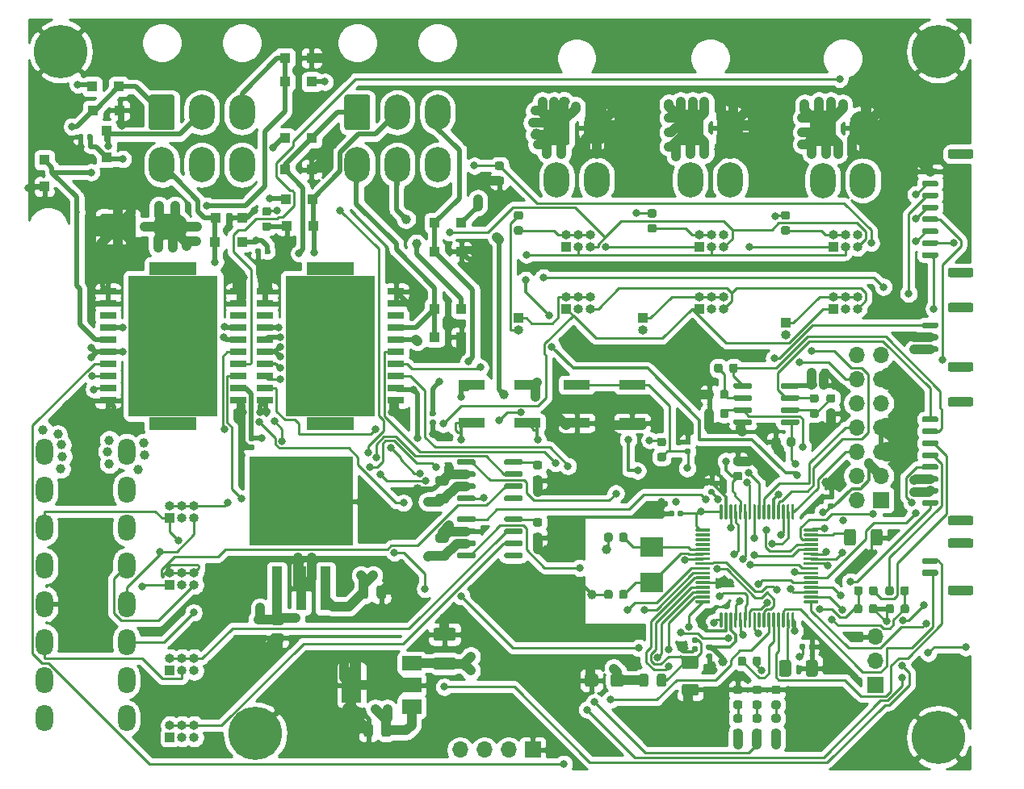
<source format=gbr>
G04 #@! TF.GenerationSoftware,KiCad,Pcbnew,5.1.6-c6e7f7d~87~ubuntu18.04.1*
G04 #@! TF.CreationDate,2020-08-26T01:47:06+02:00*
G04 #@! TF.ProjectId,retropilot_stm32f405_ecu,72657472-6f70-4696-9c6f-745f73746d33,rev?*
G04 #@! TF.SameCoordinates,Original*
G04 #@! TF.FileFunction,Copper,L1,Top*
G04 #@! TF.FilePolarity,Positive*
%FSLAX46Y46*%
G04 Gerber Fmt 4.6, Leading zero omitted, Abs format (unit mm)*
G04 Created by KiCad (PCBNEW 5.1.6-c6e7f7d~87~ubuntu18.04.1) date 2020-08-26 01:47:06*
%MOMM*%
%LPD*%
G01*
G04 APERTURE LIST*
G04 #@! TA.AperFunction,ComponentPad*
%ADD10O,1.700000X1.700000*%
G04 #@! TD*
G04 #@! TA.AperFunction,ComponentPad*
%ADD11R,1.700000X1.700000*%
G04 #@! TD*
G04 #@! TA.AperFunction,ComponentPad*
%ADD12O,3.700000X2.700000*%
G04 #@! TD*
G04 #@! TA.AperFunction,ComponentPad*
%ADD13O,1.800000X2.800000*%
G04 #@! TD*
G04 #@! TA.AperFunction,SMDPad,CuDef*
%ADD14R,2.800000X1.000000*%
G04 #@! TD*
G04 #@! TA.AperFunction,ComponentPad*
%ADD15O,1.000000X1.000000*%
G04 #@! TD*
G04 #@! TA.AperFunction,ComponentPad*
%ADD16R,1.000000X1.000000*%
G04 #@! TD*
G04 #@! TA.AperFunction,SMDPad,CuDef*
%ADD17R,2.000000X1.500000*%
G04 #@! TD*
G04 #@! TA.AperFunction,SMDPad,CuDef*
%ADD18R,2.000000X3.800000*%
G04 #@! TD*
G04 #@! TA.AperFunction,SMDPad,CuDef*
%ADD19R,1.100000X4.600000*%
G04 #@! TD*
G04 #@! TA.AperFunction,SMDPad,CuDef*
%ADD20R,10.800000X9.400000*%
G04 #@! TD*
G04 #@! TA.AperFunction,SMDPad,CuDef*
%ADD21R,1.700000X0.700000*%
G04 #@! TD*
G04 #@! TA.AperFunction,SMDPad,CuDef*
%ADD22R,9.400000X14.800000*%
G04 #@! TD*
G04 #@! TA.AperFunction,SMDPad,CuDef*
%ADD23R,5.000000X1.450000*%
G04 #@! TD*
G04 #@! TA.AperFunction,ComponentPad*
%ADD24O,2.700000X3.700000*%
G04 #@! TD*
G04 #@! TA.AperFunction,SMDPad,CuDef*
%ADD25R,1.100000X1.100000*%
G04 #@! TD*
G04 #@! TA.AperFunction,ComponentPad*
%ADD26C,5.600000*%
G04 #@! TD*
G04 #@! TA.AperFunction,SMDPad,CuDef*
%ADD27R,2.400000X2.000000*%
G04 #@! TD*
G04 #@! TA.AperFunction,ViaPad*
%ADD28C,1.000000*%
G04 #@! TD*
G04 #@! TA.AperFunction,ViaPad*
%ADD29C,0.800000*%
G04 #@! TD*
G04 #@! TA.AperFunction,Conductor*
%ADD30C,0.500000*%
G04 #@! TD*
G04 #@! TA.AperFunction,Conductor*
%ADD31C,1.000000*%
G04 #@! TD*
G04 #@! TA.AperFunction,Conductor*
%ADD32C,0.300000*%
G04 #@! TD*
G04 #@! TA.AperFunction,Conductor*
%ADD33C,0.250000*%
G04 #@! TD*
G04 #@! TA.AperFunction,Conductor*
%ADD34C,0.254000*%
G04 #@! TD*
G04 APERTURE END LIST*
D10*
X120400000Y-94420000D03*
X120400000Y-96960000D03*
D11*
X120400000Y-99500000D03*
G04 #@! TA.AperFunction,ComponentPad*
G36*
G01*
X42599999Y-52750000D02*
X39400001Y-52750000D01*
G75*
G02*
X39150000Y-52499999I0J250001D01*
G01*
X39150000Y-50300001D01*
G75*
G02*
X39400001Y-50050000I250001J0D01*
G01*
X42599999Y-50050000D01*
G75*
G02*
X42850000Y-50300001I0J-250001D01*
G01*
X42850000Y-52499999D01*
G75*
G02*
X42599999Y-52750000I-250001J0D01*
G01*
G37*
G04 #@! TD.AperFunction*
D12*
X46500000Y-51400000D03*
D13*
X33300000Y-103000000D03*
X33300000Y-99000000D03*
X33300000Y-91000000D03*
X33300000Y-95000000D03*
X33300000Y-79000000D03*
X33300000Y-87000000D03*
X33300000Y-83000000D03*
X33300000Y-75000000D03*
X41900000Y-91000000D03*
X41900000Y-75000000D03*
X41900000Y-83000000D03*
X41900000Y-79000000D03*
X41900000Y-95000000D03*
X41900000Y-103000000D03*
X41900000Y-99000000D03*
X41900000Y-87000000D03*
D14*
X83900000Y-72000000D03*
X78100000Y-72000000D03*
X83900000Y-68000000D03*
X78100000Y-68000000D03*
X94900000Y-72000000D03*
X89100000Y-72000000D03*
X94900000Y-68000000D03*
X89100000Y-68000000D03*
D15*
X49000000Y-103730000D03*
X49000000Y-105000000D03*
X47730000Y-103730000D03*
X47730000Y-105000000D03*
X46460000Y-103730000D03*
D16*
X46460000Y-105000000D03*
D15*
X49000000Y-96730000D03*
X49000000Y-98000000D03*
X47730000Y-96730000D03*
X47730000Y-98000000D03*
X46460000Y-96730000D03*
D16*
X46460000Y-98000000D03*
D15*
X49000000Y-87730000D03*
X49000000Y-89000000D03*
X47730000Y-87730000D03*
X47730000Y-89000000D03*
X46460000Y-87730000D03*
D16*
X46460000Y-89000000D03*
D15*
X49000000Y-80730000D03*
X49000000Y-82000000D03*
X47730000Y-80730000D03*
X47730000Y-82000000D03*
X46460000Y-80730000D03*
D16*
X46460000Y-82000000D03*
D15*
X118540000Y-58730000D03*
X118540000Y-60000000D03*
X117270000Y-58730000D03*
X117270000Y-60000000D03*
X116000000Y-58730000D03*
D16*
X116000000Y-60000000D03*
D15*
X118540000Y-52230000D03*
X118540000Y-53500000D03*
X117270000Y-52230000D03*
X117270000Y-53500000D03*
X116000000Y-52230000D03*
D16*
X116000000Y-53500000D03*
D15*
X104540000Y-58730000D03*
X104540000Y-60000000D03*
X103270000Y-58730000D03*
X103270000Y-60000000D03*
X102000000Y-58730000D03*
D16*
X102000000Y-60000000D03*
D15*
X104540000Y-52230000D03*
X104540000Y-53500000D03*
X103270000Y-52230000D03*
X103270000Y-53500000D03*
X102000000Y-52230000D03*
D16*
X102000000Y-53500000D03*
D15*
X90540000Y-58730000D03*
X90540000Y-60000000D03*
X89270000Y-58730000D03*
X89270000Y-60000000D03*
X88000000Y-58730000D03*
D16*
X88000000Y-60000000D03*
D15*
X90540000Y-52230000D03*
X90540000Y-53500000D03*
X89270000Y-52230000D03*
X89270000Y-53500000D03*
X88000000Y-52230000D03*
D16*
X88000000Y-53500000D03*
D17*
X71800000Y-101800000D03*
X71800000Y-97200000D03*
X71800000Y-99500000D03*
D18*
X65500000Y-99500000D03*
D15*
X111000000Y-62730000D03*
D16*
X111000000Y-61460000D03*
D15*
X96000000Y-62270000D03*
D16*
X96000000Y-61000000D03*
D15*
X83000000Y-62270000D03*
D16*
X83000000Y-61000000D03*
D19*
X57660000Y-89375000D03*
X60200000Y-89375000D03*
X62740000Y-89375000D03*
D20*
X60200000Y-80225000D03*
D21*
X56450000Y-58185000D03*
D22*
X63300000Y-63900000D03*
D21*
X56450000Y-59455000D03*
X56450000Y-60725000D03*
X56450000Y-61995000D03*
X56450000Y-63265000D03*
X56450000Y-64535000D03*
X56450000Y-65805000D03*
X56450000Y-67075000D03*
X56450000Y-68345000D03*
X56450000Y-69615000D03*
X70150000Y-69615000D03*
X70150000Y-68345000D03*
X70150000Y-67075000D03*
X70150000Y-65805000D03*
X70150000Y-64535000D03*
X70150000Y-63265000D03*
X70150000Y-61995000D03*
X70150000Y-60725000D03*
X70150000Y-59455000D03*
X70150000Y-58185000D03*
D23*
X63300000Y-55775000D03*
X63300000Y-72025000D03*
G04 #@! TA.AperFunction,SMDPad,CuDef*
G36*
G01*
X56856250Y-50237500D02*
X56343750Y-50237500D01*
G75*
G02*
X56125000Y-50018750I0J218750D01*
G01*
X56125000Y-49581250D01*
G75*
G02*
X56343750Y-49362500I218750J0D01*
G01*
X56856250Y-49362500D01*
G75*
G02*
X57075000Y-49581250I0J-218750D01*
G01*
X57075000Y-50018750D01*
G75*
G02*
X56856250Y-50237500I-218750J0D01*
G01*
G37*
G04 #@! TD.AperFunction*
G04 #@! TA.AperFunction,SMDPad,CuDef*
G36*
G01*
X56856250Y-51812500D02*
X56343750Y-51812500D01*
G75*
G02*
X56125000Y-51593750I0J218750D01*
G01*
X56125000Y-51156250D01*
G75*
G02*
X56343750Y-50937500I218750J0D01*
G01*
X56856250Y-50937500D01*
G75*
G02*
X57075000Y-51156250I0J-218750D01*
G01*
X57075000Y-51593750D01*
G75*
G02*
X56856250Y-51812500I-218750J0D01*
G01*
G37*
G04 #@! TD.AperFunction*
D21*
X39950000Y-58185000D03*
D22*
X46800000Y-63900000D03*
D21*
X39950000Y-59455000D03*
X39950000Y-60725000D03*
X39950000Y-61995000D03*
X39950000Y-63265000D03*
X39950000Y-64535000D03*
X39950000Y-65805000D03*
X39950000Y-67075000D03*
X39950000Y-68345000D03*
X39950000Y-69615000D03*
X53650000Y-69615000D03*
X53650000Y-68345000D03*
X53650000Y-67075000D03*
X53650000Y-65805000D03*
X53650000Y-64535000D03*
X53650000Y-63265000D03*
X53650000Y-61995000D03*
X53650000Y-60725000D03*
X53650000Y-59455000D03*
X53650000Y-58185000D03*
D23*
X46800000Y-55775000D03*
X46800000Y-72025000D03*
G04 #@! TA.AperFunction,ComponentPad*
G36*
G01*
X44250000Y-40999999D02*
X44250000Y-37800001D01*
G75*
G02*
X44500001Y-37550000I250001J0D01*
G01*
X46699999Y-37550000D01*
G75*
G02*
X46950000Y-37800001I0J-250001D01*
G01*
X46950000Y-40999999D01*
G75*
G02*
X46699999Y-41250000I-250001J0D01*
G01*
X44500001Y-41250000D01*
G75*
G02*
X44250000Y-40999999I0J250001D01*
G01*
G37*
G04 #@! TD.AperFunction*
D24*
X49800000Y-39400000D03*
X54000000Y-39400000D03*
X45600000Y-44900000D03*
X49800000Y-44900000D03*
X54000000Y-44900000D03*
D25*
X54025000Y-50470000D03*
X51225000Y-50470000D03*
X61300000Y-33700000D03*
X58500000Y-33700000D03*
X33300000Y-47200000D03*
X33300000Y-44400000D03*
X41200000Y-39200000D03*
X38400000Y-39200000D03*
X51200000Y-53000000D03*
X54000000Y-53000000D03*
X58500000Y-36200000D03*
X61300000Y-36200000D03*
X39800000Y-41300000D03*
X39800000Y-44100000D03*
X41100000Y-36700000D03*
X38300000Y-36700000D03*
G04 #@! TA.AperFunction,SMDPad,CuDef*
G36*
G01*
X54827500Y-74275000D02*
X55172500Y-74275000D01*
G75*
G02*
X55320000Y-74422500I0J-147500D01*
G01*
X55320000Y-74717500D01*
G75*
G02*
X55172500Y-74865000I-147500J0D01*
G01*
X54827500Y-74865000D01*
G75*
G02*
X54680000Y-74717500I0J147500D01*
G01*
X54680000Y-74422500D01*
G75*
G02*
X54827500Y-74275000I147500J0D01*
G01*
G37*
G04 #@! TD.AperFunction*
G04 #@! TA.AperFunction,SMDPad,CuDef*
G36*
G01*
X54827500Y-73305000D02*
X55172500Y-73305000D01*
G75*
G02*
X55320000Y-73452500I0J-147500D01*
G01*
X55320000Y-73747500D01*
G75*
G02*
X55172500Y-73895000I-147500J0D01*
G01*
X54827500Y-73895000D01*
G75*
G02*
X54680000Y-73747500I0J147500D01*
G01*
X54680000Y-73452500D01*
G75*
G02*
X54827500Y-73305000I147500J0D01*
G01*
G37*
G04 #@! TD.AperFunction*
G04 #@! TA.AperFunction,SMDPad,CuDef*
G36*
G01*
X37395000Y-41827500D02*
X37395000Y-42172500D01*
G75*
G02*
X37247500Y-42320000I-147500J0D01*
G01*
X36952500Y-42320000D01*
G75*
G02*
X36805000Y-42172500I0J147500D01*
G01*
X36805000Y-41827500D01*
G75*
G02*
X36952500Y-41680000I147500J0D01*
G01*
X37247500Y-41680000D01*
G75*
G02*
X37395000Y-41827500I0J-147500D01*
G01*
G37*
G04 #@! TD.AperFunction*
G04 #@! TA.AperFunction,SMDPad,CuDef*
G36*
G01*
X38365000Y-41827500D02*
X38365000Y-42172500D01*
G75*
G02*
X38217500Y-42320000I-147500J0D01*
G01*
X37922500Y-42320000D01*
G75*
G02*
X37775000Y-42172500I0J147500D01*
G01*
X37775000Y-41827500D01*
G75*
G02*
X37922500Y-41680000I147500J0D01*
G01*
X38217500Y-41680000D01*
G75*
G02*
X38365000Y-41827500I0J-147500D01*
G01*
G37*
G04 #@! TD.AperFunction*
G04 #@! TA.AperFunction,SMDPad,CuDef*
G36*
G01*
X104100000Y-82025000D02*
X104100000Y-80625000D01*
G75*
G02*
X104175000Y-80550000I75000J0D01*
G01*
X104325000Y-80550000D01*
G75*
G02*
X104400000Y-80625000I0J-75000D01*
G01*
X104400000Y-82025000D01*
G75*
G02*
X104325000Y-82100000I-75000J0D01*
G01*
X104175000Y-82100000D01*
G75*
G02*
X104100000Y-82025000I0J75000D01*
G01*
G37*
G04 #@! TD.AperFunction*
G04 #@! TA.AperFunction,SMDPad,CuDef*
G36*
G01*
X104600000Y-82025000D02*
X104600000Y-80625000D01*
G75*
G02*
X104675000Y-80550000I75000J0D01*
G01*
X104825000Y-80550000D01*
G75*
G02*
X104900000Y-80625000I0J-75000D01*
G01*
X104900000Y-82025000D01*
G75*
G02*
X104825000Y-82100000I-75000J0D01*
G01*
X104675000Y-82100000D01*
G75*
G02*
X104600000Y-82025000I0J75000D01*
G01*
G37*
G04 #@! TD.AperFunction*
G04 #@! TA.AperFunction,SMDPad,CuDef*
G36*
G01*
X105100000Y-82025000D02*
X105100000Y-80625000D01*
G75*
G02*
X105175000Y-80550000I75000J0D01*
G01*
X105325000Y-80550000D01*
G75*
G02*
X105400000Y-80625000I0J-75000D01*
G01*
X105400000Y-82025000D01*
G75*
G02*
X105325000Y-82100000I-75000J0D01*
G01*
X105175000Y-82100000D01*
G75*
G02*
X105100000Y-82025000I0J75000D01*
G01*
G37*
G04 #@! TD.AperFunction*
G04 #@! TA.AperFunction,SMDPad,CuDef*
G36*
G01*
X105600000Y-82025000D02*
X105600000Y-80625000D01*
G75*
G02*
X105675000Y-80550000I75000J0D01*
G01*
X105825000Y-80550000D01*
G75*
G02*
X105900000Y-80625000I0J-75000D01*
G01*
X105900000Y-82025000D01*
G75*
G02*
X105825000Y-82100000I-75000J0D01*
G01*
X105675000Y-82100000D01*
G75*
G02*
X105600000Y-82025000I0J75000D01*
G01*
G37*
G04 #@! TD.AperFunction*
G04 #@! TA.AperFunction,SMDPad,CuDef*
G36*
G01*
X106100000Y-82025000D02*
X106100000Y-80625000D01*
G75*
G02*
X106175000Y-80550000I75000J0D01*
G01*
X106325000Y-80550000D01*
G75*
G02*
X106400000Y-80625000I0J-75000D01*
G01*
X106400000Y-82025000D01*
G75*
G02*
X106325000Y-82100000I-75000J0D01*
G01*
X106175000Y-82100000D01*
G75*
G02*
X106100000Y-82025000I0J75000D01*
G01*
G37*
G04 #@! TD.AperFunction*
G04 #@! TA.AperFunction,SMDPad,CuDef*
G36*
G01*
X106600000Y-82025000D02*
X106600000Y-80625000D01*
G75*
G02*
X106675000Y-80550000I75000J0D01*
G01*
X106825000Y-80550000D01*
G75*
G02*
X106900000Y-80625000I0J-75000D01*
G01*
X106900000Y-82025000D01*
G75*
G02*
X106825000Y-82100000I-75000J0D01*
G01*
X106675000Y-82100000D01*
G75*
G02*
X106600000Y-82025000I0J75000D01*
G01*
G37*
G04 #@! TD.AperFunction*
G04 #@! TA.AperFunction,SMDPad,CuDef*
G36*
G01*
X107100000Y-82025000D02*
X107100000Y-80625000D01*
G75*
G02*
X107175000Y-80550000I75000J0D01*
G01*
X107325000Y-80550000D01*
G75*
G02*
X107400000Y-80625000I0J-75000D01*
G01*
X107400000Y-82025000D01*
G75*
G02*
X107325000Y-82100000I-75000J0D01*
G01*
X107175000Y-82100000D01*
G75*
G02*
X107100000Y-82025000I0J75000D01*
G01*
G37*
G04 #@! TD.AperFunction*
G04 #@! TA.AperFunction,SMDPad,CuDef*
G36*
G01*
X107600000Y-82025000D02*
X107600000Y-80625000D01*
G75*
G02*
X107675000Y-80550000I75000J0D01*
G01*
X107825000Y-80550000D01*
G75*
G02*
X107900000Y-80625000I0J-75000D01*
G01*
X107900000Y-82025000D01*
G75*
G02*
X107825000Y-82100000I-75000J0D01*
G01*
X107675000Y-82100000D01*
G75*
G02*
X107600000Y-82025000I0J75000D01*
G01*
G37*
G04 #@! TD.AperFunction*
G04 #@! TA.AperFunction,SMDPad,CuDef*
G36*
G01*
X108100000Y-82025000D02*
X108100000Y-80625000D01*
G75*
G02*
X108175000Y-80550000I75000J0D01*
G01*
X108325000Y-80550000D01*
G75*
G02*
X108400000Y-80625000I0J-75000D01*
G01*
X108400000Y-82025000D01*
G75*
G02*
X108325000Y-82100000I-75000J0D01*
G01*
X108175000Y-82100000D01*
G75*
G02*
X108100000Y-82025000I0J75000D01*
G01*
G37*
G04 #@! TD.AperFunction*
G04 #@! TA.AperFunction,SMDPad,CuDef*
G36*
G01*
X108600000Y-82025000D02*
X108600000Y-80625000D01*
G75*
G02*
X108675000Y-80550000I75000J0D01*
G01*
X108825000Y-80550000D01*
G75*
G02*
X108900000Y-80625000I0J-75000D01*
G01*
X108900000Y-82025000D01*
G75*
G02*
X108825000Y-82100000I-75000J0D01*
G01*
X108675000Y-82100000D01*
G75*
G02*
X108600000Y-82025000I0J75000D01*
G01*
G37*
G04 #@! TD.AperFunction*
G04 #@! TA.AperFunction,SMDPad,CuDef*
G36*
G01*
X109100000Y-82025000D02*
X109100000Y-80625000D01*
G75*
G02*
X109175000Y-80550000I75000J0D01*
G01*
X109325000Y-80550000D01*
G75*
G02*
X109400000Y-80625000I0J-75000D01*
G01*
X109400000Y-82025000D01*
G75*
G02*
X109325000Y-82100000I-75000J0D01*
G01*
X109175000Y-82100000D01*
G75*
G02*
X109100000Y-82025000I0J75000D01*
G01*
G37*
G04 #@! TD.AperFunction*
G04 #@! TA.AperFunction,SMDPad,CuDef*
G36*
G01*
X109600000Y-82025000D02*
X109600000Y-80625000D01*
G75*
G02*
X109675000Y-80550000I75000J0D01*
G01*
X109825000Y-80550000D01*
G75*
G02*
X109900000Y-80625000I0J-75000D01*
G01*
X109900000Y-82025000D01*
G75*
G02*
X109825000Y-82100000I-75000J0D01*
G01*
X109675000Y-82100000D01*
G75*
G02*
X109600000Y-82025000I0J75000D01*
G01*
G37*
G04 #@! TD.AperFunction*
G04 #@! TA.AperFunction,SMDPad,CuDef*
G36*
G01*
X110100000Y-82025000D02*
X110100000Y-80625000D01*
G75*
G02*
X110175000Y-80550000I75000J0D01*
G01*
X110325000Y-80550000D01*
G75*
G02*
X110400000Y-80625000I0J-75000D01*
G01*
X110400000Y-82025000D01*
G75*
G02*
X110325000Y-82100000I-75000J0D01*
G01*
X110175000Y-82100000D01*
G75*
G02*
X110100000Y-82025000I0J75000D01*
G01*
G37*
G04 #@! TD.AperFunction*
G04 #@! TA.AperFunction,SMDPad,CuDef*
G36*
G01*
X110600000Y-82025000D02*
X110600000Y-80625000D01*
G75*
G02*
X110675000Y-80550000I75000J0D01*
G01*
X110825000Y-80550000D01*
G75*
G02*
X110900000Y-80625000I0J-75000D01*
G01*
X110900000Y-82025000D01*
G75*
G02*
X110825000Y-82100000I-75000J0D01*
G01*
X110675000Y-82100000D01*
G75*
G02*
X110600000Y-82025000I0J75000D01*
G01*
G37*
G04 #@! TD.AperFunction*
G04 #@! TA.AperFunction,SMDPad,CuDef*
G36*
G01*
X111100000Y-82025000D02*
X111100000Y-80625000D01*
G75*
G02*
X111175000Y-80550000I75000J0D01*
G01*
X111325000Y-80550000D01*
G75*
G02*
X111400000Y-80625000I0J-75000D01*
G01*
X111400000Y-82025000D01*
G75*
G02*
X111325000Y-82100000I-75000J0D01*
G01*
X111175000Y-82100000D01*
G75*
G02*
X111100000Y-82025000I0J75000D01*
G01*
G37*
G04 #@! TD.AperFunction*
G04 #@! TA.AperFunction,SMDPad,CuDef*
G36*
G01*
X111600000Y-82025000D02*
X111600000Y-80625000D01*
G75*
G02*
X111675000Y-80550000I75000J0D01*
G01*
X111825000Y-80550000D01*
G75*
G02*
X111900000Y-80625000I0J-75000D01*
G01*
X111900000Y-82025000D01*
G75*
G02*
X111825000Y-82100000I-75000J0D01*
G01*
X111675000Y-82100000D01*
G75*
G02*
X111600000Y-82025000I0J75000D01*
G01*
G37*
G04 #@! TD.AperFunction*
G04 #@! TA.AperFunction,SMDPad,CuDef*
G36*
G01*
X112900000Y-83325000D02*
X112900000Y-83175000D01*
G75*
G02*
X112975000Y-83100000I75000J0D01*
G01*
X114375000Y-83100000D01*
G75*
G02*
X114450000Y-83175000I0J-75000D01*
G01*
X114450000Y-83325000D01*
G75*
G02*
X114375000Y-83400000I-75000J0D01*
G01*
X112975000Y-83400000D01*
G75*
G02*
X112900000Y-83325000I0J75000D01*
G01*
G37*
G04 #@! TD.AperFunction*
G04 #@! TA.AperFunction,SMDPad,CuDef*
G36*
G01*
X112900000Y-83825000D02*
X112900000Y-83675000D01*
G75*
G02*
X112975000Y-83600000I75000J0D01*
G01*
X114375000Y-83600000D01*
G75*
G02*
X114450000Y-83675000I0J-75000D01*
G01*
X114450000Y-83825000D01*
G75*
G02*
X114375000Y-83900000I-75000J0D01*
G01*
X112975000Y-83900000D01*
G75*
G02*
X112900000Y-83825000I0J75000D01*
G01*
G37*
G04 #@! TD.AperFunction*
G04 #@! TA.AperFunction,SMDPad,CuDef*
G36*
G01*
X112900000Y-84325000D02*
X112900000Y-84175000D01*
G75*
G02*
X112975000Y-84100000I75000J0D01*
G01*
X114375000Y-84100000D01*
G75*
G02*
X114450000Y-84175000I0J-75000D01*
G01*
X114450000Y-84325000D01*
G75*
G02*
X114375000Y-84400000I-75000J0D01*
G01*
X112975000Y-84400000D01*
G75*
G02*
X112900000Y-84325000I0J75000D01*
G01*
G37*
G04 #@! TD.AperFunction*
G04 #@! TA.AperFunction,SMDPad,CuDef*
G36*
G01*
X112900000Y-84825000D02*
X112900000Y-84675000D01*
G75*
G02*
X112975000Y-84600000I75000J0D01*
G01*
X114375000Y-84600000D01*
G75*
G02*
X114450000Y-84675000I0J-75000D01*
G01*
X114450000Y-84825000D01*
G75*
G02*
X114375000Y-84900000I-75000J0D01*
G01*
X112975000Y-84900000D01*
G75*
G02*
X112900000Y-84825000I0J75000D01*
G01*
G37*
G04 #@! TD.AperFunction*
G04 #@! TA.AperFunction,SMDPad,CuDef*
G36*
G01*
X112900000Y-85325000D02*
X112900000Y-85175000D01*
G75*
G02*
X112975000Y-85100000I75000J0D01*
G01*
X114375000Y-85100000D01*
G75*
G02*
X114450000Y-85175000I0J-75000D01*
G01*
X114450000Y-85325000D01*
G75*
G02*
X114375000Y-85400000I-75000J0D01*
G01*
X112975000Y-85400000D01*
G75*
G02*
X112900000Y-85325000I0J75000D01*
G01*
G37*
G04 #@! TD.AperFunction*
G04 #@! TA.AperFunction,SMDPad,CuDef*
G36*
G01*
X112900000Y-85825000D02*
X112900000Y-85675000D01*
G75*
G02*
X112975000Y-85600000I75000J0D01*
G01*
X114375000Y-85600000D01*
G75*
G02*
X114450000Y-85675000I0J-75000D01*
G01*
X114450000Y-85825000D01*
G75*
G02*
X114375000Y-85900000I-75000J0D01*
G01*
X112975000Y-85900000D01*
G75*
G02*
X112900000Y-85825000I0J75000D01*
G01*
G37*
G04 #@! TD.AperFunction*
G04 #@! TA.AperFunction,SMDPad,CuDef*
G36*
G01*
X112900000Y-86325000D02*
X112900000Y-86175000D01*
G75*
G02*
X112975000Y-86100000I75000J0D01*
G01*
X114375000Y-86100000D01*
G75*
G02*
X114450000Y-86175000I0J-75000D01*
G01*
X114450000Y-86325000D01*
G75*
G02*
X114375000Y-86400000I-75000J0D01*
G01*
X112975000Y-86400000D01*
G75*
G02*
X112900000Y-86325000I0J75000D01*
G01*
G37*
G04 #@! TD.AperFunction*
G04 #@! TA.AperFunction,SMDPad,CuDef*
G36*
G01*
X112900000Y-86825000D02*
X112900000Y-86675000D01*
G75*
G02*
X112975000Y-86600000I75000J0D01*
G01*
X114375000Y-86600000D01*
G75*
G02*
X114450000Y-86675000I0J-75000D01*
G01*
X114450000Y-86825000D01*
G75*
G02*
X114375000Y-86900000I-75000J0D01*
G01*
X112975000Y-86900000D01*
G75*
G02*
X112900000Y-86825000I0J75000D01*
G01*
G37*
G04 #@! TD.AperFunction*
G04 #@! TA.AperFunction,SMDPad,CuDef*
G36*
G01*
X112900000Y-87325000D02*
X112900000Y-87175000D01*
G75*
G02*
X112975000Y-87100000I75000J0D01*
G01*
X114375000Y-87100000D01*
G75*
G02*
X114450000Y-87175000I0J-75000D01*
G01*
X114450000Y-87325000D01*
G75*
G02*
X114375000Y-87400000I-75000J0D01*
G01*
X112975000Y-87400000D01*
G75*
G02*
X112900000Y-87325000I0J75000D01*
G01*
G37*
G04 #@! TD.AperFunction*
G04 #@! TA.AperFunction,SMDPad,CuDef*
G36*
G01*
X112900000Y-87825000D02*
X112900000Y-87675000D01*
G75*
G02*
X112975000Y-87600000I75000J0D01*
G01*
X114375000Y-87600000D01*
G75*
G02*
X114450000Y-87675000I0J-75000D01*
G01*
X114450000Y-87825000D01*
G75*
G02*
X114375000Y-87900000I-75000J0D01*
G01*
X112975000Y-87900000D01*
G75*
G02*
X112900000Y-87825000I0J75000D01*
G01*
G37*
G04 #@! TD.AperFunction*
G04 #@! TA.AperFunction,SMDPad,CuDef*
G36*
G01*
X112900000Y-88325000D02*
X112900000Y-88175000D01*
G75*
G02*
X112975000Y-88100000I75000J0D01*
G01*
X114375000Y-88100000D01*
G75*
G02*
X114450000Y-88175000I0J-75000D01*
G01*
X114450000Y-88325000D01*
G75*
G02*
X114375000Y-88400000I-75000J0D01*
G01*
X112975000Y-88400000D01*
G75*
G02*
X112900000Y-88325000I0J75000D01*
G01*
G37*
G04 #@! TD.AperFunction*
G04 #@! TA.AperFunction,SMDPad,CuDef*
G36*
G01*
X112900000Y-88825000D02*
X112900000Y-88675000D01*
G75*
G02*
X112975000Y-88600000I75000J0D01*
G01*
X114375000Y-88600000D01*
G75*
G02*
X114450000Y-88675000I0J-75000D01*
G01*
X114450000Y-88825000D01*
G75*
G02*
X114375000Y-88900000I-75000J0D01*
G01*
X112975000Y-88900000D01*
G75*
G02*
X112900000Y-88825000I0J75000D01*
G01*
G37*
G04 #@! TD.AperFunction*
G04 #@! TA.AperFunction,SMDPad,CuDef*
G36*
G01*
X112900000Y-89325000D02*
X112900000Y-89175000D01*
G75*
G02*
X112975000Y-89100000I75000J0D01*
G01*
X114375000Y-89100000D01*
G75*
G02*
X114450000Y-89175000I0J-75000D01*
G01*
X114450000Y-89325000D01*
G75*
G02*
X114375000Y-89400000I-75000J0D01*
G01*
X112975000Y-89400000D01*
G75*
G02*
X112900000Y-89325000I0J75000D01*
G01*
G37*
G04 #@! TD.AperFunction*
G04 #@! TA.AperFunction,SMDPad,CuDef*
G36*
G01*
X112900000Y-89825000D02*
X112900000Y-89675000D01*
G75*
G02*
X112975000Y-89600000I75000J0D01*
G01*
X114375000Y-89600000D01*
G75*
G02*
X114450000Y-89675000I0J-75000D01*
G01*
X114450000Y-89825000D01*
G75*
G02*
X114375000Y-89900000I-75000J0D01*
G01*
X112975000Y-89900000D01*
G75*
G02*
X112900000Y-89825000I0J75000D01*
G01*
G37*
G04 #@! TD.AperFunction*
G04 #@! TA.AperFunction,SMDPad,CuDef*
G36*
G01*
X112900000Y-90325000D02*
X112900000Y-90175000D01*
G75*
G02*
X112975000Y-90100000I75000J0D01*
G01*
X114375000Y-90100000D01*
G75*
G02*
X114450000Y-90175000I0J-75000D01*
G01*
X114450000Y-90325000D01*
G75*
G02*
X114375000Y-90400000I-75000J0D01*
G01*
X112975000Y-90400000D01*
G75*
G02*
X112900000Y-90325000I0J75000D01*
G01*
G37*
G04 #@! TD.AperFunction*
G04 #@! TA.AperFunction,SMDPad,CuDef*
G36*
G01*
X112900000Y-90825000D02*
X112900000Y-90675000D01*
G75*
G02*
X112975000Y-90600000I75000J0D01*
G01*
X114375000Y-90600000D01*
G75*
G02*
X114450000Y-90675000I0J-75000D01*
G01*
X114450000Y-90825000D01*
G75*
G02*
X114375000Y-90900000I-75000J0D01*
G01*
X112975000Y-90900000D01*
G75*
G02*
X112900000Y-90825000I0J75000D01*
G01*
G37*
G04 #@! TD.AperFunction*
G04 #@! TA.AperFunction,SMDPad,CuDef*
G36*
G01*
X111600000Y-93375000D02*
X111600000Y-91975000D01*
G75*
G02*
X111675000Y-91900000I75000J0D01*
G01*
X111825000Y-91900000D01*
G75*
G02*
X111900000Y-91975000I0J-75000D01*
G01*
X111900000Y-93375000D01*
G75*
G02*
X111825000Y-93450000I-75000J0D01*
G01*
X111675000Y-93450000D01*
G75*
G02*
X111600000Y-93375000I0J75000D01*
G01*
G37*
G04 #@! TD.AperFunction*
G04 #@! TA.AperFunction,SMDPad,CuDef*
G36*
G01*
X111100000Y-93375000D02*
X111100000Y-91975000D01*
G75*
G02*
X111175000Y-91900000I75000J0D01*
G01*
X111325000Y-91900000D01*
G75*
G02*
X111400000Y-91975000I0J-75000D01*
G01*
X111400000Y-93375000D01*
G75*
G02*
X111325000Y-93450000I-75000J0D01*
G01*
X111175000Y-93450000D01*
G75*
G02*
X111100000Y-93375000I0J75000D01*
G01*
G37*
G04 #@! TD.AperFunction*
G04 #@! TA.AperFunction,SMDPad,CuDef*
G36*
G01*
X110600000Y-93375000D02*
X110600000Y-91975000D01*
G75*
G02*
X110675000Y-91900000I75000J0D01*
G01*
X110825000Y-91900000D01*
G75*
G02*
X110900000Y-91975000I0J-75000D01*
G01*
X110900000Y-93375000D01*
G75*
G02*
X110825000Y-93450000I-75000J0D01*
G01*
X110675000Y-93450000D01*
G75*
G02*
X110600000Y-93375000I0J75000D01*
G01*
G37*
G04 #@! TD.AperFunction*
G04 #@! TA.AperFunction,SMDPad,CuDef*
G36*
G01*
X110100000Y-93375000D02*
X110100000Y-91975000D01*
G75*
G02*
X110175000Y-91900000I75000J0D01*
G01*
X110325000Y-91900000D01*
G75*
G02*
X110400000Y-91975000I0J-75000D01*
G01*
X110400000Y-93375000D01*
G75*
G02*
X110325000Y-93450000I-75000J0D01*
G01*
X110175000Y-93450000D01*
G75*
G02*
X110100000Y-93375000I0J75000D01*
G01*
G37*
G04 #@! TD.AperFunction*
G04 #@! TA.AperFunction,SMDPad,CuDef*
G36*
G01*
X109600000Y-93375000D02*
X109600000Y-91975000D01*
G75*
G02*
X109675000Y-91900000I75000J0D01*
G01*
X109825000Y-91900000D01*
G75*
G02*
X109900000Y-91975000I0J-75000D01*
G01*
X109900000Y-93375000D01*
G75*
G02*
X109825000Y-93450000I-75000J0D01*
G01*
X109675000Y-93450000D01*
G75*
G02*
X109600000Y-93375000I0J75000D01*
G01*
G37*
G04 #@! TD.AperFunction*
G04 #@! TA.AperFunction,SMDPad,CuDef*
G36*
G01*
X109100000Y-93375000D02*
X109100000Y-91975000D01*
G75*
G02*
X109175000Y-91900000I75000J0D01*
G01*
X109325000Y-91900000D01*
G75*
G02*
X109400000Y-91975000I0J-75000D01*
G01*
X109400000Y-93375000D01*
G75*
G02*
X109325000Y-93450000I-75000J0D01*
G01*
X109175000Y-93450000D01*
G75*
G02*
X109100000Y-93375000I0J75000D01*
G01*
G37*
G04 #@! TD.AperFunction*
G04 #@! TA.AperFunction,SMDPad,CuDef*
G36*
G01*
X108600000Y-93375000D02*
X108600000Y-91975000D01*
G75*
G02*
X108675000Y-91900000I75000J0D01*
G01*
X108825000Y-91900000D01*
G75*
G02*
X108900000Y-91975000I0J-75000D01*
G01*
X108900000Y-93375000D01*
G75*
G02*
X108825000Y-93450000I-75000J0D01*
G01*
X108675000Y-93450000D01*
G75*
G02*
X108600000Y-93375000I0J75000D01*
G01*
G37*
G04 #@! TD.AperFunction*
G04 #@! TA.AperFunction,SMDPad,CuDef*
G36*
G01*
X108100000Y-93375000D02*
X108100000Y-91975000D01*
G75*
G02*
X108175000Y-91900000I75000J0D01*
G01*
X108325000Y-91900000D01*
G75*
G02*
X108400000Y-91975000I0J-75000D01*
G01*
X108400000Y-93375000D01*
G75*
G02*
X108325000Y-93450000I-75000J0D01*
G01*
X108175000Y-93450000D01*
G75*
G02*
X108100000Y-93375000I0J75000D01*
G01*
G37*
G04 #@! TD.AperFunction*
G04 #@! TA.AperFunction,SMDPad,CuDef*
G36*
G01*
X107600000Y-93375000D02*
X107600000Y-91975000D01*
G75*
G02*
X107675000Y-91900000I75000J0D01*
G01*
X107825000Y-91900000D01*
G75*
G02*
X107900000Y-91975000I0J-75000D01*
G01*
X107900000Y-93375000D01*
G75*
G02*
X107825000Y-93450000I-75000J0D01*
G01*
X107675000Y-93450000D01*
G75*
G02*
X107600000Y-93375000I0J75000D01*
G01*
G37*
G04 #@! TD.AperFunction*
G04 #@! TA.AperFunction,SMDPad,CuDef*
G36*
G01*
X107100000Y-93375000D02*
X107100000Y-91975000D01*
G75*
G02*
X107175000Y-91900000I75000J0D01*
G01*
X107325000Y-91900000D01*
G75*
G02*
X107400000Y-91975000I0J-75000D01*
G01*
X107400000Y-93375000D01*
G75*
G02*
X107325000Y-93450000I-75000J0D01*
G01*
X107175000Y-93450000D01*
G75*
G02*
X107100000Y-93375000I0J75000D01*
G01*
G37*
G04 #@! TD.AperFunction*
G04 #@! TA.AperFunction,SMDPad,CuDef*
G36*
G01*
X106600000Y-93375000D02*
X106600000Y-91975000D01*
G75*
G02*
X106675000Y-91900000I75000J0D01*
G01*
X106825000Y-91900000D01*
G75*
G02*
X106900000Y-91975000I0J-75000D01*
G01*
X106900000Y-93375000D01*
G75*
G02*
X106825000Y-93450000I-75000J0D01*
G01*
X106675000Y-93450000D01*
G75*
G02*
X106600000Y-93375000I0J75000D01*
G01*
G37*
G04 #@! TD.AperFunction*
G04 #@! TA.AperFunction,SMDPad,CuDef*
G36*
G01*
X106100000Y-93375000D02*
X106100000Y-91975000D01*
G75*
G02*
X106175000Y-91900000I75000J0D01*
G01*
X106325000Y-91900000D01*
G75*
G02*
X106400000Y-91975000I0J-75000D01*
G01*
X106400000Y-93375000D01*
G75*
G02*
X106325000Y-93450000I-75000J0D01*
G01*
X106175000Y-93450000D01*
G75*
G02*
X106100000Y-93375000I0J75000D01*
G01*
G37*
G04 #@! TD.AperFunction*
G04 #@! TA.AperFunction,SMDPad,CuDef*
G36*
G01*
X105600000Y-93375000D02*
X105600000Y-91975000D01*
G75*
G02*
X105675000Y-91900000I75000J0D01*
G01*
X105825000Y-91900000D01*
G75*
G02*
X105900000Y-91975000I0J-75000D01*
G01*
X105900000Y-93375000D01*
G75*
G02*
X105825000Y-93450000I-75000J0D01*
G01*
X105675000Y-93450000D01*
G75*
G02*
X105600000Y-93375000I0J75000D01*
G01*
G37*
G04 #@! TD.AperFunction*
G04 #@! TA.AperFunction,SMDPad,CuDef*
G36*
G01*
X105100000Y-93375000D02*
X105100000Y-91975000D01*
G75*
G02*
X105175000Y-91900000I75000J0D01*
G01*
X105325000Y-91900000D01*
G75*
G02*
X105400000Y-91975000I0J-75000D01*
G01*
X105400000Y-93375000D01*
G75*
G02*
X105325000Y-93450000I-75000J0D01*
G01*
X105175000Y-93450000D01*
G75*
G02*
X105100000Y-93375000I0J75000D01*
G01*
G37*
G04 #@! TD.AperFunction*
G04 #@! TA.AperFunction,SMDPad,CuDef*
G36*
G01*
X104600000Y-93375000D02*
X104600000Y-91975000D01*
G75*
G02*
X104675000Y-91900000I75000J0D01*
G01*
X104825000Y-91900000D01*
G75*
G02*
X104900000Y-91975000I0J-75000D01*
G01*
X104900000Y-93375000D01*
G75*
G02*
X104825000Y-93450000I-75000J0D01*
G01*
X104675000Y-93450000D01*
G75*
G02*
X104600000Y-93375000I0J75000D01*
G01*
G37*
G04 #@! TD.AperFunction*
G04 #@! TA.AperFunction,SMDPad,CuDef*
G36*
G01*
X104100000Y-93375000D02*
X104100000Y-91975000D01*
G75*
G02*
X104175000Y-91900000I75000J0D01*
G01*
X104325000Y-91900000D01*
G75*
G02*
X104400000Y-91975000I0J-75000D01*
G01*
X104400000Y-93375000D01*
G75*
G02*
X104325000Y-93450000I-75000J0D01*
G01*
X104175000Y-93450000D01*
G75*
G02*
X104100000Y-93375000I0J75000D01*
G01*
G37*
G04 #@! TD.AperFunction*
G04 #@! TA.AperFunction,SMDPad,CuDef*
G36*
G01*
X101550000Y-90825000D02*
X101550000Y-90675000D01*
G75*
G02*
X101625000Y-90600000I75000J0D01*
G01*
X103025000Y-90600000D01*
G75*
G02*
X103100000Y-90675000I0J-75000D01*
G01*
X103100000Y-90825000D01*
G75*
G02*
X103025000Y-90900000I-75000J0D01*
G01*
X101625000Y-90900000D01*
G75*
G02*
X101550000Y-90825000I0J75000D01*
G01*
G37*
G04 #@! TD.AperFunction*
G04 #@! TA.AperFunction,SMDPad,CuDef*
G36*
G01*
X101550000Y-90325000D02*
X101550000Y-90175000D01*
G75*
G02*
X101625000Y-90100000I75000J0D01*
G01*
X103025000Y-90100000D01*
G75*
G02*
X103100000Y-90175000I0J-75000D01*
G01*
X103100000Y-90325000D01*
G75*
G02*
X103025000Y-90400000I-75000J0D01*
G01*
X101625000Y-90400000D01*
G75*
G02*
X101550000Y-90325000I0J75000D01*
G01*
G37*
G04 #@! TD.AperFunction*
G04 #@! TA.AperFunction,SMDPad,CuDef*
G36*
G01*
X101550000Y-89825000D02*
X101550000Y-89675000D01*
G75*
G02*
X101625000Y-89600000I75000J0D01*
G01*
X103025000Y-89600000D01*
G75*
G02*
X103100000Y-89675000I0J-75000D01*
G01*
X103100000Y-89825000D01*
G75*
G02*
X103025000Y-89900000I-75000J0D01*
G01*
X101625000Y-89900000D01*
G75*
G02*
X101550000Y-89825000I0J75000D01*
G01*
G37*
G04 #@! TD.AperFunction*
G04 #@! TA.AperFunction,SMDPad,CuDef*
G36*
G01*
X101550000Y-89325000D02*
X101550000Y-89175000D01*
G75*
G02*
X101625000Y-89100000I75000J0D01*
G01*
X103025000Y-89100000D01*
G75*
G02*
X103100000Y-89175000I0J-75000D01*
G01*
X103100000Y-89325000D01*
G75*
G02*
X103025000Y-89400000I-75000J0D01*
G01*
X101625000Y-89400000D01*
G75*
G02*
X101550000Y-89325000I0J75000D01*
G01*
G37*
G04 #@! TD.AperFunction*
G04 #@! TA.AperFunction,SMDPad,CuDef*
G36*
G01*
X101550000Y-88825000D02*
X101550000Y-88675000D01*
G75*
G02*
X101625000Y-88600000I75000J0D01*
G01*
X103025000Y-88600000D01*
G75*
G02*
X103100000Y-88675000I0J-75000D01*
G01*
X103100000Y-88825000D01*
G75*
G02*
X103025000Y-88900000I-75000J0D01*
G01*
X101625000Y-88900000D01*
G75*
G02*
X101550000Y-88825000I0J75000D01*
G01*
G37*
G04 #@! TD.AperFunction*
G04 #@! TA.AperFunction,SMDPad,CuDef*
G36*
G01*
X101550000Y-88325000D02*
X101550000Y-88175000D01*
G75*
G02*
X101625000Y-88100000I75000J0D01*
G01*
X103025000Y-88100000D01*
G75*
G02*
X103100000Y-88175000I0J-75000D01*
G01*
X103100000Y-88325000D01*
G75*
G02*
X103025000Y-88400000I-75000J0D01*
G01*
X101625000Y-88400000D01*
G75*
G02*
X101550000Y-88325000I0J75000D01*
G01*
G37*
G04 #@! TD.AperFunction*
G04 #@! TA.AperFunction,SMDPad,CuDef*
G36*
G01*
X101550000Y-87825000D02*
X101550000Y-87675000D01*
G75*
G02*
X101625000Y-87600000I75000J0D01*
G01*
X103025000Y-87600000D01*
G75*
G02*
X103100000Y-87675000I0J-75000D01*
G01*
X103100000Y-87825000D01*
G75*
G02*
X103025000Y-87900000I-75000J0D01*
G01*
X101625000Y-87900000D01*
G75*
G02*
X101550000Y-87825000I0J75000D01*
G01*
G37*
G04 #@! TD.AperFunction*
G04 #@! TA.AperFunction,SMDPad,CuDef*
G36*
G01*
X101550000Y-87325000D02*
X101550000Y-87175000D01*
G75*
G02*
X101625000Y-87100000I75000J0D01*
G01*
X103025000Y-87100000D01*
G75*
G02*
X103100000Y-87175000I0J-75000D01*
G01*
X103100000Y-87325000D01*
G75*
G02*
X103025000Y-87400000I-75000J0D01*
G01*
X101625000Y-87400000D01*
G75*
G02*
X101550000Y-87325000I0J75000D01*
G01*
G37*
G04 #@! TD.AperFunction*
G04 #@! TA.AperFunction,SMDPad,CuDef*
G36*
G01*
X101550000Y-86825000D02*
X101550000Y-86675000D01*
G75*
G02*
X101625000Y-86600000I75000J0D01*
G01*
X103025000Y-86600000D01*
G75*
G02*
X103100000Y-86675000I0J-75000D01*
G01*
X103100000Y-86825000D01*
G75*
G02*
X103025000Y-86900000I-75000J0D01*
G01*
X101625000Y-86900000D01*
G75*
G02*
X101550000Y-86825000I0J75000D01*
G01*
G37*
G04 #@! TD.AperFunction*
G04 #@! TA.AperFunction,SMDPad,CuDef*
G36*
G01*
X101550000Y-86325000D02*
X101550000Y-86175000D01*
G75*
G02*
X101625000Y-86100000I75000J0D01*
G01*
X103025000Y-86100000D01*
G75*
G02*
X103100000Y-86175000I0J-75000D01*
G01*
X103100000Y-86325000D01*
G75*
G02*
X103025000Y-86400000I-75000J0D01*
G01*
X101625000Y-86400000D01*
G75*
G02*
X101550000Y-86325000I0J75000D01*
G01*
G37*
G04 #@! TD.AperFunction*
G04 #@! TA.AperFunction,SMDPad,CuDef*
G36*
G01*
X101550000Y-85825000D02*
X101550000Y-85675000D01*
G75*
G02*
X101625000Y-85600000I75000J0D01*
G01*
X103025000Y-85600000D01*
G75*
G02*
X103100000Y-85675000I0J-75000D01*
G01*
X103100000Y-85825000D01*
G75*
G02*
X103025000Y-85900000I-75000J0D01*
G01*
X101625000Y-85900000D01*
G75*
G02*
X101550000Y-85825000I0J75000D01*
G01*
G37*
G04 #@! TD.AperFunction*
G04 #@! TA.AperFunction,SMDPad,CuDef*
G36*
G01*
X101550000Y-85325000D02*
X101550000Y-85175000D01*
G75*
G02*
X101625000Y-85100000I75000J0D01*
G01*
X103025000Y-85100000D01*
G75*
G02*
X103100000Y-85175000I0J-75000D01*
G01*
X103100000Y-85325000D01*
G75*
G02*
X103025000Y-85400000I-75000J0D01*
G01*
X101625000Y-85400000D01*
G75*
G02*
X101550000Y-85325000I0J75000D01*
G01*
G37*
G04 #@! TD.AperFunction*
G04 #@! TA.AperFunction,SMDPad,CuDef*
G36*
G01*
X101550000Y-84825000D02*
X101550000Y-84675000D01*
G75*
G02*
X101625000Y-84600000I75000J0D01*
G01*
X103025000Y-84600000D01*
G75*
G02*
X103100000Y-84675000I0J-75000D01*
G01*
X103100000Y-84825000D01*
G75*
G02*
X103025000Y-84900000I-75000J0D01*
G01*
X101625000Y-84900000D01*
G75*
G02*
X101550000Y-84825000I0J75000D01*
G01*
G37*
G04 #@! TD.AperFunction*
G04 #@! TA.AperFunction,SMDPad,CuDef*
G36*
G01*
X101550000Y-84325000D02*
X101550000Y-84175000D01*
G75*
G02*
X101625000Y-84100000I75000J0D01*
G01*
X103025000Y-84100000D01*
G75*
G02*
X103100000Y-84175000I0J-75000D01*
G01*
X103100000Y-84325000D01*
G75*
G02*
X103025000Y-84400000I-75000J0D01*
G01*
X101625000Y-84400000D01*
G75*
G02*
X101550000Y-84325000I0J75000D01*
G01*
G37*
G04 #@! TD.AperFunction*
G04 #@! TA.AperFunction,SMDPad,CuDef*
G36*
G01*
X101550000Y-83825000D02*
X101550000Y-83675000D01*
G75*
G02*
X101625000Y-83600000I75000J0D01*
G01*
X103025000Y-83600000D01*
G75*
G02*
X103100000Y-83675000I0J-75000D01*
G01*
X103100000Y-83825000D01*
G75*
G02*
X103025000Y-83900000I-75000J0D01*
G01*
X101625000Y-83900000D01*
G75*
G02*
X101550000Y-83825000I0J75000D01*
G01*
G37*
G04 #@! TD.AperFunction*
G04 #@! TA.AperFunction,SMDPad,CuDef*
G36*
G01*
X101550000Y-83325000D02*
X101550000Y-83175000D01*
G75*
G02*
X101625000Y-83100000I75000J0D01*
G01*
X103025000Y-83100000D01*
G75*
G02*
X103100000Y-83175000I0J-75000D01*
G01*
X103100000Y-83325000D01*
G75*
G02*
X103025000Y-83400000I-75000J0D01*
G01*
X101625000Y-83400000D01*
G75*
G02*
X101550000Y-83325000I0J75000D01*
G01*
G37*
G04 #@! TD.AperFunction*
G04 #@! TA.AperFunction,SMDPad,CuDef*
G36*
G01*
X126850000Y-88025000D02*
X125450000Y-88025000D01*
G75*
G02*
X125300000Y-87875000I0J150000D01*
G01*
X125300000Y-87575000D01*
G75*
G02*
X125450000Y-87425000I150000J0D01*
G01*
X126850000Y-87425000D01*
G75*
G02*
X127000000Y-87575000I0J-150000D01*
G01*
X127000000Y-87875000D01*
G75*
G02*
X126850000Y-88025000I-150000J0D01*
G01*
G37*
G04 #@! TD.AperFunction*
G04 #@! TA.AperFunction,SMDPad,CuDef*
G36*
G01*
X126850000Y-86775000D02*
X125450000Y-86775000D01*
G75*
G02*
X125300000Y-86625000I0J150000D01*
G01*
X125300000Y-86325000D01*
G75*
G02*
X125450000Y-86175000I150000J0D01*
G01*
X126850000Y-86175000D01*
G75*
G02*
X127000000Y-86325000I0J-150000D01*
G01*
X127000000Y-86625000D01*
G75*
G02*
X126850000Y-86775000I-150000J0D01*
G01*
G37*
G04 #@! TD.AperFunction*
G04 #@! TA.AperFunction,SMDPad,CuDef*
G36*
G01*
X130450000Y-90075000D02*
X128250000Y-90075000D01*
G75*
G02*
X128000000Y-89825000I0J250000D01*
G01*
X128000000Y-89325000D01*
G75*
G02*
X128250000Y-89075000I250000J0D01*
G01*
X130450000Y-89075000D01*
G75*
G02*
X130700000Y-89325000I0J-250000D01*
G01*
X130700000Y-89825000D01*
G75*
G02*
X130450000Y-90075000I-250000J0D01*
G01*
G37*
G04 #@! TD.AperFunction*
G04 #@! TA.AperFunction,SMDPad,CuDef*
G36*
G01*
X130450000Y-85125000D02*
X128250000Y-85125000D01*
G75*
G02*
X128000000Y-84875000I0J250000D01*
G01*
X128000000Y-84375000D01*
G75*
G02*
X128250000Y-84125000I250000J0D01*
G01*
X130450000Y-84125000D01*
G75*
G02*
X130700000Y-84375000I0J-250000D01*
G01*
X130700000Y-84875000D01*
G75*
G02*
X130450000Y-85125000I-250000J0D01*
G01*
G37*
G04 #@! TD.AperFunction*
G04 #@! TA.AperFunction,SMDPad,CuDef*
G36*
G01*
X81500000Y-82245000D02*
X81500000Y-81945000D01*
G75*
G02*
X81650000Y-81795000I150000J0D01*
G01*
X83300000Y-81795000D01*
G75*
G02*
X83450000Y-81945000I0J-150000D01*
G01*
X83450000Y-82245000D01*
G75*
G02*
X83300000Y-82395000I-150000J0D01*
G01*
X81650000Y-82395000D01*
G75*
G02*
X81500000Y-82245000I0J150000D01*
G01*
G37*
G04 #@! TD.AperFunction*
G04 #@! TA.AperFunction,SMDPad,CuDef*
G36*
G01*
X81500000Y-83515000D02*
X81500000Y-83215000D01*
G75*
G02*
X81650000Y-83065000I150000J0D01*
G01*
X83300000Y-83065000D01*
G75*
G02*
X83450000Y-83215000I0J-150000D01*
G01*
X83450000Y-83515000D01*
G75*
G02*
X83300000Y-83665000I-150000J0D01*
G01*
X81650000Y-83665000D01*
G75*
G02*
X81500000Y-83515000I0J150000D01*
G01*
G37*
G04 #@! TD.AperFunction*
G04 #@! TA.AperFunction,SMDPad,CuDef*
G36*
G01*
X81500000Y-84785000D02*
X81500000Y-84485000D01*
G75*
G02*
X81650000Y-84335000I150000J0D01*
G01*
X83300000Y-84335000D01*
G75*
G02*
X83450000Y-84485000I0J-150000D01*
G01*
X83450000Y-84785000D01*
G75*
G02*
X83300000Y-84935000I-150000J0D01*
G01*
X81650000Y-84935000D01*
G75*
G02*
X81500000Y-84785000I0J150000D01*
G01*
G37*
G04 #@! TD.AperFunction*
G04 #@! TA.AperFunction,SMDPad,CuDef*
G36*
G01*
X81500000Y-86055000D02*
X81500000Y-85755000D01*
G75*
G02*
X81650000Y-85605000I150000J0D01*
G01*
X83300000Y-85605000D01*
G75*
G02*
X83450000Y-85755000I0J-150000D01*
G01*
X83450000Y-86055000D01*
G75*
G02*
X83300000Y-86205000I-150000J0D01*
G01*
X81650000Y-86205000D01*
G75*
G02*
X81500000Y-86055000I0J150000D01*
G01*
G37*
G04 #@! TD.AperFunction*
G04 #@! TA.AperFunction,SMDPad,CuDef*
G36*
G01*
X76550000Y-86055000D02*
X76550000Y-85755000D01*
G75*
G02*
X76700000Y-85605000I150000J0D01*
G01*
X78350000Y-85605000D01*
G75*
G02*
X78500000Y-85755000I0J-150000D01*
G01*
X78500000Y-86055000D01*
G75*
G02*
X78350000Y-86205000I-150000J0D01*
G01*
X76700000Y-86205000D01*
G75*
G02*
X76550000Y-86055000I0J150000D01*
G01*
G37*
G04 #@! TD.AperFunction*
G04 #@! TA.AperFunction,SMDPad,CuDef*
G36*
G01*
X76550000Y-84785000D02*
X76550000Y-84485000D01*
G75*
G02*
X76700000Y-84335000I150000J0D01*
G01*
X78350000Y-84335000D01*
G75*
G02*
X78500000Y-84485000I0J-150000D01*
G01*
X78500000Y-84785000D01*
G75*
G02*
X78350000Y-84935000I-150000J0D01*
G01*
X76700000Y-84935000D01*
G75*
G02*
X76550000Y-84785000I0J150000D01*
G01*
G37*
G04 #@! TD.AperFunction*
G04 #@! TA.AperFunction,SMDPad,CuDef*
G36*
G01*
X76550000Y-83515000D02*
X76550000Y-83215000D01*
G75*
G02*
X76700000Y-83065000I150000J0D01*
G01*
X78350000Y-83065000D01*
G75*
G02*
X78500000Y-83215000I0J-150000D01*
G01*
X78500000Y-83515000D01*
G75*
G02*
X78350000Y-83665000I-150000J0D01*
G01*
X76700000Y-83665000D01*
G75*
G02*
X76550000Y-83515000I0J150000D01*
G01*
G37*
G04 #@! TD.AperFunction*
G04 #@! TA.AperFunction,SMDPad,CuDef*
G36*
G01*
X76550000Y-82245000D02*
X76550000Y-81945000D01*
G75*
G02*
X76700000Y-81795000I150000J0D01*
G01*
X78350000Y-81795000D01*
G75*
G02*
X78500000Y-81945000I0J-150000D01*
G01*
X78500000Y-82245000D01*
G75*
G02*
X78350000Y-82395000I-150000J0D01*
G01*
X76700000Y-82395000D01*
G75*
G02*
X76550000Y-82245000I0J150000D01*
G01*
G37*
G04 #@! TD.AperFunction*
G04 #@! TA.AperFunction,SMDPad,CuDef*
G36*
G01*
X81500000Y-76245000D02*
X81500000Y-75945000D01*
G75*
G02*
X81650000Y-75795000I150000J0D01*
G01*
X83300000Y-75795000D01*
G75*
G02*
X83450000Y-75945000I0J-150000D01*
G01*
X83450000Y-76245000D01*
G75*
G02*
X83300000Y-76395000I-150000J0D01*
G01*
X81650000Y-76395000D01*
G75*
G02*
X81500000Y-76245000I0J150000D01*
G01*
G37*
G04 #@! TD.AperFunction*
G04 #@! TA.AperFunction,SMDPad,CuDef*
G36*
G01*
X81500000Y-77515000D02*
X81500000Y-77215000D01*
G75*
G02*
X81650000Y-77065000I150000J0D01*
G01*
X83300000Y-77065000D01*
G75*
G02*
X83450000Y-77215000I0J-150000D01*
G01*
X83450000Y-77515000D01*
G75*
G02*
X83300000Y-77665000I-150000J0D01*
G01*
X81650000Y-77665000D01*
G75*
G02*
X81500000Y-77515000I0J150000D01*
G01*
G37*
G04 #@! TD.AperFunction*
G04 #@! TA.AperFunction,SMDPad,CuDef*
G36*
G01*
X81500000Y-78785000D02*
X81500000Y-78485000D01*
G75*
G02*
X81650000Y-78335000I150000J0D01*
G01*
X83300000Y-78335000D01*
G75*
G02*
X83450000Y-78485000I0J-150000D01*
G01*
X83450000Y-78785000D01*
G75*
G02*
X83300000Y-78935000I-150000J0D01*
G01*
X81650000Y-78935000D01*
G75*
G02*
X81500000Y-78785000I0J150000D01*
G01*
G37*
G04 #@! TD.AperFunction*
G04 #@! TA.AperFunction,SMDPad,CuDef*
G36*
G01*
X81500000Y-80055000D02*
X81500000Y-79755000D01*
G75*
G02*
X81650000Y-79605000I150000J0D01*
G01*
X83300000Y-79605000D01*
G75*
G02*
X83450000Y-79755000I0J-150000D01*
G01*
X83450000Y-80055000D01*
G75*
G02*
X83300000Y-80205000I-150000J0D01*
G01*
X81650000Y-80205000D01*
G75*
G02*
X81500000Y-80055000I0J150000D01*
G01*
G37*
G04 #@! TD.AperFunction*
G04 #@! TA.AperFunction,SMDPad,CuDef*
G36*
G01*
X76550000Y-80055000D02*
X76550000Y-79755000D01*
G75*
G02*
X76700000Y-79605000I150000J0D01*
G01*
X78350000Y-79605000D01*
G75*
G02*
X78500000Y-79755000I0J-150000D01*
G01*
X78500000Y-80055000D01*
G75*
G02*
X78350000Y-80205000I-150000J0D01*
G01*
X76700000Y-80205000D01*
G75*
G02*
X76550000Y-80055000I0J150000D01*
G01*
G37*
G04 #@! TD.AperFunction*
G04 #@! TA.AperFunction,SMDPad,CuDef*
G36*
G01*
X76550000Y-78785000D02*
X76550000Y-78485000D01*
G75*
G02*
X76700000Y-78335000I150000J0D01*
G01*
X78350000Y-78335000D01*
G75*
G02*
X78500000Y-78485000I0J-150000D01*
G01*
X78500000Y-78785000D01*
G75*
G02*
X78350000Y-78935000I-150000J0D01*
G01*
X76700000Y-78935000D01*
G75*
G02*
X76550000Y-78785000I0J150000D01*
G01*
G37*
G04 #@! TD.AperFunction*
G04 #@! TA.AperFunction,SMDPad,CuDef*
G36*
G01*
X76550000Y-77515000D02*
X76550000Y-77215000D01*
G75*
G02*
X76700000Y-77065000I150000J0D01*
G01*
X78350000Y-77065000D01*
G75*
G02*
X78500000Y-77215000I0J-150000D01*
G01*
X78500000Y-77515000D01*
G75*
G02*
X78350000Y-77665000I-150000J0D01*
G01*
X76700000Y-77665000D01*
G75*
G02*
X76550000Y-77515000I0J150000D01*
G01*
G37*
G04 #@! TD.AperFunction*
G04 #@! TA.AperFunction,SMDPad,CuDef*
G36*
G01*
X76550000Y-76245000D02*
X76550000Y-75945000D01*
G75*
G02*
X76700000Y-75795000I150000J0D01*
G01*
X78350000Y-75795000D01*
G75*
G02*
X78500000Y-75945000I0J-150000D01*
G01*
X78500000Y-76245000D01*
G75*
G02*
X78350000Y-76395000I-150000J0D01*
G01*
X76700000Y-76395000D01*
G75*
G02*
X76550000Y-76245000I0J150000D01*
G01*
G37*
G04 #@! TD.AperFunction*
G04 #@! TA.AperFunction,SMDPad,CuDef*
G36*
G01*
X110500000Y-68245000D02*
X110500000Y-67945000D01*
G75*
G02*
X110650000Y-67795000I150000J0D01*
G01*
X112300000Y-67795000D01*
G75*
G02*
X112450000Y-67945000I0J-150000D01*
G01*
X112450000Y-68245000D01*
G75*
G02*
X112300000Y-68395000I-150000J0D01*
G01*
X110650000Y-68395000D01*
G75*
G02*
X110500000Y-68245000I0J150000D01*
G01*
G37*
G04 #@! TD.AperFunction*
G04 #@! TA.AperFunction,SMDPad,CuDef*
G36*
G01*
X110500000Y-69515000D02*
X110500000Y-69215000D01*
G75*
G02*
X110650000Y-69065000I150000J0D01*
G01*
X112300000Y-69065000D01*
G75*
G02*
X112450000Y-69215000I0J-150000D01*
G01*
X112450000Y-69515000D01*
G75*
G02*
X112300000Y-69665000I-150000J0D01*
G01*
X110650000Y-69665000D01*
G75*
G02*
X110500000Y-69515000I0J150000D01*
G01*
G37*
G04 #@! TD.AperFunction*
G04 #@! TA.AperFunction,SMDPad,CuDef*
G36*
G01*
X110500000Y-70785000D02*
X110500000Y-70485000D01*
G75*
G02*
X110650000Y-70335000I150000J0D01*
G01*
X112300000Y-70335000D01*
G75*
G02*
X112450000Y-70485000I0J-150000D01*
G01*
X112450000Y-70785000D01*
G75*
G02*
X112300000Y-70935000I-150000J0D01*
G01*
X110650000Y-70935000D01*
G75*
G02*
X110500000Y-70785000I0J150000D01*
G01*
G37*
G04 #@! TD.AperFunction*
G04 #@! TA.AperFunction,SMDPad,CuDef*
G36*
G01*
X110500000Y-72055000D02*
X110500000Y-71755000D01*
G75*
G02*
X110650000Y-71605000I150000J0D01*
G01*
X112300000Y-71605000D01*
G75*
G02*
X112450000Y-71755000I0J-150000D01*
G01*
X112450000Y-72055000D01*
G75*
G02*
X112300000Y-72205000I-150000J0D01*
G01*
X110650000Y-72205000D01*
G75*
G02*
X110500000Y-72055000I0J150000D01*
G01*
G37*
G04 #@! TD.AperFunction*
G04 #@! TA.AperFunction,SMDPad,CuDef*
G36*
G01*
X105550000Y-72055000D02*
X105550000Y-71755000D01*
G75*
G02*
X105700000Y-71605000I150000J0D01*
G01*
X107350000Y-71605000D01*
G75*
G02*
X107500000Y-71755000I0J-150000D01*
G01*
X107500000Y-72055000D01*
G75*
G02*
X107350000Y-72205000I-150000J0D01*
G01*
X105700000Y-72205000D01*
G75*
G02*
X105550000Y-72055000I0J150000D01*
G01*
G37*
G04 #@! TD.AperFunction*
G04 #@! TA.AperFunction,SMDPad,CuDef*
G36*
G01*
X105550000Y-70785000D02*
X105550000Y-70485000D01*
G75*
G02*
X105700000Y-70335000I150000J0D01*
G01*
X107350000Y-70335000D01*
G75*
G02*
X107500000Y-70485000I0J-150000D01*
G01*
X107500000Y-70785000D01*
G75*
G02*
X107350000Y-70935000I-150000J0D01*
G01*
X105700000Y-70935000D01*
G75*
G02*
X105550000Y-70785000I0J150000D01*
G01*
G37*
G04 #@! TD.AperFunction*
G04 #@! TA.AperFunction,SMDPad,CuDef*
G36*
G01*
X105550000Y-69515000D02*
X105550000Y-69215000D01*
G75*
G02*
X105700000Y-69065000I150000J0D01*
G01*
X107350000Y-69065000D01*
G75*
G02*
X107500000Y-69215000I0J-150000D01*
G01*
X107500000Y-69515000D01*
G75*
G02*
X107350000Y-69665000I-150000J0D01*
G01*
X105700000Y-69665000D01*
G75*
G02*
X105550000Y-69515000I0J150000D01*
G01*
G37*
G04 #@! TD.AperFunction*
G04 #@! TA.AperFunction,SMDPad,CuDef*
G36*
G01*
X105550000Y-68245000D02*
X105550000Y-67945000D01*
G75*
G02*
X105700000Y-67795000I150000J0D01*
G01*
X107350000Y-67795000D01*
G75*
G02*
X107500000Y-67945000I0J-150000D01*
G01*
X107500000Y-68245000D01*
G75*
G02*
X107350000Y-68395000I-150000J0D01*
G01*
X105700000Y-68395000D01*
G75*
G02*
X105550000Y-68245000I0J150000D01*
G01*
G37*
G04 #@! TD.AperFunction*
G04 #@! TA.AperFunction,SMDPad,CuDef*
G36*
G01*
X105100000Y-66506250D02*
X105100000Y-65993750D01*
G75*
G02*
X105318750Y-65775000I218750J0D01*
G01*
X105756250Y-65775000D01*
G75*
G02*
X105975000Y-65993750I0J-218750D01*
G01*
X105975000Y-66506250D01*
G75*
G02*
X105756250Y-66725000I-218750J0D01*
G01*
X105318750Y-66725000D01*
G75*
G02*
X105100000Y-66506250I0J218750D01*
G01*
G37*
G04 #@! TD.AperFunction*
G04 #@! TA.AperFunction,SMDPad,CuDef*
G36*
G01*
X103525000Y-66506250D02*
X103525000Y-65993750D01*
G75*
G02*
X103743750Y-65775000I218750J0D01*
G01*
X104181250Y-65775000D01*
G75*
G02*
X104400000Y-65993750I0J-218750D01*
G01*
X104400000Y-66506250D01*
G75*
G02*
X104181250Y-66725000I-218750J0D01*
G01*
X103743750Y-66725000D01*
G75*
G02*
X103525000Y-66506250I0J218750D01*
G01*
G37*
G04 #@! TD.AperFunction*
G04 #@! TA.AperFunction,SMDPad,CuDef*
G36*
G01*
X104138000Y-69256250D02*
X104138000Y-68743750D01*
G75*
G02*
X104356750Y-68525000I218750J0D01*
G01*
X104794250Y-68525000D01*
G75*
G02*
X105013000Y-68743750I0J-218750D01*
G01*
X105013000Y-69256250D01*
G75*
G02*
X104794250Y-69475000I-218750J0D01*
G01*
X104356750Y-69475000D01*
G75*
G02*
X104138000Y-69256250I0J218750D01*
G01*
G37*
G04 #@! TD.AperFunction*
G04 #@! TA.AperFunction,SMDPad,CuDef*
G36*
G01*
X102563000Y-69256250D02*
X102563000Y-68743750D01*
G75*
G02*
X102781750Y-68525000I218750J0D01*
G01*
X103219250Y-68525000D01*
G75*
G02*
X103438000Y-68743750I0J-218750D01*
G01*
X103438000Y-69256250D01*
G75*
G02*
X103219250Y-69475000I-218750J0D01*
G01*
X102781750Y-69475000D01*
G75*
G02*
X102563000Y-69256250I0J218750D01*
G01*
G37*
G04 #@! TD.AperFunction*
G04 #@! TA.AperFunction,SMDPad,CuDef*
G36*
G01*
X104138000Y-71256250D02*
X104138000Y-70743750D01*
G75*
G02*
X104356750Y-70525000I218750J0D01*
G01*
X104794250Y-70525000D01*
G75*
G02*
X105013000Y-70743750I0J-218750D01*
G01*
X105013000Y-71256250D01*
G75*
G02*
X104794250Y-71475000I-218750J0D01*
G01*
X104356750Y-71475000D01*
G75*
G02*
X104138000Y-71256250I0J218750D01*
G01*
G37*
G04 #@! TD.AperFunction*
G04 #@! TA.AperFunction,SMDPad,CuDef*
G36*
G01*
X102563000Y-71256250D02*
X102563000Y-70743750D01*
G75*
G02*
X102781750Y-70525000I218750J0D01*
G01*
X103219250Y-70525000D01*
G75*
G02*
X103438000Y-70743750I0J-218750D01*
G01*
X103438000Y-71256250D01*
G75*
G02*
X103219250Y-71475000I-218750J0D01*
G01*
X102781750Y-71475000D01*
G75*
G02*
X102563000Y-71256250I0J218750D01*
G01*
G37*
G04 #@! TD.AperFunction*
G04 #@! TA.AperFunction,SMDPad,CuDef*
G36*
G01*
X111138000Y-74256250D02*
X111138000Y-73743750D01*
G75*
G02*
X111356750Y-73525000I218750J0D01*
G01*
X111794250Y-73525000D01*
G75*
G02*
X112013000Y-73743750I0J-218750D01*
G01*
X112013000Y-74256250D01*
G75*
G02*
X111794250Y-74475000I-218750J0D01*
G01*
X111356750Y-74475000D01*
G75*
G02*
X111138000Y-74256250I0J218750D01*
G01*
G37*
G04 #@! TD.AperFunction*
G04 #@! TA.AperFunction,SMDPad,CuDef*
G36*
G01*
X109563000Y-74256250D02*
X109563000Y-73743750D01*
G75*
G02*
X109781750Y-73525000I218750J0D01*
G01*
X110219250Y-73525000D01*
G75*
G02*
X110438000Y-73743750I0J-218750D01*
G01*
X110438000Y-74256250D01*
G75*
G02*
X110219250Y-74475000I-218750J0D01*
G01*
X109781750Y-74475000D01*
G75*
G02*
X109563000Y-74256250I0J218750D01*
G01*
G37*
G04 #@! TD.AperFunction*
G04 #@! TA.AperFunction,SMDPad,CuDef*
G36*
G01*
X114256250Y-69862500D02*
X113743750Y-69862500D01*
G75*
G02*
X113525000Y-69643750I0J218750D01*
G01*
X113525000Y-69206250D01*
G75*
G02*
X113743750Y-68987500I218750J0D01*
G01*
X114256250Y-68987500D01*
G75*
G02*
X114475000Y-69206250I0J-218750D01*
G01*
X114475000Y-69643750D01*
G75*
G02*
X114256250Y-69862500I-218750J0D01*
G01*
G37*
G04 #@! TD.AperFunction*
G04 #@! TA.AperFunction,SMDPad,CuDef*
G36*
G01*
X114256250Y-71437500D02*
X113743750Y-71437500D01*
G75*
G02*
X113525000Y-71218750I0J218750D01*
G01*
X113525000Y-70781250D01*
G75*
G02*
X113743750Y-70562500I218750J0D01*
G01*
X114256250Y-70562500D01*
G75*
G02*
X114475000Y-70781250I0J-218750D01*
G01*
X114475000Y-71218750D01*
G75*
G02*
X114256250Y-71437500I-218750J0D01*
G01*
G37*
G04 #@! TD.AperFunction*
G04 #@! TA.AperFunction,SMDPad,CuDef*
G36*
G01*
X116006250Y-69862500D02*
X115493750Y-69862500D01*
G75*
G02*
X115275000Y-69643750I0J218750D01*
G01*
X115275000Y-69206250D01*
G75*
G02*
X115493750Y-68987500I218750J0D01*
G01*
X116006250Y-68987500D01*
G75*
G02*
X116225000Y-69206250I0J-218750D01*
G01*
X116225000Y-69643750D01*
G75*
G02*
X116006250Y-69862500I-218750J0D01*
G01*
G37*
G04 #@! TD.AperFunction*
G04 #@! TA.AperFunction,SMDPad,CuDef*
G36*
G01*
X116006250Y-71437500D02*
X115493750Y-71437500D01*
G75*
G02*
X115275000Y-71218750I0J218750D01*
G01*
X115275000Y-70781250D01*
G75*
G02*
X115493750Y-70562500I218750J0D01*
G01*
X116006250Y-70562500D01*
G75*
G02*
X116225000Y-70781250I0J-218750D01*
G01*
X116225000Y-71218750D01*
G75*
G02*
X116006250Y-71437500I-218750J0D01*
G01*
G37*
G04 #@! TD.AperFunction*
G04 #@! TA.AperFunction,SMDPad,CuDef*
G36*
G01*
X114675000Y-68172500D02*
X114675000Y-67827500D01*
G75*
G02*
X114822500Y-67680000I147500J0D01*
G01*
X115117500Y-67680000D01*
G75*
G02*
X115265000Y-67827500I0J-147500D01*
G01*
X115265000Y-68172500D01*
G75*
G02*
X115117500Y-68320000I-147500J0D01*
G01*
X114822500Y-68320000D01*
G75*
G02*
X114675000Y-68172500I0J147500D01*
G01*
G37*
G04 #@! TD.AperFunction*
G04 #@! TA.AperFunction,SMDPad,CuDef*
G36*
G01*
X113705000Y-68172500D02*
X113705000Y-67827500D01*
G75*
G02*
X113852500Y-67680000I147500J0D01*
G01*
X114147500Y-67680000D01*
G75*
G02*
X114295000Y-67827500I0J-147500D01*
G01*
X114295000Y-68172500D01*
G75*
G02*
X114147500Y-68320000I-147500J0D01*
G01*
X113852500Y-68320000D01*
G75*
G02*
X113705000Y-68172500I0J147500D01*
G01*
G37*
G04 #@! TD.AperFunction*
D26*
X55400000Y-104600000D03*
X127000000Y-105000000D03*
X127000000Y-33000000D03*
X35000000Y-33000000D03*
G04 #@! TA.AperFunction,SMDPad,CuDef*
G36*
G01*
X126850000Y-64550000D02*
X125450000Y-64550000D01*
G75*
G02*
X125300000Y-64400000I0J150000D01*
G01*
X125300000Y-64100000D01*
G75*
G02*
X125450000Y-63950000I150000J0D01*
G01*
X126850000Y-63950000D01*
G75*
G02*
X127000000Y-64100000I0J-150000D01*
G01*
X127000000Y-64400000D01*
G75*
G02*
X126850000Y-64550000I-150000J0D01*
G01*
G37*
G04 #@! TD.AperFunction*
G04 #@! TA.AperFunction,SMDPad,CuDef*
G36*
G01*
X126850000Y-63300000D02*
X125450000Y-63300000D01*
G75*
G02*
X125300000Y-63150000I0J150000D01*
G01*
X125300000Y-62850000D01*
G75*
G02*
X125450000Y-62700000I150000J0D01*
G01*
X126850000Y-62700000D01*
G75*
G02*
X127000000Y-62850000I0J-150000D01*
G01*
X127000000Y-63150000D01*
G75*
G02*
X126850000Y-63300000I-150000J0D01*
G01*
G37*
G04 #@! TD.AperFunction*
G04 #@! TA.AperFunction,SMDPad,CuDef*
G36*
G01*
X126850000Y-62050000D02*
X125450000Y-62050000D01*
G75*
G02*
X125300000Y-61900000I0J150000D01*
G01*
X125300000Y-61600000D01*
G75*
G02*
X125450000Y-61450000I150000J0D01*
G01*
X126850000Y-61450000D01*
G75*
G02*
X127000000Y-61600000I0J-150000D01*
G01*
X127000000Y-61900000D01*
G75*
G02*
X126850000Y-62050000I-150000J0D01*
G01*
G37*
G04 #@! TD.AperFunction*
G04 #@! TA.AperFunction,SMDPad,CuDef*
G36*
G01*
X130450000Y-66600000D02*
X128250000Y-66600000D01*
G75*
G02*
X128000000Y-66350000I0J250000D01*
G01*
X128000000Y-65850000D01*
G75*
G02*
X128250000Y-65600000I250000J0D01*
G01*
X130450000Y-65600000D01*
G75*
G02*
X130700000Y-65850000I0J-250000D01*
G01*
X130700000Y-66350000D01*
G75*
G02*
X130450000Y-66600000I-250000J0D01*
G01*
G37*
G04 #@! TD.AperFunction*
G04 #@! TA.AperFunction,SMDPad,CuDef*
G36*
G01*
X130450000Y-60400000D02*
X128250000Y-60400000D01*
G75*
G02*
X128000000Y-60150000I0J250000D01*
G01*
X128000000Y-59650000D01*
G75*
G02*
X128250000Y-59400000I250000J0D01*
G01*
X130450000Y-59400000D01*
G75*
G02*
X130700000Y-59650000I0J-250000D01*
G01*
X130700000Y-60150000D01*
G75*
G02*
X130450000Y-60400000I-250000J0D01*
G01*
G37*
G04 #@! TD.AperFunction*
D27*
X97000000Y-88700000D03*
X97000000Y-85000000D03*
G04 #@! TA.AperFunction,SMDPad,CuDef*
G36*
G01*
X84743750Y-83562500D02*
X85256250Y-83562500D01*
G75*
G02*
X85475000Y-83781250I0J-218750D01*
G01*
X85475000Y-84218750D01*
G75*
G02*
X85256250Y-84437500I-218750J0D01*
G01*
X84743750Y-84437500D01*
G75*
G02*
X84525000Y-84218750I0J218750D01*
G01*
X84525000Y-83781250D01*
G75*
G02*
X84743750Y-83562500I218750J0D01*
G01*
G37*
G04 #@! TD.AperFunction*
G04 #@! TA.AperFunction,SMDPad,CuDef*
G36*
G01*
X84743750Y-81987500D02*
X85256250Y-81987500D01*
G75*
G02*
X85475000Y-82206250I0J-218750D01*
G01*
X85475000Y-82643750D01*
G75*
G02*
X85256250Y-82862500I-218750J0D01*
G01*
X84743750Y-82862500D01*
G75*
G02*
X84525000Y-82643750I0J218750D01*
G01*
X84525000Y-82206250D01*
G75*
G02*
X84743750Y-81987500I218750J0D01*
G01*
G37*
G04 #@! TD.AperFunction*
G04 #@! TA.AperFunction,SMDPad,CuDef*
G36*
G01*
X84743750Y-77562500D02*
X85256250Y-77562500D01*
G75*
G02*
X85475000Y-77781250I0J-218750D01*
G01*
X85475000Y-78218750D01*
G75*
G02*
X85256250Y-78437500I-218750J0D01*
G01*
X84743750Y-78437500D01*
G75*
G02*
X84525000Y-78218750I0J218750D01*
G01*
X84525000Y-77781250D01*
G75*
G02*
X84743750Y-77562500I218750J0D01*
G01*
G37*
G04 #@! TD.AperFunction*
G04 #@! TA.AperFunction,SMDPad,CuDef*
G36*
G01*
X84743750Y-75987500D02*
X85256250Y-75987500D01*
G75*
G02*
X85475000Y-76206250I0J-218750D01*
G01*
X85475000Y-76643750D01*
G75*
G02*
X85256250Y-76862500I-218750J0D01*
G01*
X84743750Y-76862500D01*
G75*
G02*
X84525000Y-76643750I0J218750D01*
G01*
X84525000Y-76206250D01*
G75*
G02*
X84743750Y-75987500I218750J0D01*
G01*
G37*
G04 #@! TD.AperFunction*
G04 #@! TA.AperFunction,SMDPad,CuDef*
G36*
G01*
X98256250Y-74437500D02*
X97743750Y-74437500D01*
G75*
G02*
X97525000Y-74218750I0J218750D01*
G01*
X97525000Y-73781250D01*
G75*
G02*
X97743750Y-73562500I218750J0D01*
G01*
X98256250Y-73562500D01*
G75*
G02*
X98475000Y-73781250I0J-218750D01*
G01*
X98475000Y-74218750D01*
G75*
G02*
X98256250Y-74437500I-218750J0D01*
G01*
G37*
G04 #@! TD.AperFunction*
G04 #@! TA.AperFunction,SMDPad,CuDef*
G36*
G01*
X98256250Y-76012500D02*
X97743750Y-76012500D01*
G75*
G02*
X97525000Y-75793750I0J218750D01*
G01*
X97525000Y-75356250D01*
G75*
G02*
X97743750Y-75137500I218750J0D01*
G01*
X98256250Y-75137500D01*
G75*
G02*
X98475000Y-75356250I0J-218750D01*
G01*
X98475000Y-75793750D01*
G75*
G02*
X98256250Y-76012500I-218750J0D01*
G01*
G37*
G04 #@! TD.AperFunction*
G04 #@! TA.AperFunction,SMDPad,CuDef*
G36*
G01*
X119762000Y-89856250D02*
X119762000Y-89343750D01*
G75*
G02*
X119980750Y-89125000I218750J0D01*
G01*
X120418250Y-89125000D01*
G75*
G02*
X120637000Y-89343750I0J-218750D01*
G01*
X120637000Y-89856250D01*
G75*
G02*
X120418250Y-90075000I-218750J0D01*
G01*
X119980750Y-90075000D01*
G75*
G02*
X119762000Y-89856250I0J218750D01*
G01*
G37*
G04 #@! TD.AperFunction*
G04 #@! TA.AperFunction,SMDPad,CuDef*
G36*
G01*
X118187000Y-89856250D02*
X118187000Y-89343750D01*
G75*
G02*
X118405750Y-89125000I218750J0D01*
G01*
X118843250Y-89125000D01*
G75*
G02*
X119062000Y-89343750I0J-218750D01*
G01*
X119062000Y-89856250D01*
G75*
G02*
X118843250Y-90075000I-218750J0D01*
G01*
X118405750Y-90075000D01*
G75*
G02*
X118187000Y-89856250I0J218750D01*
G01*
G37*
G04 #@! TD.AperFunction*
G04 #@! TA.AperFunction,SMDPad,CuDef*
G36*
G01*
X119750000Y-91756250D02*
X119750000Y-91243750D01*
G75*
G02*
X119968750Y-91025000I218750J0D01*
G01*
X120406250Y-91025000D01*
G75*
G02*
X120625000Y-91243750I0J-218750D01*
G01*
X120625000Y-91756250D01*
G75*
G02*
X120406250Y-91975000I-218750J0D01*
G01*
X119968750Y-91975000D01*
G75*
G02*
X119750000Y-91756250I0J218750D01*
G01*
G37*
G04 #@! TD.AperFunction*
G04 #@! TA.AperFunction,SMDPad,CuDef*
G36*
G01*
X118175000Y-91756250D02*
X118175000Y-91243750D01*
G75*
G02*
X118393750Y-91025000I218750J0D01*
G01*
X118831250Y-91025000D01*
G75*
G02*
X119050000Y-91243750I0J-218750D01*
G01*
X119050000Y-91756250D01*
G75*
G02*
X118831250Y-91975000I-218750J0D01*
G01*
X118393750Y-91975000D01*
G75*
G02*
X118175000Y-91756250I0J218750D01*
G01*
G37*
G04 #@! TD.AperFunction*
G04 #@! TA.AperFunction,SMDPad,CuDef*
G36*
G01*
X122338000Y-89343750D02*
X122338000Y-89856250D01*
G75*
G02*
X122119250Y-90075000I-218750J0D01*
G01*
X121681750Y-90075000D01*
G75*
G02*
X121463000Y-89856250I0J218750D01*
G01*
X121463000Y-89343750D01*
G75*
G02*
X121681750Y-89125000I218750J0D01*
G01*
X122119250Y-89125000D01*
G75*
G02*
X122338000Y-89343750I0J-218750D01*
G01*
G37*
G04 #@! TD.AperFunction*
G04 #@! TA.AperFunction,SMDPad,CuDef*
G36*
G01*
X123913000Y-89343750D02*
X123913000Y-89856250D01*
G75*
G02*
X123694250Y-90075000I-218750J0D01*
G01*
X123256750Y-90075000D01*
G75*
G02*
X123038000Y-89856250I0J218750D01*
G01*
X123038000Y-89343750D01*
G75*
G02*
X123256750Y-89125000I218750J0D01*
G01*
X123694250Y-89125000D01*
G75*
G02*
X123913000Y-89343750I0J-218750D01*
G01*
G37*
G04 #@! TD.AperFunction*
G04 #@! TA.AperFunction,SMDPad,CuDef*
G36*
G01*
X122362000Y-91243750D02*
X122362000Y-91756250D01*
G75*
G02*
X122143250Y-91975000I-218750J0D01*
G01*
X121705750Y-91975000D01*
G75*
G02*
X121487000Y-91756250I0J218750D01*
G01*
X121487000Y-91243750D01*
G75*
G02*
X121705750Y-91025000I218750J0D01*
G01*
X122143250Y-91025000D01*
G75*
G02*
X122362000Y-91243750I0J-218750D01*
G01*
G37*
G04 #@! TD.AperFunction*
G04 #@! TA.AperFunction,SMDPad,CuDef*
G36*
G01*
X123937000Y-91243750D02*
X123937000Y-91756250D01*
G75*
G02*
X123718250Y-91975000I-218750J0D01*
G01*
X123280750Y-91975000D01*
G75*
G02*
X123062000Y-91756250I0J218750D01*
G01*
X123062000Y-91243750D01*
G75*
G02*
X123280750Y-91025000I218750J0D01*
G01*
X123718250Y-91025000D01*
G75*
G02*
X123937000Y-91243750I0J-218750D01*
G01*
G37*
G04 #@! TD.AperFunction*
G04 #@! TA.AperFunction,SMDPad,CuDef*
G36*
G01*
X109743750Y-101138000D02*
X110256250Y-101138000D01*
G75*
G02*
X110475000Y-101356750I0J-218750D01*
G01*
X110475000Y-101794250D01*
G75*
G02*
X110256250Y-102013000I-218750J0D01*
G01*
X109743750Y-102013000D01*
G75*
G02*
X109525000Y-101794250I0J218750D01*
G01*
X109525000Y-101356750D01*
G75*
G02*
X109743750Y-101138000I218750J0D01*
G01*
G37*
G04 #@! TD.AperFunction*
G04 #@! TA.AperFunction,SMDPad,CuDef*
G36*
G01*
X109743750Y-99563000D02*
X110256250Y-99563000D01*
G75*
G02*
X110475000Y-99781750I0J-218750D01*
G01*
X110475000Y-100219250D01*
G75*
G02*
X110256250Y-100438000I-218750J0D01*
G01*
X109743750Y-100438000D01*
G75*
G02*
X109525000Y-100219250I0J218750D01*
G01*
X109525000Y-99781750D01*
G75*
G02*
X109743750Y-99563000I218750J0D01*
G01*
G37*
G04 #@! TD.AperFunction*
G04 #@! TA.AperFunction,SMDPad,CuDef*
G36*
G01*
X107743750Y-101138000D02*
X108256250Y-101138000D01*
G75*
G02*
X108475000Y-101356750I0J-218750D01*
G01*
X108475000Y-101794250D01*
G75*
G02*
X108256250Y-102013000I-218750J0D01*
G01*
X107743750Y-102013000D01*
G75*
G02*
X107525000Y-101794250I0J218750D01*
G01*
X107525000Y-101356750D01*
G75*
G02*
X107743750Y-101138000I218750J0D01*
G01*
G37*
G04 #@! TD.AperFunction*
G04 #@! TA.AperFunction,SMDPad,CuDef*
G36*
G01*
X107743750Y-99563000D02*
X108256250Y-99563000D01*
G75*
G02*
X108475000Y-99781750I0J-218750D01*
G01*
X108475000Y-100219250D01*
G75*
G02*
X108256250Y-100438000I-218750J0D01*
G01*
X107743750Y-100438000D01*
G75*
G02*
X107525000Y-100219250I0J218750D01*
G01*
X107525000Y-99781750D01*
G75*
G02*
X107743750Y-99563000I218750J0D01*
G01*
G37*
G04 #@! TD.AperFunction*
G04 #@! TA.AperFunction,SMDPad,CuDef*
G36*
G01*
X105743750Y-101138000D02*
X106256250Y-101138000D01*
G75*
G02*
X106475000Y-101356750I0J-218750D01*
G01*
X106475000Y-101794250D01*
G75*
G02*
X106256250Y-102013000I-218750J0D01*
G01*
X105743750Y-102013000D01*
G75*
G02*
X105525000Y-101794250I0J218750D01*
G01*
X105525000Y-101356750D01*
G75*
G02*
X105743750Y-101138000I218750J0D01*
G01*
G37*
G04 #@! TD.AperFunction*
G04 #@! TA.AperFunction,SMDPad,CuDef*
G36*
G01*
X105743750Y-99563000D02*
X106256250Y-99563000D01*
G75*
G02*
X106475000Y-99781750I0J-218750D01*
G01*
X106475000Y-100219250D01*
G75*
G02*
X106256250Y-100438000I-218750J0D01*
G01*
X105743750Y-100438000D01*
G75*
G02*
X105525000Y-100219250I0J218750D01*
G01*
X105525000Y-99781750D01*
G75*
G02*
X105743750Y-99563000I218750J0D01*
G01*
G37*
G04 #@! TD.AperFunction*
G04 #@! TA.AperFunction,SMDPad,CuDef*
G36*
G01*
X111256250Y-50650000D02*
X110743750Y-50650000D01*
G75*
G02*
X110525000Y-50431250I0J218750D01*
G01*
X110525000Y-49993750D01*
G75*
G02*
X110743750Y-49775000I218750J0D01*
G01*
X111256250Y-49775000D01*
G75*
G02*
X111475000Y-49993750I0J-218750D01*
G01*
X111475000Y-50431250D01*
G75*
G02*
X111256250Y-50650000I-218750J0D01*
G01*
G37*
G04 #@! TD.AperFunction*
G04 #@! TA.AperFunction,SMDPad,CuDef*
G36*
G01*
X111256250Y-52225000D02*
X110743750Y-52225000D01*
G75*
G02*
X110525000Y-52006250I0J218750D01*
G01*
X110525000Y-51568750D01*
G75*
G02*
X110743750Y-51350000I218750J0D01*
G01*
X111256250Y-51350000D01*
G75*
G02*
X111475000Y-51568750I0J-218750D01*
G01*
X111475000Y-52006250D01*
G75*
G02*
X111256250Y-52225000I-218750J0D01*
G01*
G37*
G04 #@! TD.AperFunction*
G04 #@! TA.AperFunction,SMDPad,CuDef*
G36*
G01*
X97256250Y-50437500D02*
X96743750Y-50437500D01*
G75*
G02*
X96525000Y-50218750I0J218750D01*
G01*
X96525000Y-49781250D01*
G75*
G02*
X96743750Y-49562500I218750J0D01*
G01*
X97256250Y-49562500D01*
G75*
G02*
X97475000Y-49781250I0J-218750D01*
G01*
X97475000Y-50218750D01*
G75*
G02*
X97256250Y-50437500I-218750J0D01*
G01*
G37*
G04 #@! TD.AperFunction*
G04 #@! TA.AperFunction,SMDPad,CuDef*
G36*
G01*
X97256250Y-52012500D02*
X96743750Y-52012500D01*
G75*
G02*
X96525000Y-51793750I0J218750D01*
G01*
X96525000Y-51356250D01*
G75*
G02*
X96743750Y-51137500I218750J0D01*
G01*
X97256250Y-51137500D01*
G75*
G02*
X97475000Y-51356250I0J-218750D01*
G01*
X97475000Y-51793750D01*
G75*
G02*
X97256250Y-52012500I-218750J0D01*
G01*
G37*
G04 #@! TD.AperFunction*
G04 #@! TA.AperFunction,SMDPad,CuDef*
G36*
G01*
X83256250Y-50650000D02*
X82743750Y-50650000D01*
G75*
G02*
X82525000Y-50431250I0J218750D01*
G01*
X82525000Y-49993750D01*
G75*
G02*
X82743750Y-49775000I218750J0D01*
G01*
X83256250Y-49775000D01*
G75*
G02*
X83475000Y-49993750I0J-218750D01*
G01*
X83475000Y-50431250D01*
G75*
G02*
X83256250Y-50650000I-218750J0D01*
G01*
G37*
G04 #@! TD.AperFunction*
G04 #@! TA.AperFunction,SMDPad,CuDef*
G36*
G01*
X83256250Y-52225000D02*
X82743750Y-52225000D01*
G75*
G02*
X82525000Y-52006250I0J218750D01*
G01*
X82525000Y-51568750D01*
G75*
G02*
X82743750Y-51350000I218750J0D01*
G01*
X83256250Y-51350000D01*
G75*
G02*
X83475000Y-51568750I0J-218750D01*
G01*
X83475000Y-52006250D01*
G75*
G02*
X83256250Y-52225000I-218750J0D01*
G01*
G37*
G04 #@! TD.AperFunction*
G04 #@! TA.AperFunction,SMDPad,CuDef*
G36*
G01*
X106862000Y-96743750D02*
X106862000Y-97256250D01*
G75*
G02*
X106643250Y-97475000I-218750J0D01*
G01*
X106205750Y-97475000D01*
G75*
G02*
X105987000Y-97256250I0J218750D01*
G01*
X105987000Y-96743750D01*
G75*
G02*
X106205750Y-96525000I218750J0D01*
G01*
X106643250Y-96525000D01*
G75*
G02*
X106862000Y-96743750I0J-218750D01*
G01*
G37*
G04 #@! TD.AperFunction*
G04 #@! TA.AperFunction,SMDPad,CuDef*
G36*
G01*
X108437000Y-96743750D02*
X108437000Y-97256250D01*
G75*
G02*
X108218250Y-97475000I-218750J0D01*
G01*
X107780750Y-97475000D01*
G75*
G02*
X107562000Y-97256250I0J218750D01*
G01*
X107562000Y-96743750D01*
G75*
G02*
X107780750Y-96525000I218750J0D01*
G01*
X108218250Y-96525000D01*
G75*
G02*
X108437000Y-96743750I0J-218750D01*
G01*
G37*
G04 #@! TD.AperFunction*
G04 #@! TA.AperFunction,SMDPad,CuDef*
G36*
G01*
X105743750Y-77137500D02*
X106256250Y-77137500D01*
G75*
G02*
X106475000Y-77356250I0J-218750D01*
G01*
X106475000Y-77793750D01*
G75*
G02*
X106256250Y-78012500I-218750J0D01*
G01*
X105743750Y-78012500D01*
G75*
G02*
X105525000Y-77793750I0J218750D01*
G01*
X105525000Y-77356250D01*
G75*
G02*
X105743750Y-77137500I218750J0D01*
G01*
G37*
G04 #@! TD.AperFunction*
G04 #@! TA.AperFunction,SMDPad,CuDef*
G36*
G01*
X105743750Y-75562500D02*
X106256250Y-75562500D01*
G75*
G02*
X106475000Y-75781250I0J-218750D01*
G01*
X106475000Y-76218750D01*
G75*
G02*
X106256250Y-76437500I-218750J0D01*
G01*
X105743750Y-76437500D01*
G75*
G02*
X105525000Y-76218750I0J218750D01*
G01*
X105525000Y-75781250D01*
G75*
G02*
X105743750Y-75562500I218750J0D01*
G01*
G37*
G04 #@! TD.AperFunction*
G04 #@! TA.AperFunction,SMDPad,CuDef*
G36*
G01*
X81256250Y-45437500D02*
X80743750Y-45437500D01*
G75*
G02*
X80525000Y-45218750I0J218750D01*
G01*
X80525000Y-44781250D01*
G75*
G02*
X80743750Y-44562500I218750J0D01*
G01*
X81256250Y-44562500D01*
G75*
G02*
X81475000Y-44781250I0J-218750D01*
G01*
X81475000Y-45218750D01*
G75*
G02*
X81256250Y-45437500I-218750J0D01*
G01*
G37*
G04 #@! TD.AperFunction*
G04 #@! TA.AperFunction,SMDPad,CuDef*
G36*
G01*
X81256250Y-47012500D02*
X80743750Y-47012500D01*
G75*
G02*
X80525000Y-46793750I0J218750D01*
G01*
X80525000Y-46356250D01*
G75*
G02*
X80743750Y-46137500I218750J0D01*
G01*
X81256250Y-46137500D01*
G75*
G02*
X81475000Y-46356250I0J-218750D01*
G01*
X81475000Y-46793750D01*
G75*
G02*
X81256250Y-47012500I-218750J0D01*
G01*
G37*
G04 #@! TD.AperFunction*
D10*
X118460000Y-64840000D03*
X121000000Y-64840000D03*
X118460000Y-67380000D03*
X121000000Y-67380000D03*
X118460000Y-69920000D03*
X121000000Y-69920000D03*
X118460000Y-72460000D03*
X121000000Y-72460000D03*
X118460000Y-75000000D03*
X121000000Y-75000000D03*
X118460000Y-77540000D03*
X121000000Y-77540000D03*
X118460000Y-80080000D03*
D11*
X121000000Y-80080000D03*
G04 #@! TA.AperFunction,SMDPad,CuDef*
G36*
G01*
X126850000Y-80675000D02*
X125450000Y-80675000D01*
G75*
G02*
X125300000Y-80525000I0J150000D01*
G01*
X125300000Y-80225000D01*
G75*
G02*
X125450000Y-80075000I150000J0D01*
G01*
X126850000Y-80075000D01*
G75*
G02*
X127000000Y-80225000I0J-150000D01*
G01*
X127000000Y-80525000D01*
G75*
G02*
X126850000Y-80675000I-150000J0D01*
G01*
G37*
G04 #@! TD.AperFunction*
G04 #@! TA.AperFunction,SMDPad,CuDef*
G36*
G01*
X126850000Y-79425000D02*
X125450000Y-79425000D01*
G75*
G02*
X125300000Y-79275000I0J150000D01*
G01*
X125300000Y-78975000D01*
G75*
G02*
X125450000Y-78825000I150000J0D01*
G01*
X126850000Y-78825000D01*
G75*
G02*
X127000000Y-78975000I0J-150000D01*
G01*
X127000000Y-79275000D01*
G75*
G02*
X126850000Y-79425000I-150000J0D01*
G01*
G37*
G04 #@! TD.AperFunction*
G04 #@! TA.AperFunction,SMDPad,CuDef*
G36*
G01*
X126850000Y-78175000D02*
X125450000Y-78175000D01*
G75*
G02*
X125300000Y-78025000I0J150000D01*
G01*
X125300000Y-77725000D01*
G75*
G02*
X125450000Y-77575000I150000J0D01*
G01*
X126850000Y-77575000D01*
G75*
G02*
X127000000Y-77725000I0J-150000D01*
G01*
X127000000Y-78025000D01*
G75*
G02*
X126850000Y-78175000I-150000J0D01*
G01*
G37*
G04 #@! TD.AperFunction*
G04 #@! TA.AperFunction,SMDPad,CuDef*
G36*
G01*
X126850000Y-76925000D02*
X125450000Y-76925000D01*
G75*
G02*
X125300000Y-76775000I0J150000D01*
G01*
X125300000Y-76475000D01*
G75*
G02*
X125450000Y-76325000I150000J0D01*
G01*
X126850000Y-76325000D01*
G75*
G02*
X127000000Y-76475000I0J-150000D01*
G01*
X127000000Y-76775000D01*
G75*
G02*
X126850000Y-76925000I-150000J0D01*
G01*
G37*
G04 #@! TD.AperFunction*
G04 #@! TA.AperFunction,SMDPad,CuDef*
G36*
G01*
X126850000Y-75675000D02*
X125450000Y-75675000D01*
G75*
G02*
X125300000Y-75525000I0J150000D01*
G01*
X125300000Y-75225000D01*
G75*
G02*
X125450000Y-75075000I150000J0D01*
G01*
X126850000Y-75075000D01*
G75*
G02*
X127000000Y-75225000I0J-150000D01*
G01*
X127000000Y-75525000D01*
G75*
G02*
X126850000Y-75675000I-150000J0D01*
G01*
G37*
G04 #@! TD.AperFunction*
G04 #@! TA.AperFunction,SMDPad,CuDef*
G36*
G01*
X126850000Y-74425000D02*
X125450000Y-74425000D01*
G75*
G02*
X125300000Y-74275000I0J150000D01*
G01*
X125300000Y-73975000D01*
G75*
G02*
X125450000Y-73825000I150000J0D01*
G01*
X126850000Y-73825000D01*
G75*
G02*
X127000000Y-73975000I0J-150000D01*
G01*
X127000000Y-74275000D01*
G75*
G02*
X126850000Y-74425000I-150000J0D01*
G01*
G37*
G04 #@! TD.AperFunction*
G04 #@! TA.AperFunction,SMDPad,CuDef*
G36*
G01*
X126850000Y-73175000D02*
X125450000Y-73175000D01*
G75*
G02*
X125300000Y-73025000I0J150000D01*
G01*
X125300000Y-72725000D01*
G75*
G02*
X125450000Y-72575000I150000J0D01*
G01*
X126850000Y-72575000D01*
G75*
G02*
X127000000Y-72725000I0J-150000D01*
G01*
X127000000Y-73025000D01*
G75*
G02*
X126850000Y-73175000I-150000J0D01*
G01*
G37*
G04 #@! TD.AperFunction*
G04 #@! TA.AperFunction,SMDPad,CuDef*
G36*
G01*
X126850000Y-71925000D02*
X125450000Y-71925000D01*
G75*
G02*
X125300000Y-71775000I0J150000D01*
G01*
X125300000Y-71475000D01*
G75*
G02*
X125450000Y-71325000I150000J0D01*
G01*
X126850000Y-71325000D01*
G75*
G02*
X127000000Y-71475000I0J-150000D01*
G01*
X127000000Y-71775000D01*
G75*
G02*
X126850000Y-71925000I-150000J0D01*
G01*
G37*
G04 #@! TD.AperFunction*
G04 #@! TA.AperFunction,SMDPad,CuDef*
G36*
G01*
X130450000Y-82725000D02*
X128250000Y-82725000D01*
G75*
G02*
X128000000Y-82475000I0J250000D01*
G01*
X128000000Y-81975000D01*
G75*
G02*
X128250000Y-81725000I250000J0D01*
G01*
X130450000Y-81725000D01*
G75*
G02*
X130700000Y-81975000I0J-250000D01*
G01*
X130700000Y-82475000D01*
G75*
G02*
X130450000Y-82725000I-250000J0D01*
G01*
G37*
G04 #@! TD.AperFunction*
G04 #@! TA.AperFunction,SMDPad,CuDef*
G36*
G01*
X130450000Y-70275000D02*
X128250000Y-70275000D01*
G75*
G02*
X128000000Y-70025000I0J250000D01*
G01*
X128000000Y-69525000D01*
G75*
G02*
X128250000Y-69275000I250000J0D01*
G01*
X130450000Y-69275000D01*
G75*
G02*
X130700000Y-69525000I0J-250000D01*
G01*
X130700000Y-70025000D01*
G75*
G02*
X130450000Y-70275000I-250000J0D01*
G01*
G37*
G04 #@! TD.AperFunction*
G04 #@! TA.AperFunction,SMDPad,CuDef*
G36*
G01*
X126850000Y-54675000D02*
X125450000Y-54675000D01*
G75*
G02*
X125300000Y-54525000I0J150000D01*
G01*
X125300000Y-54225000D01*
G75*
G02*
X125450000Y-54075000I150000J0D01*
G01*
X126850000Y-54075000D01*
G75*
G02*
X127000000Y-54225000I0J-150000D01*
G01*
X127000000Y-54525000D01*
G75*
G02*
X126850000Y-54675000I-150000J0D01*
G01*
G37*
G04 #@! TD.AperFunction*
G04 #@! TA.AperFunction,SMDPad,CuDef*
G36*
G01*
X126850000Y-53425000D02*
X125450000Y-53425000D01*
G75*
G02*
X125300000Y-53275000I0J150000D01*
G01*
X125300000Y-52975000D01*
G75*
G02*
X125450000Y-52825000I150000J0D01*
G01*
X126850000Y-52825000D01*
G75*
G02*
X127000000Y-52975000I0J-150000D01*
G01*
X127000000Y-53275000D01*
G75*
G02*
X126850000Y-53425000I-150000J0D01*
G01*
G37*
G04 #@! TD.AperFunction*
G04 #@! TA.AperFunction,SMDPad,CuDef*
G36*
G01*
X126850000Y-52175000D02*
X125450000Y-52175000D01*
G75*
G02*
X125300000Y-52025000I0J150000D01*
G01*
X125300000Y-51725000D01*
G75*
G02*
X125450000Y-51575000I150000J0D01*
G01*
X126850000Y-51575000D01*
G75*
G02*
X127000000Y-51725000I0J-150000D01*
G01*
X127000000Y-52025000D01*
G75*
G02*
X126850000Y-52175000I-150000J0D01*
G01*
G37*
G04 #@! TD.AperFunction*
G04 #@! TA.AperFunction,SMDPad,CuDef*
G36*
G01*
X126850000Y-50925000D02*
X125450000Y-50925000D01*
G75*
G02*
X125300000Y-50775000I0J150000D01*
G01*
X125300000Y-50475000D01*
G75*
G02*
X125450000Y-50325000I150000J0D01*
G01*
X126850000Y-50325000D01*
G75*
G02*
X127000000Y-50475000I0J-150000D01*
G01*
X127000000Y-50775000D01*
G75*
G02*
X126850000Y-50925000I-150000J0D01*
G01*
G37*
G04 #@! TD.AperFunction*
G04 #@! TA.AperFunction,SMDPad,CuDef*
G36*
G01*
X126850000Y-49675000D02*
X125450000Y-49675000D01*
G75*
G02*
X125300000Y-49525000I0J150000D01*
G01*
X125300000Y-49225000D01*
G75*
G02*
X125450000Y-49075000I150000J0D01*
G01*
X126850000Y-49075000D01*
G75*
G02*
X127000000Y-49225000I0J-150000D01*
G01*
X127000000Y-49525000D01*
G75*
G02*
X126850000Y-49675000I-150000J0D01*
G01*
G37*
G04 #@! TD.AperFunction*
G04 #@! TA.AperFunction,SMDPad,CuDef*
G36*
G01*
X126850000Y-48425000D02*
X125450000Y-48425000D01*
G75*
G02*
X125300000Y-48275000I0J150000D01*
G01*
X125300000Y-47975000D01*
G75*
G02*
X125450000Y-47825000I150000J0D01*
G01*
X126850000Y-47825000D01*
G75*
G02*
X127000000Y-47975000I0J-150000D01*
G01*
X127000000Y-48275000D01*
G75*
G02*
X126850000Y-48425000I-150000J0D01*
G01*
G37*
G04 #@! TD.AperFunction*
G04 #@! TA.AperFunction,SMDPad,CuDef*
G36*
G01*
X126850000Y-47175000D02*
X125450000Y-47175000D01*
G75*
G02*
X125300000Y-47025000I0J150000D01*
G01*
X125300000Y-46725000D01*
G75*
G02*
X125450000Y-46575000I150000J0D01*
G01*
X126850000Y-46575000D01*
G75*
G02*
X127000000Y-46725000I0J-150000D01*
G01*
X127000000Y-47025000D01*
G75*
G02*
X126850000Y-47175000I-150000J0D01*
G01*
G37*
G04 #@! TD.AperFunction*
G04 #@! TA.AperFunction,SMDPad,CuDef*
G36*
G01*
X126850000Y-45925000D02*
X125450000Y-45925000D01*
G75*
G02*
X125300000Y-45775000I0J150000D01*
G01*
X125300000Y-45475000D01*
G75*
G02*
X125450000Y-45325000I150000J0D01*
G01*
X126850000Y-45325000D01*
G75*
G02*
X127000000Y-45475000I0J-150000D01*
G01*
X127000000Y-45775000D01*
G75*
G02*
X126850000Y-45925000I-150000J0D01*
G01*
G37*
G04 #@! TD.AperFunction*
G04 #@! TA.AperFunction,SMDPad,CuDef*
G36*
G01*
X130450000Y-56725000D02*
X128250000Y-56725000D01*
G75*
G02*
X128000000Y-56475000I0J250000D01*
G01*
X128000000Y-55975000D01*
G75*
G02*
X128250000Y-55725000I250000J0D01*
G01*
X130450000Y-55725000D01*
G75*
G02*
X130700000Y-55975000I0J-250000D01*
G01*
X130700000Y-56475000D01*
G75*
G02*
X130450000Y-56725000I-250000J0D01*
G01*
G37*
G04 #@! TD.AperFunction*
G04 #@! TA.AperFunction,SMDPad,CuDef*
G36*
G01*
X130450000Y-44275000D02*
X128250000Y-44275000D01*
G75*
G02*
X128000000Y-44025000I0J250000D01*
G01*
X128000000Y-43525000D01*
G75*
G02*
X128250000Y-43275000I250000J0D01*
G01*
X130450000Y-43275000D01*
G75*
G02*
X130700000Y-43525000I0J-250000D01*
G01*
X130700000Y-44025000D01*
G75*
G02*
X130450000Y-44275000I-250000J0D01*
G01*
G37*
G04 #@! TD.AperFunction*
D10*
X76880000Y-106300000D03*
X79420000Y-106300000D03*
X81960000Y-106300000D03*
D11*
X84500000Y-106300000D03*
G04 #@! TA.AperFunction,ComponentPad*
G36*
G01*
X113550000Y-42649999D02*
X113550000Y-39450001D01*
G75*
G02*
X113800001Y-39200000I250001J0D01*
G01*
X115999999Y-39200000D01*
G75*
G02*
X116250000Y-39450001I0J-250001D01*
G01*
X116250000Y-42649999D01*
G75*
G02*
X115999999Y-42900000I-250001J0D01*
G01*
X113800001Y-42900000D01*
G75*
G02*
X113550000Y-42649999I0J250001D01*
G01*
G37*
G04 #@! TD.AperFunction*
D24*
X119100000Y-41050000D03*
X114900000Y-46550000D03*
X119100000Y-46550000D03*
G04 #@! TA.AperFunction,ComponentPad*
G36*
G01*
X99650000Y-42599999D02*
X99650000Y-39400001D01*
G75*
G02*
X99900001Y-39150000I250001J0D01*
G01*
X102099999Y-39150000D01*
G75*
G02*
X102350000Y-39400001I0J-250001D01*
G01*
X102350000Y-42599999D01*
G75*
G02*
X102099999Y-42850000I-250001J0D01*
G01*
X99900001Y-42850000D01*
G75*
G02*
X99650000Y-42599999I0J250001D01*
G01*
G37*
G04 #@! TD.AperFunction*
X105200000Y-41000000D03*
X101000000Y-46500000D03*
X105200000Y-46500000D03*
G04 #@! TA.AperFunction,ComponentPad*
G36*
G01*
X85650000Y-42599999D02*
X85650000Y-39400001D01*
G75*
G02*
X85900001Y-39150000I250001J0D01*
G01*
X88099999Y-39150000D01*
G75*
G02*
X88350000Y-39400001I0J-250001D01*
G01*
X88350000Y-42599999D01*
G75*
G02*
X88099999Y-42850000I-250001J0D01*
G01*
X85900001Y-42850000D01*
G75*
G02*
X85650000Y-42599999I0J250001D01*
G01*
G37*
G04 #@! TD.AperFunction*
X91200000Y-41000000D03*
X87000000Y-46500000D03*
X91200000Y-46500000D03*
G04 #@! TA.AperFunction,ComponentPad*
G36*
G01*
X64750000Y-40999999D02*
X64750000Y-37800001D01*
G75*
G02*
X65000001Y-37550000I250001J0D01*
G01*
X67199999Y-37550000D01*
G75*
G02*
X67450000Y-37800001I0J-250001D01*
G01*
X67450000Y-40999999D01*
G75*
G02*
X67199999Y-41250000I-250001J0D01*
G01*
X65000001Y-41250000D01*
G75*
G02*
X64750000Y-40999999I0J250001D01*
G01*
G37*
G04 #@! TD.AperFunction*
X70300000Y-39400000D03*
X74500000Y-39400000D03*
X66100000Y-44900000D03*
X70300000Y-44900000D03*
X74500000Y-44900000D03*
G04 #@! TA.AperFunction,SMDPad,CuDef*
G36*
G01*
X96612500Y-98543750D02*
X96612500Y-99456250D01*
G75*
G02*
X96368750Y-99700000I-243750J0D01*
G01*
X95881250Y-99700000D01*
G75*
G02*
X95637500Y-99456250I0J243750D01*
G01*
X95637500Y-98543750D01*
G75*
G02*
X95881250Y-98300000I243750J0D01*
G01*
X96368750Y-98300000D01*
G75*
G02*
X96612500Y-98543750I0J-243750D01*
G01*
G37*
G04 #@! TD.AperFunction*
G04 #@! TA.AperFunction,SMDPad,CuDef*
G36*
G01*
X98487500Y-98543750D02*
X98487500Y-99456250D01*
G75*
G02*
X98243750Y-99700000I-243750J0D01*
G01*
X97756250Y-99700000D01*
G75*
G02*
X97512500Y-99456250I0J243750D01*
G01*
X97512500Y-98543750D01*
G75*
G02*
X97756250Y-98300000I243750J0D01*
G01*
X98243750Y-98300000D01*
G75*
G02*
X98487500Y-98543750I0J-243750D01*
G01*
G37*
G04 #@! TD.AperFunction*
G04 #@! TA.AperFunction,SMDPad,CuDef*
G36*
G01*
X109743750Y-104138000D02*
X110256250Y-104138000D01*
G75*
G02*
X110475000Y-104356750I0J-218750D01*
G01*
X110475000Y-104794250D01*
G75*
G02*
X110256250Y-105013000I-218750J0D01*
G01*
X109743750Y-105013000D01*
G75*
G02*
X109525000Y-104794250I0J218750D01*
G01*
X109525000Y-104356750D01*
G75*
G02*
X109743750Y-104138000I218750J0D01*
G01*
G37*
G04 #@! TD.AperFunction*
G04 #@! TA.AperFunction,SMDPad,CuDef*
G36*
G01*
X109743750Y-102563000D02*
X110256250Y-102563000D01*
G75*
G02*
X110475000Y-102781750I0J-218750D01*
G01*
X110475000Y-103219250D01*
G75*
G02*
X110256250Y-103438000I-218750J0D01*
G01*
X109743750Y-103438000D01*
G75*
G02*
X109525000Y-103219250I0J218750D01*
G01*
X109525000Y-102781750D01*
G75*
G02*
X109743750Y-102563000I218750J0D01*
G01*
G37*
G04 #@! TD.AperFunction*
G04 #@! TA.AperFunction,SMDPad,CuDef*
G36*
G01*
X107743750Y-104138000D02*
X108256250Y-104138000D01*
G75*
G02*
X108475000Y-104356750I0J-218750D01*
G01*
X108475000Y-104794250D01*
G75*
G02*
X108256250Y-105013000I-218750J0D01*
G01*
X107743750Y-105013000D01*
G75*
G02*
X107525000Y-104794250I0J218750D01*
G01*
X107525000Y-104356750D01*
G75*
G02*
X107743750Y-104138000I218750J0D01*
G01*
G37*
G04 #@! TD.AperFunction*
G04 #@! TA.AperFunction,SMDPad,CuDef*
G36*
G01*
X107743750Y-102563000D02*
X108256250Y-102563000D01*
G75*
G02*
X108475000Y-102781750I0J-218750D01*
G01*
X108475000Y-103219250D01*
G75*
G02*
X108256250Y-103438000I-218750J0D01*
G01*
X107743750Y-103438000D01*
G75*
G02*
X107525000Y-103219250I0J218750D01*
G01*
X107525000Y-102781750D01*
G75*
G02*
X107743750Y-102563000I218750J0D01*
G01*
G37*
G04 #@! TD.AperFunction*
G04 #@! TA.AperFunction,SMDPad,CuDef*
G36*
G01*
X105743750Y-104138000D02*
X106256250Y-104138000D01*
G75*
G02*
X106475000Y-104356750I0J-218750D01*
G01*
X106475000Y-104794250D01*
G75*
G02*
X106256250Y-105013000I-218750J0D01*
G01*
X105743750Y-105013000D01*
G75*
G02*
X105525000Y-104794250I0J218750D01*
G01*
X105525000Y-104356750D01*
G75*
G02*
X105743750Y-104138000I218750J0D01*
G01*
G37*
G04 #@! TD.AperFunction*
G04 #@! TA.AperFunction,SMDPad,CuDef*
G36*
G01*
X105743750Y-102563000D02*
X106256250Y-102563000D01*
G75*
G02*
X106475000Y-102781750I0J-218750D01*
G01*
X106475000Y-103219250D01*
G75*
G02*
X106256250Y-103438000I-218750J0D01*
G01*
X105743750Y-103438000D01*
G75*
G02*
X105525000Y-103219250I0J218750D01*
G01*
X105525000Y-102781750D01*
G75*
G02*
X105743750Y-102563000I218750J0D01*
G01*
G37*
G04 #@! TD.AperFunction*
D25*
X77000000Y-63000000D03*
X74200000Y-63000000D03*
X77000000Y-54000000D03*
X74200000Y-54000000D03*
X58700000Y-51300000D03*
X61500000Y-51300000D03*
X61300000Y-45400000D03*
X58500000Y-45400000D03*
X74200000Y-60000000D03*
X77000000Y-60000000D03*
X74200000Y-51000000D03*
X77000000Y-51000000D03*
X61400000Y-48500000D03*
X58600000Y-48500000D03*
X61300000Y-42100000D03*
X58500000Y-42100000D03*
G04 #@! TA.AperFunction,SMDPad,CuDef*
G36*
G01*
X68137500Y-90206250D02*
X68137500Y-89293750D01*
G75*
G02*
X68381250Y-89050000I243750J0D01*
G01*
X68868750Y-89050000D01*
G75*
G02*
X69112500Y-89293750I0J-243750D01*
G01*
X69112500Y-90206250D01*
G75*
G02*
X68868750Y-90450000I-243750J0D01*
G01*
X68381250Y-90450000D01*
G75*
G02*
X68137500Y-90206250I0J243750D01*
G01*
G37*
G04 #@! TD.AperFunction*
G04 #@! TA.AperFunction,SMDPad,CuDef*
G36*
G01*
X66262500Y-90206250D02*
X66262500Y-89293750D01*
G75*
G02*
X66506250Y-89050000I243750J0D01*
G01*
X66993750Y-89050000D01*
G75*
G02*
X67237500Y-89293750I0J-243750D01*
G01*
X67237500Y-90206250D01*
G75*
G02*
X66993750Y-90450000I-243750J0D01*
G01*
X66506250Y-90450000D01*
G75*
G02*
X66262500Y-90206250I0J243750D01*
G01*
G37*
G04 #@! TD.AperFunction*
G04 #@! TA.AperFunction,SMDPad,CuDef*
G36*
G01*
X76175001Y-94837500D02*
X74324999Y-94837500D01*
G75*
G02*
X74075000Y-94587501I0J249999D01*
G01*
X74075000Y-93762499D01*
G75*
G02*
X74324999Y-93512500I249999J0D01*
G01*
X76175001Y-93512500D01*
G75*
G02*
X76425000Y-93762499I0J-249999D01*
G01*
X76425000Y-94587501D01*
G75*
G02*
X76175001Y-94837500I-249999J0D01*
G01*
G37*
G04 #@! TD.AperFunction*
G04 #@! TA.AperFunction,SMDPad,CuDef*
G36*
G01*
X76175001Y-97912500D02*
X74324999Y-97912500D01*
G75*
G02*
X74075000Y-97662501I0J249999D01*
G01*
X74075000Y-96837499D01*
G75*
G02*
X74324999Y-96587500I249999J0D01*
G01*
X76175001Y-96587500D01*
G75*
G02*
X76425000Y-96837499I0J-249999D01*
G01*
X76425000Y-97662501D01*
G75*
G02*
X76175001Y-97912500I-249999J0D01*
G01*
G37*
G04 #@! TD.AperFunction*
G04 #@! TA.AperFunction,SMDPad,CuDef*
G36*
G01*
X67737500Y-103793750D02*
X67737500Y-104706250D01*
G75*
G02*
X67493750Y-104950000I-243750J0D01*
G01*
X67006250Y-104950000D01*
G75*
G02*
X66762500Y-104706250I0J243750D01*
G01*
X66762500Y-103793750D01*
G75*
G02*
X67006250Y-103550000I243750J0D01*
G01*
X67493750Y-103550000D01*
G75*
G02*
X67737500Y-103793750I0J-243750D01*
G01*
G37*
G04 #@! TD.AperFunction*
G04 #@! TA.AperFunction,SMDPad,CuDef*
G36*
G01*
X69612500Y-103793750D02*
X69612500Y-104706250D01*
G75*
G02*
X69368750Y-104950000I-243750J0D01*
G01*
X68881250Y-104950000D01*
G75*
G02*
X68637500Y-104706250I0J243750D01*
G01*
X68637500Y-103793750D01*
G75*
G02*
X68881250Y-103550000I243750J0D01*
G01*
X69368750Y-103550000D01*
G75*
G02*
X69612500Y-103793750I0J-243750D01*
G01*
G37*
G04 #@! TD.AperFunction*
G04 #@! TA.AperFunction,SMDPad,CuDef*
G36*
G01*
X57243750Y-94087500D02*
X58156250Y-94087500D01*
G75*
G02*
X58400000Y-94331250I0J-243750D01*
G01*
X58400000Y-94818750D01*
G75*
G02*
X58156250Y-95062500I-243750J0D01*
G01*
X57243750Y-95062500D01*
G75*
G02*
X57000000Y-94818750I0J243750D01*
G01*
X57000000Y-94331250D01*
G75*
G02*
X57243750Y-94087500I243750J0D01*
G01*
G37*
G04 #@! TD.AperFunction*
G04 #@! TA.AperFunction,SMDPad,CuDef*
G36*
G01*
X57243750Y-92212500D02*
X58156250Y-92212500D01*
G75*
G02*
X58400000Y-92456250I0J-243750D01*
G01*
X58400000Y-92943750D01*
G75*
G02*
X58156250Y-93187500I-243750J0D01*
G01*
X57243750Y-93187500D01*
G75*
G02*
X57000000Y-92943750I0J243750D01*
G01*
X57000000Y-92456250D01*
G75*
G02*
X57243750Y-92212500I243750J0D01*
G01*
G37*
G04 #@! TD.AperFunction*
G04 #@! TA.AperFunction,SMDPad,CuDef*
G36*
G01*
X119925000Y-84625000D02*
X119925000Y-83375000D01*
G75*
G02*
X120175000Y-83125000I250000J0D01*
G01*
X120925000Y-83125000D01*
G75*
G02*
X121175000Y-83375000I0J-250000D01*
G01*
X121175000Y-84625000D01*
G75*
G02*
X120925000Y-84875000I-250000J0D01*
G01*
X120175000Y-84875000D01*
G75*
G02*
X119925000Y-84625000I0J250000D01*
G01*
G37*
G04 #@! TD.AperFunction*
G04 #@! TA.AperFunction,SMDPad,CuDef*
G36*
G01*
X117125000Y-84625000D02*
X117125000Y-83375000D01*
G75*
G02*
X117375000Y-83125000I250000J0D01*
G01*
X118125000Y-83125000D01*
G75*
G02*
X118375000Y-83375000I0J-250000D01*
G01*
X118375000Y-84625000D01*
G75*
G02*
X118125000Y-84875000I-250000J0D01*
G01*
X117375000Y-84875000D01*
G75*
G02*
X117125000Y-84625000I0J250000D01*
G01*
G37*
G04 #@! TD.AperFunction*
G04 #@! TA.AperFunction,SMDPad,CuDef*
G36*
G01*
X113125000Y-98375000D02*
X113125000Y-97125000D01*
G75*
G02*
X113375000Y-96875000I250000J0D01*
G01*
X114125000Y-96875000D01*
G75*
G02*
X114375000Y-97125000I0J-250000D01*
G01*
X114375000Y-98375000D01*
G75*
G02*
X114125000Y-98625000I-250000J0D01*
G01*
X113375000Y-98625000D01*
G75*
G02*
X113125000Y-98375000I0J250000D01*
G01*
G37*
G04 #@! TD.AperFunction*
G04 #@! TA.AperFunction,SMDPad,CuDef*
G36*
G01*
X110325000Y-98375000D02*
X110325000Y-97125000D01*
G75*
G02*
X110575000Y-96875000I250000J0D01*
G01*
X111325000Y-96875000D01*
G75*
G02*
X111575000Y-97125000I0J-250000D01*
G01*
X111575000Y-98375000D01*
G75*
G02*
X111325000Y-98625000I-250000J0D01*
G01*
X110575000Y-98625000D01*
G75*
G02*
X110325000Y-98375000I0J250000D01*
G01*
G37*
G04 #@! TD.AperFunction*
G04 #@! TA.AperFunction,SMDPad,CuDef*
G36*
G01*
X100922500Y-74295000D02*
X100577500Y-74295000D01*
G75*
G02*
X100430000Y-74147500I0J147500D01*
G01*
X100430000Y-73852500D01*
G75*
G02*
X100577500Y-73705000I147500J0D01*
G01*
X100922500Y-73705000D01*
G75*
G02*
X101070000Y-73852500I0J-147500D01*
G01*
X101070000Y-74147500D01*
G75*
G02*
X100922500Y-74295000I-147500J0D01*
G01*
G37*
G04 #@! TD.AperFunction*
G04 #@! TA.AperFunction,SMDPad,CuDef*
G36*
G01*
X100922500Y-75265000D02*
X100577500Y-75265000D01*
G75*
G02*
X100430000Y-75117500I0J147500D01*
G01*
X100430000Y-74822500D01*
G75*
G02*
X100577500Y-74675000I147500J0D01*
G01*
X100922500Y-74675000D01*
G75*
G02*
X101070000Y-74822500I0J-147500D01*
G01*
X101070000Y-75117500D01*
G75*
G02*
X100922500Y-75265000I-147500J0D01*
G01*
G37*
G04 #@! TD.AperFunction*
G04 #@! TA.AperFunction,SMDPad,CuDef*
G36*
G01*
X75456250Y-84550000D02*
X74543750Y-84550000D01*
G75*
G02*
X74300000Y-84306250I0J243750D01*
G01*
X74300000Y-83818750D01*
G75*
G02*
X74543750Y-83575000I243750J0D01*
G01*
X75456250Y-83575000D01*
G75*
G02*
X75700000Y-83818750I0J-243750D01*
G01*
X75700000Y-84306250D01*
G75*
G02*
X75456250Y-84550000I-243750J0D01*
G01*
G37*
G04 #@! TD.AperFunction*
G04 #@! TA.AperFunction,SMDPad,CuDef*
G36*
G01*
X75456250Y-86425000D02*
X74543750Y-86425000D01*
G75*
G02*
X74300000Y-86181250I0J243750D01*
G01*
X74300000Y-85693750D01*
G75*
G02*
X74543750Y-85450000I243750J0D01*
G01*
X75456250Y-85450000D01*
G75*
G02*
X75700000Y-85693750I0J-243750D01*
G01*
X75700000Y-86181250D01*
G75*
G02*
X75456250Y-86425000I-243750J0D01*
G01*
G37*
G04 #@! TD.AperFunction*
G04 #@! TA.AperFunction,SMDPad,CuDef*
G36*
G01*
X75456250Y-78550000D02*
X74543750Y-78550000D01*
G75*
G02*
X74300000Y-78306250I0J243750D01*
G01*
X74300000Y-77818750D01*
G75*
G02*
X74543750Y-77575000I243750J0D01*
G01*
X75456250Y-77575000D01*
G75*
G02*
X75700000Y-77818750I0J-243750D01*
G01*
X75700000Y-78306250D01*
G75*
G02*
X75456250Y-78550000I-243750J0D01*
G01*
G37*
G04 #@! TD.AperFunction*
G04 #@! TA.AperFunction,SMDPad,CuDef*
G36*
G01*
X75456250Y-80425000D02*
X74543750Y-80425000D01*
G75*
G02*
X74300000Y-80181250I0J243750D01*
G01*
X74300000Y-79693750D01*
G75*
G02*
X74543750Y-79450000I243750J0D01*
G01*
X75456250Y-79450000D01*
G75*
G02*
X75700000Y-79693750I0J-243750D01*
G01*
X75700000Y-80181250D01*
G75*
G02*
X75456250Y-80425000I-243750J0D01*
G01*
G37*
G04 #@! TD.AperFunction*
G04 #@! TA.AperFunction,SMDPad,CuDef*
G36*
G01*
X73827500Y-71675000D02*
X74172500Y-71675000D01*
G75*
G02*
X74320000Y-71822500I0J-147500D01*
G01*
X74320000Y-72117500D01*
G75*
G02*
X74172500Y-72265000I-147500J0D01*
G01*
X73827500Y-72265000D01*
G75*
G02*
X73680000Y-72117500I0J147500D01*
G01*
X73680000Y-71822500D01*
G75*
G02*
X73827500Y-71675000I147500J0D01*
G01*
G37*
G04 #@! TD.AperFunction*
G04 #@! TA.AperFunction,SMDPad,CuDef*
G36*
G01*
X73827500Y-70705000D02*
X74172500Y-70705000D01*
G75*
G02*
X74320000Y-70852500I0J-147500D01*
G01*
X74320000Y-71147500D01*
G75*
G02*
X74172500Y-71295000I-147500J0D01*
G01*
X73827500Y-71295000D01*
G75*
G02*
X73680000Y-71147500I0J147500D01*
G01*
X73680000Y-70852500D01*
G75*
G02*
X73827500Y-70705000I147500J0D01*
G01*
G37*
G04 #@! TD.AperFunction*
G04 #@! TA.AperFunction,SMDPad,CuDef*
G36*
G01*
X55995000Y-53827500D02*
X55995000Y-54172500D01*
G75*
G02*
X55847500Y-54320000I-147500J0D01*
G01*
X55552500Y-54320000D01*
G75*
G02*
X55405000Y-54172500I0J147500D01*
G01*
X55405000Y-53827500D01*
G75*
G02*
X55552500Y-53680000I147500J0D01*
G01*
X55847500Y-53680000D01*
G75*
G02*
X55995000Y-53827500I0J-147500D01*
G01*
G37*
G04 #@! TD.AperFunction*
G04 #@! TA.AperFunction,SMDPad,CuDef*
G36*
G01*
X56965000Y-53827500D02*
X56965000Y-54172500D01*
G75*
G02*
X56817500Y-54320000I-147500J0D01*
G01*
X56522500Y-54320000D01*
G75*
G02*
X56375000Y-54172500I0J147500D01*
G01*
X56375000Y-53827500D01*
G75*
G02*
X56522500Y-53680000I147500J0D01*
G01*
X56817500Y-53680000D01*
G75*
G02*
X56965000Y-53827500I0J-147500D01*
G01*
G37*
G04 #@! TD.AperFunction*
G04 #@! TA.AperFunction,SMDPad,CuDef*
G36*
G01*
X100375000Y-99375000D02*
X101625000Y-99375000D01*
G75*
G02*
X101875000Y-99625000I0J-250000D01*
G01*
X101875000Y-100375000D01*
G75*
G02*
X101625000Y-100625000I-250000J0D01*
G01*
X100375000Y-100625000D01*
G75*
G02*
X100125000Y-100375000I0J250000D01*
G01*
X100125000Y-99625000D01*
G75*
G02*
X100375000Y-99375000I250000J0D01*
G01*
G37*
G04 #@! TD.AperFunction*
G04 #@! TA.AperFunction,SMDPad,CuDef*
G36*
G01*
X100375000Y-96575000D02*
X101625000Y-96575000D01*
G75*
G02*
X101875000Y-96825000I0J-250000D01*
G01*
X101875000Y-97575000D01*
G75*
G02*
X101625000Y-97825000I-250000J0D01*
G01*
X100375000Y-97825000D01*
G75*
G02*
X100125000Y-97575000I0J250000D01*
G01*
X100125000Y-96825000D01*
G75*
G02*
X100375000Y-96575000I250000J0D01*
G01*
G37*
G04 #@! TD.AperFunction*
G04 #@! TA.AperFunction,SMDPad,CuDef*
G36*
G01*
X101327500Y-95455000D02*
X101672500Y-95455000D01*
G75*
G02*
X101820000Y-95602500I0J-147500D01*
G01*
X101820000Y-95897500D01*
G75*
G02*
X101672500Y-96045000I-147500J0D01*
G01*
X101327500Y-96045000D01*
G75*
G02*
X101180000Y-95897500I0J147500D01*
G01*
X101180000Y-95602500D01*
G75*
G02*
X101327500Y-95455000I147500J0D01*
G01*
G37*
G04 #@! TD.AperFunction*
G04 #@! TA.AperFunction,SMDPad,CuDef*
G36*
G01*
X101327500Y-94485000D02*
X101672500Y-94485000D01*
G75*
G02*
X101820000Y-94632500I0J-147500D01*
G01*
X101820000Y-94927500D01*
G75*
G02*
X101672500Y-95075000I-147500J0D01*
G01*
X101327500Y-95075000D01*
G75*
G02*
X101180000Y-94927500I0J147500D01*
G01*
X101180000Y-94632500D01*
G75*
G02*
X101327500Y-94485000I147500J0D01*
G01*
G37*
G04 #@! TD.AperFunction*
G04 #@! TA.AperFunction,SMDPad,CuDef*
G36*
G01*
X103422500Y-78560000D02*
X103077500Y-78560000D01*
G75*
G02*
X102930000Y-78412500I0J147500D01*
G01*
X102930000Y-78117500D01*
G75*
G02*
X103077500Y-77970000I147500J0D01*
G01*
X103422500Y-77970000D01*
G75*
G02*
X103570000Y-78117500I0J-147500D01*
G01*
X103570000Y-78412500D01*
G75*
G02*
X103422500Y-78560000I-147500J0D01*
G01*
G37*
G04 #@! TD.AperFunction*
G04 #@! TA.AperFunction,SMDPad,CuDef*
G36*
G01*
X103422500Y-79530000D02*
X103077500Y-79530000D01*
G75*
G02*
X102930000Y-79382500I0J147500D01*
G01*
X102930000Y-79087500D01*
G75*
G02*
X103077500Y-78940000I147500J0D01*
G01*
X103422500Y-78940000D01*
G75*
G02*
X103570000Y-79087500I0J-147500D01*
G01*
X103570000Y-79382500D01*
G75*
G02*
X103422500Y-79530000I-147500J0D01*
G01*
G37*
G04 #@! TD.AperFunction*
G04 #@! TA.AperFunction,SMDPad,CuDef*
G36*
G01*
X115937500Y-80060000D02*
X115592500Y-80060000D01*
G75*
G02*
X115445000Y-79912500I0J147500D01*
G01*
X115445000Y-79617500D01*
G75*
G02*
X115592500Y-79470000I147500J0D01*
G01*
X115937500Y-79470000D01*
G75*
G02*
X116085000Y-79617500I0J-147500D01*
G01*
X116085000Y-79912500D01*
G75*
G02*
X115937500Y-80060000I-147500J0D01*
G01*
G37*
G04 #@! TD.AperFunction*
G04 #@! TA.AperFunction,SMDPad,CuDef*
G36*
G01*
X115937500Y-81030000D02*
X115592500Y-81030000D01*
G75*
G02*
X115445000Y-80882500I0J147500D01*
G01*
X115445000Y-80587500D01*
G75*
G02*
X115592500Y-80440000I147500J0D01*
G01*
X115937500Y-80440000D01*
G75*
G02*
X116085000Y-80587500I0J-147500D01*
G01*
X116085000Y-80882500D01*
G75*
G02*
X115937500Y-81030000I-147500J0D01*
G01*
G37*
G04 #@! TD.AperFunction*
G04 #@! TA.AperFunction,SMDPad,CuDef*
G36*
G01*
X113440000Y-95672500D02*
X113440000Y-95327500D01*
G75*
G02*
X113587500Y-95180000I147500J0D01*
G01*
X113882500Y-95180000D01*
G75*
G02*
X114030000Y-95327500I0J-147500D01*
G01*
X114030000Y-95672500D01*
G75*
G02*
X113882500Y-95820000I-147500J0D01*
G01*
X113587500Y-95820000D01*
G75*
G02*
X113440000Y-95672500I0J147500D01*
G01*
G37*
G04 #@! TD.AperFunction*
G04 #@! TA.AperFunction,SMDPad,CuDef*
G36*
G01*
X112470000Y-95672500D02*
X112470000Y-95327500D01*
G75*
G02*
X112617500Y-95180000I147500J0D01*
G01*
X112912500Y-95180000D01*
G75*
G02*
X113060000Y-95327500I0J-147500D01*
G01*
X113060000Y-95672500D01*
G75*
G02*
X112912500Y-95820000I-147500J0D01*
G01*
X112617500Y-95820000D01*
G75*
G02*
X112470000Y-95672500I0J147500D01*
G01*
G37*
G04 #@! TD.AperFunction*
G04 #@! TA.AperFunction,SMDPad,CuDef*
G36*
G01*
X102827500Y-96190000D02*
X103172500Y-96190000D01*
G75*
G02*
X103320000Y-96337500I0J-147500D01*
G01*
X103320000Y-96632500D01*
G75*
G02*
X103172500Y-96780000I-147500J0D01*
G01*
X102827500Y-96780000D01*
G75*
G02*
X102680000Y-96632500I0J147500D01*
G01*
X102680000Y-96337500D01*
G75*
G02*
X102827500Y-96190000I147500J0D01*
G01*
G37*
G04 #@! TD.AperFunction*
G04 #@! TA.AperFunction,SMDPad,CuDef*
G36*
G01*
X102827500Y-95220000D02*
X103172500Y-95220000D01*
G75*
G02*
X103320000Y-95367500I0J-147500D01*
G01*
X103320000Y-95662500D01*
G75*
G02*
X103172500Y-95810000I-147500J0D01*
G01*
X102827500Y-95810000D01*
G75*
G02*
X102680000Y-95662500I0J147500D01*
G01*
X102680000Y-95367500D01*
G75*
G02*
X102827500Y-95220000I147500J0D01*
G01*
G37*
G04 #@! TD.AperFunction*
G04 #@! TA.AperFunction,SMDPad,CuDef*
G36*
G01*
X99310000Y-81327500D02*
X99310000Y-81672500D01*
G75*
G02*
X99162500Y-81820000I-147500J0D01*
G01*
X98867500Y-81820000D01*
G75*
G02*
X98720000Y-81672500I0J147500D01*
G01*
X98720000Y-81327500D01*
G75*
G02*
X98867500Y-81180000I147500J0D01*
G01*
X99162500Y-81180000D01*
G75*
G02*
X99310000Y-81327500I0J-147500D01*
G01*
G37*
G04 #@! TD.AperFunction*
G04 #@! TA.AperFunction,SMDPad,CuDef*
G36*
G01*
X100280000Y-81327500D02*
X100280000Y-81672500D01*
G75*
G02*
X100132500Y-81820000I-147500J0D01*
G01*
X99837500Y-81820000D01*
G75*
G02*
X99690000Y-81672500I0J147500D01*
G01*
X99690000Y-81327500D01*
G75*
G02*
X99837500Y-81180000I147500J0D01*
G01*
X100132500Y-81180000D01*
G75*
G02*
X100280000Y-81327500I0J-147500D01*
G01*
G37*
G04 #@! TD.AperFunction*
G04 #@! TA.AperFunction,SMDPad,CuDef*
G36*
G01*
X91350000Y-98574999D02*
X91350000Y-99425001D01*
G75*
G02*
X91100001Y-99675000I-249999J0D01*
G01*
X90199999Y-99675000D01*
G75*
G02*
X89950000Y-99425001I0J249999D01*
G01*
X89950000Y-98574999D01*
G75*
G02*
X90199999Y-98325000I249999J0D01*
G01*
X91100001Y-98325000D01*
G75*
G02*
X91350000Y-98574999I0J-249999D01*
G01*
G37*
G04 #@! TD.AperFunction*
G04 #@! TA.AperFunction,SMDPad,CuDef*
G36*
G01*
X94050000Y-98574999D02*
X94050000Y-99425001D01*
G75*
G02*
X93800001Y-99675000I-249999J0D01*
G01*
X92899999Y-99675000D01*
G75*
G02*
X92650000Y-99425001I0J249999D01*
G01*
X92650000Y-98574999D01*
G75*
G02*
X92899999Y-98325000I249999J0D01*
G01*
X93800001Y-98325000D01*
G75*
G02*
X94050000Y-98574999I0J-249999D01*
G01*
G37*
G04 #@! TD.AperFunction*
G04 #@! TA.AperFunction,SMDPad,CuDef*
G36*
G01*
X92862500Y-89743750D02*
X92862500Y-90256250D01*
G75*
G02*
X92643750Y-90475000I-218750J0D01*
G01*
X92206250Y-90475000D01*
G75*
G02*
X91987500Y-90256250I0J218750D01*
G01*
X91987500Y-89743750D01*
G75*
G02*
X92206250Y-89525000I218750J0D01*
G01*
X92643750Y-89525000D01*
G75*
G02*
X92862500Y-89743750I0J-218750D01*
G01*
G37*
G04 #@! TD.AperFunction*
G04 #@! TA.AperFunction,SMDPad,CuDef*
G36*
G01*
X94437500Y-89743750D02*
X94437500Y-90256250D01*
G75*
G02*
X94218750Y-90475000I-218750J0D01*
G01*
X93781250Y-90475000D01*
G75*
G02*
X93562500Y-90256250I0J218750D01*
G01*
X93562500Y-89743750D01*
G75*
G02*
X93781250Y-89525000I218750J0D01*
G01*
X94218750Y-89525000D01*
G75*
G02*
X94437500Y-89743750I0J-218750D01*
G01*
G37*
G04 #@! TD.AperFunction*
G04 #@! TA.AperFunction,SMDPad,CuDef*
G36*
G01*
X92862500Y-83743750D02*
X92862500Y-84256250D01*
G75*
G02*
X92643750Y-84475000I-218750J0D01*
G01*
X92206250Y-84475000D01*
G75*
G02*
X91987500Y-84256250I0J218750D01*
G01*
X91987500Y-83743750D01*
G75*
G02*
X92206250Y-83525000I218750J0D01*
G01*
X92643750Y-83525000D01*
G75*
G02*
X92862500Y-83743750I0J-218750D01*
G01*
G37*
G04 #@! TD.AperFunction*
G04 #@! TA.AperFunction,SMDPad,CuDef*
G36*
G01*
X94437500Y-83743750D02*
X94437500Y-84256250D01*
G75*
G02*
X94218750Y-84475000I-218750J0D01*
G01*
X93781250Y-84475000D01*
G75*
G02*
X93562500Y-84256250I0J218750D01*
G01*
X93562500Y-83743750D01*
G75*
G02*
X93781250Y-83525000I218750J0D01*
G01*
X94218750Y-83525000D01*
G75*
G02*
X94437500Y-83743750I0J-218750D01*
G01*
G37*
G04 #@! TD.AperFunction*
D28*
X39200000Y-53600000D03*
X41000000Y-49000000D03*
X42400000Y-49200000D03*
X43600000Y-53000000D03*
X42400000Y-53600000D03*
X41000000Y-53600000D03*
X38200000Y-51900000D03*
X38200000Y-50800000D03*
D29*
X31600000Y-47300000D03*
D28*
X34700000Y-93200000D03*
X35200000Y-88800000D03*
X35700000Y-92400000D03*
X35600000Y-91200000D03*
X35100000Y-90000000D03*
X92250000Y-72000000D03*
X86750000Y-70750000D03*
D29*
X100750000Y-73000000D03*
D28*
X107114000Y-76046300D03*
X110319000Y-74750000D03*
X106451000Y-72900000D03*
D29*
X72500000Y-59250000D03*
X100250000Y-95750000D03*
D28*
X65026100Y-102074000D03*
X92250000Y-85250000D03*
X90500000Y-97250000D03*
D29*
X108500000Y-98000000D03*
X111250000Y-100000000D03*
D28*
X78500000Y-55000000D03*
X77000000Y-64550000D03*
X115750000Y-72250000D03*
X103000000Y-72500000D03*
X101750000Y-69000000D03*
X85000000Y-85250000D03*
X85000000Y-79250000D03*
X75750000Y-82750000D03*
X75750000Y-76750000D03*
X79500000Y-46500000D03*
X93500000Y-40500000D03*
X93500000Y-41750000D03*
X93500000Y-43000000D03*
X92500000Y-43500000D03*
X91250000Y-43750000D03*
X90000000Y-43750000D03*
X107500000Y-40500000D03*
X107500000Y-41750000D03*
X107500000Y-43000000D03*
X106500000Y-43750000D03*
X105000000Y-43750000D03*
X104000000Y-43250000D03*
X121400000Y-41400000D03*
X121000000Y-42500000D03*
X120500000Y-43500000D03*
X119250000Y-43750000D03*
X118000000Y-43750000D03*
X121250000Y-40250000D03*
X125250000Y-44500000D03*
X124500000Y-63000000D03*
X124500000Y-78000000D03*
X103200000Y-97500000D03*
X100750000Y-101500000D03*
X115000000Y-67000000D03*
X122750000Y-66750000D03*
X122750000Y-68000000D03*
X123000000Y-72000000D03*
X123000000Y-73250000D03*
X123000000Y-74400000D03*
X123000000Y-75600000D03*
X115250000Y-78250000D03*
X78500000Y-53700000D03*
X107000000Y-39250000D03*
X105500000Y-38250000D03*
X104250000Y-38500000D03*
X120750000Y-39250000D03*
X119500000Y-38500000D03*
X93000000Y-39250000D03*
X91750000Y-38500000D03*
X90500000Y-38500000D03*
D29*
X54200000Y-56700000D03*
X53300000Y-56700000D03*
X56000000Y-56700000D03*
X56900000Y-56700000D03*
X39400000Y-57000000D03*
X38500000Y-59500000D03*
X55900000Y-70900000D03*
X40600000Y-71000000D03*
X69700000Y-70900000D03*
X74000000Y-73200000D03*
X54150000Y-70900000D03*
X71750000Y-60000000D03*
X41400000Y-40800000D03*
X55300000Y-49750000D03*
X37100000Y-43000000D03*
D28*
X70250000Y-87750000D03*
X70500000Y-89250000D03*
X57800000Y-96100000D03*
X56700000Y-96100000D03*
X59900000Y-86100000D03*
X61300000Y-86100000D03*
D29*
X62600000Y-44400000D03*
X62700000Y-33700000D03*
D28*
X75250000Y-92500000D03*
X64750000Y-96750000D03*
X66000000Y-96750000D03*
X66250000Y-102250000D03*
X70000000Y-100500000D03*
X70000000Y-98500000D03*
D29*
X102250000Y-78000000D03*
X98000000Y-80250000D03*
X115250000Y-95750000D03*
X102432634Y-93432634D03*
D28*
X72424488Y-78924488D03*
D29*
X105187692Y-88711709D03*
X120000000Y-85600000D03*
X121600000Y-92800000D03*
D28*
X87718717Y-89031283D03*
X90736655Y-90007231D03*
D29*
X77025000Y-69275000D03*
X103923000Y-79983700D03*
X111938000Y-93834300D03*
D28*
X78000000Y-96500000D03*
D29*
X119750000Y-76250000D03*
D28*
X84750000Y-69250000D03*
D29*
X99500000Y-80250000D03*
X117000000Y-82250000D03*
D28*
X81500000Y-69000000D03*
X80750000Y-52500000D03*
D29*
X110000000Y-105750000D03*
D28*
X71200000Y-50600000D03*
X78000000Y-98000000D03*
D29*
X112500000Y-96500000D03*
X115068000Y-83052200D03*
X102149000Y-81297000D03*
X114908000Y-81385300D03*
X96750900Y-73814000D03*
D28*
X104429451Y-97000023D03*
X92982306Y-97767694D03*
X43800000Y-51400000D03*
X45300000Y-49200000D03*
X47000000Y-49200000D03*
X49300000Y-51400000D03*
X49200000Y-52900000D03*
X48200000Y-53400000D03*
X46800000Y-53600000D03*
X43800000Y-75400000D03*
X43700000Y-74100000D03*
X33100000Y-72700000D03*
X34700000Y-73200000D03*
X43100000Y-76900000D03*
X40100000Y-76300000D03*
X39900000Y-75000000D03*
X40100000Y-73800000D03*
X35000000Y-76800000D03*
X35200000Y-75500000D03*
D29*
X55700000Y-92600000D03*
D28*
X78750000Y-48500000D03*
X98750000Y-38500000D03*
X100000000Y-38250000D03*
X101250000Y-38250000D03*
X102500000Y-38250000D03*
X98750000Y-40000000D03*
X98750000Y-41500000D03*
X98750000Y-43000000D03*
X99500000Y-44000000D03*
X101000000Y-43750000D03*
X102500000Y-43750000D03*
X115750000Y-38250000D03*
X114500000Y-38250000D03*
X113000000Y-38500000D03*
X117000000Y-38500000D03*
X112750000Y-40000000D03*
X112750000Y-41500000D03*
X112750000Y-42750000D03*
X113750000Y-43750000D03*
X115250000Y-43750000D03*
X116500000Y-43750000D03*
X87900000Y-38300000D03*
X86750000Y-38250000D03*
X85500000Y-38250000D03*
X84750000Y-39250000D03*
X84500000Y-40500000D03*
X84900000Y-41600000D03*
X85000000Y-42800000D03*
X86000000Y-43750000D03*
X87500000Y-43750000D03*
X89000000Y-38750000D03*
X72300000Y-53200000D03*
D29*
X55500000Y-52800000D03*
X56900000Y-48400000D03*
X36800000Y-36500000D03*
X57250000Y-43100000D03*
X41500000Y-44300000D03*
X55900000Y-91400000D03*
X59600000Y-92500000D03*
X62700000Y-36200000D03*
X58000000Y-64000000D03*
X38200000Y-64100000D03*
X38200000Y-65100000D03*
X58000000Y-65000000D03*
X41500000Y-64500000D03*
D28*
X35100000Y-74300000D03*
X45200000Y-53600000D03*
X69250000Y-102000000D03*
D29*
X74700000Y-67700000D03*
D28*
X113750000Y-66750000D03*
X124500000Y-64250000D03*
X124500000Y-79250000D03*
X73500000Y-80250000D03*
X73500000Y-86000000D03*
D29*
X56100000Y-73600000D03*
X72400000Y-73600000D03*
D28*
X68000000Y-102000000D03*
X66500000Y-88000000D03*
X67750000Y-88000000D03*
D29*
X72000000Y-68500000D03*
X112502700Y-65640200D03*
X100675600Y-76752700D03*
X100441762Y-86399942D03*
X52536300Y-80337200D03*
X68062772Y-75656062D03*
X107681900Y-85848900D03*
X79345600Y-79867200D03*
X108973300Y-83204300D03*
X93216400Y-79401200D03*
X107750000Y-84116200D03*
X89400000Y-87200000D03*
X106972000Y-78281400D03*
X102627000Y-79991100D03*
X60000000Y-54200000D03*
X57849000Y-61949000D03*
X61600000Y-54100000D03*
X58000000Y-63000000D03*
X77782900Y-65525000D03*
X72400000Y-63400000D03*
X45408700Y-85531800D03*
X75798400Y-52003500D03*
X83832800Y-54325300D03*
X47320400Y-84297700D03*
X92132900Y-53483200D03*
X107242700Y-53500000D03*
X48939000Y-91895700D03*
X75106800Y-72090900D03*
X43558400Y-89205100D03*
X95382400Y-50000000D03*
X109916000Y-50304500D03*
X106534661Y-86258899D03*
X105639151Y-85813831D03*
X124670000Y-48031700D03*
X111505737Y-89450227D03*
X116956400Y-91624600D03*
X123896600Y-58414000D03*
X124669900Y-50553500D03*
X125725052Y-93018700D03*
X103497300Y-92949300D03*
X127445300Y-65411700D03*
X124669500Y-52954500D03*
X100879753Y-93361610D03*
X128629400Y-53125000D03*
X98720415Y-95768473D03*
X97586400Y-96587400D03*
X126542300Y-60009000D03*
X116954400Y-85599800D03*
X115273500Y-85523100D03*
X120208300Y-81546300D03*
X86880400Y-76188500D03*
X107310868Y-86889395D03*
X78986600Y-66175700D03*
X85612300Y-56743200D03*
X121256400Y-57719100D03*
X124619500Y-81465100D03*
X88180700Y-76523300D03*
X110522100Y-83758100D03*
X81000000Y-71750000D03*
X83250000Y-70900000D03*
X67974082Y-72654772D03*
X113732000Y-64400000D03*
X105000000Y-94600000D03*
X100000000Y-94000000D03*
X72653960Y-77281464D03*
X70000000Y-85600000D03*
X73200000Y-89400000D03*
X77000000Y-90200000D03*
X69600000Y-74600000D03*
X58224819Y-73915835D03*
X57400000Y-71800000D03*
X58000000Y-67400000D03*
X108159693Y-88925028D03*
X95600000Y-95600000D03*
X110250000Y-79500000D03*
X112250000Y-77500000D03*
X86500000Y-64000000D03*
X86250000Y-60750000D03*
X83750000Y-57000000D03*
X58000000Y-66250000D03*
X104750000Y-76000000D03*
X77000000Y-73750000D03*
X94500000Y-73750000D03*
X95500000Y-77000000D03*
X85000000Y-73750000D03*
X115890800Y-92610600D03*
X110055726Y-89535395D03*
X114585200Y-91550300D03*
X108144200Y-94052000D03*
X119968000Y-53105100D03*
X78380700Y-45000000D03*
X109050012Y-90848900D03*
X124219000Y-80357700D03*
X123223300Y-98726000D03*
X90211000Y-102084500D03*
X96176144Y-91599955D03*
X111934659Y-87603159D03*
X117794584Y-88675043D03*
X107121000Y-77227700D03*
X109796000Y-65215800D03*
X112054800Y-76310400D03*
X106499833Y-94223619D03*
X112782400Y-74531600D03*
X106206580Y-90657004D03*
X36200000Y-40900000D03*
X41500000Y-62000000D03*
X40000000Y-42950000D03*
X38200000Y-45700000D03*
X52100000Y-63000000D03*
X50300000Y-49200000D03*
X52201000Y-61898900D03*
X51200000Y-55100000D03*
X64315600Y-49720200D03*
X57712200Y-49699200D03*
X68508474Y-77356974D03*
X73275223Y-78065081D03*
X67215419Y-75125010D03*
X103840373Y-87324294D03*
X52199300Y-72690100D03*
X70938400Y-80381100D03*
X75219900Y-99687600D03*
X123200700Y-97449800D03*
X116773900Y-90082300D03*
X55796827Y-71916360D03*
X115410300Y-86991000D03*
X125498400Y-91074100D03*
X125955600Y-96146200D03*
X129872200Y-95538400D03*
X116653600Y-35893500D03*
X123331581Y-92693689D03*
X74377500Y-76630700D03*
X67389800Y-76630700D03*
X53981500Y-79941300D03*
X105256700Y-83013786D03*
X38490500Y-68480700D03*
X92666000Y-101039500D03*
X38282500Y-67075000D03*
X104086199Y-90215478D03*
X109589900Y-84696500D03*
X87761400Y-107767400D03*
X106000000Y-105750000D03*
X98767867Y-97504254D03*
X90967000Y-101309900D03*
X108000000Y-105750000D03*
X94460660Y-91638123D03*
D30*
X56450000Y-58185000D02*
X56450000Y-59455000D01*
X56900000Y-56700000D02*
X56900000Y-57735000D01*
X56900000Y-57735000D02*
X56450000Y-58185000D01*
D31*
X75697500Y-77365000D02*
X75000000Y-78062500D01*
X77525000Y-77365000D02*
X75697500Y-77365000D01*
X119400000Y-40750000D02*
X119100000Y-41050000D01*
X119500000Y-40650000D02*
X119400000Y-40750000D01*
X119400000Y-40750000D02*
X119100000Y-41050000D01*
X121250000Y-40750000D02*
X119400000Y-40750000D01*
X119800000Y-41750000D02*
X119250000Y-41200000D01*
X120250000Y-42200000D02*
X119800000Y-41750000D01*
X105450000Y-40750000D02*
X105200000Y-41000000D01*
X105500000Y-40700000D02*
X105450000Y-40750000D01*
X105450000Y-40750000D02*
X105200000Y-41000000D01*
X107500000Y-40750000D02*
X105450000Y-40750000D01*
X105250000Y-41050000D02*
X105200000Y-41000000D01*
X106200000Y-42000000D02*
X105250000Y-41050000D01*
X105250000Y-41050000D02*
X105200000Y-41000000D01*
X106200000Y-42000000D02*
X105250000Y-41050000D01*
X105250000Y-41050000D02*
X105200000Y-41000000D01*
X105250000Y-43750000D02*
X105250000Y-41050000D01*
X91450000Y-40750000D02*
X91200000Y-41000000D01*
X91750000Y-40450000D02*
X91450000Y-40750000D01*
X91450000Y-40750000D02*
X91200000Y-41000000D01*
X93500000Y-40750000D02*
X91450000Y-40750000D01*
X65500000Y-99500000D02*
X65500000Y-101500000D01*
X64750000Y-96750000D02*
X64750000Y-98750000D01*
X64750000Y-98750000D02*
X65500000Y-99500000D01*
X42400000Y-52800000D02*
X41000000Y-51400000D01*
X43600000Y-53000000D02*
X42600000Y-53000000D01*
X42600000Y-53000000D02*
X42400000Y-52800000D01*
X41000000Y-51800000D02*
X41000000Y-51400000D01*
X41000000Y-53600000D02*
X41000000Y-51800000D01*
X40500000Y-51900000D02*
X41000000Y-51400000D01*
X39200000Y-53600000D02*
X39200000Y-53200000D01*
X39200000Y-53200000D02*
X40500000Y-51900000D01*
X40000000Y-50800000D02*
X40400000Y-50800000D01*
X40400000Y-50800000D02*
X41000000Y-51400000D01*
X38200000Y-50800000D02*
X40000000Y-50800000D01*
X92500000Y-42300000D02*
X91950000Y-41750000D01*
X93500000Y-42750000D02*
X92950000Y-42750000D01*
X92950000Y-42750000D02*
X92500000Y-42300000D01*
X91250000Y-41050000D02*
X91200000Y-41000000D01*
X91950000Y-41750000D02*
X91250000Y-41050000D01*
X91250000Y-41050000D02*
X91200000Y-41000000D01*
X91950000Y-41750000D02*
X91250000Y-41050000D01*
X91250000Y-41050000D02*
X91200000Y-41000000D01*
X91250000Y-43750000D02*
X91250000Y-41050000D01*
X119250000Y-41200000D02*
X119100000Y-41050000D01*
X119250000Y-43750000D02*
X119250000Y-41200000D01*
X69125000Y-89250000D02*
X68625000Y-89750000D01*
X70500000Y-89250000D02*
X69125000Y-89250000D01*
X71000000Y-99500000D02*
X71800000Y-99500000D01*
X65500000Y-99500000D02*
X71000000Y-99500000D01*
X42400000Y-49200000D02*
X42400000Y-50000000D01*
X42400000Y-50000000D02*
X41000000Y-51400000D01*
X41000000Y-49000000D02*
X41000000Y-51400000D01*
X38200000Y-51900000D02*
X40500000Y-51900000D01*
X40500000Y-51900000D02*
X41000000Y-51400000D01*
X42400000Y-53600000D02*
X42400000Y-52800000D01*
X42400000Y-52800000D02*
X41000000Y-51400000D01*
D30*
X33300000Y-47200000D02*
X31700000Y-47200000D01*
X31700000Y-47200000D02*
X31600000Y-47300000D01*
X41900000Y-50900000D02*
X41000000Y-51800000D01*
X40000000Y-50800000D02*
X41000000Y-51800000D01*
X40900000Y-51900000D02*
X41000000Y-51800000D01*
D31*
X95975000Y-72250000D02*
X92500000Y-72250000D01*
X92500000Y-72250000D02*
X92250000Y-72000000D01*
X88025000Y-72250000D02*
X86750000Y-70975000D01*
X86750000Y-70975000D02*
X86750000Y-70750000D01*
D32*
X100750000Y-74000000D02*
X100750000Y-73000000D01*
D30*
X70150000Y-59455000D02*
X71205000Y-59455000D01*
X71205000Y-59455000D02*
X71750000Y-60000000D01*
X72500000Y-59250000D02*
X71215000Y-59250000D01*
X71215000Y-59250000D02*
X70150000Y-58185000D01*
D31*
X110000000Y-74000000D02*
X110000000Y-74431400D01*
X110000000Y-74431400D02*
X110319000Y-74750000D01*
X106000000Y-76000000D02*
X107068000Y-76000000D01*
X107068000Y-76000000D02*
X107114000Y-76046300D01*
X106250000Y-72500000D02*
X106250000Y-72698900D01*
X106250000Y-72698900D02*
X106451000Y-72900000D01*
D32*
X104750000Y-81325000D02*
X104750000Y-79750000D01*
X104750000Y-79750000D02*
X103920000Y-78920000D01*
X103920000Y-78920000D02*
X103920000Y-78881400D01*
X103920000Y-78881400D02*
X103304000Y-78265000D01*
X103304000Y-78265000D02*
X103250000Y-78265000D01*
X115765000Y-79765000D02*
X115765000Y-78765000D01*
X115765000Y-78765000D02*
X115250000Y-78250000D01*
X102250000Y-78000000D02*
X102985000Y-78000000D01*
X102985000Y-78000000D02*
X103250000Y-78265000D01*
X100250000Y-96000000D02*
X101250000Y-96000000D01*
X101250000Y-96000000D02*
X101500000Y-95750000D01*
D31*
X66750000Y-103750000D02*
X66702100Y-103750000D01*
X66702100Y-103750000D02*
X65026100Y-102074000D01*
X65500000Y-101500000D02*
X65026100Y-101974000D01*
X65026100Y-101974000D02*
X65026100Y-102074000D01*
D33*
X92425000Y-84000000D02*
X92425000Y-85075000D01*
X92425000Y-85075000D02*
X92250000Y-85250000D01*
D31*
X90500000Y-97250000D02*
X90500000Y-98850000D01*
X90500000Y-98850000D02*
X90650000Y-99000000D01*
D33*
X111250000Y-100000000D02*
X110000000Y-100000000D01*
D30*
X78500000Y-54750000D02*
X77750000Y-54750000D01*
X77750000Y-54750000D02*
X77000000Y-54000000D01*
D31*
X77000000Y-63000000D02*
X77000000Y-64550000D01*
X90000000Y-43750000D02*
X90000000Y-42200000D01*
X90000000Y-42200000D02*
X91200000Y-41000000D01*
X92500000Y-43500000D02*
X92500000Y-42300000D01*
X93500000Y-41750000D02*
X91950000Y-41750000D01*
X104250000Y-43500000D02*
X104250000Y-41950000D01*
X104250000Y-41950000D02*
X105200000Y-41000000D01*
X106250000Y-43500000D02*
X106250000Y-42050000D01*
X107500000Y-42000000D02*
X106200000Y-42000000D01*
X118000000Y-43750000D02*
X118000000Y-42150000D01*
X118000000Y-42150000D02*
X119100000Y-41050000D01*
X120250000Y-43500000D02*
X120250000Y-42200000D01*
X121250000Y-42500000D02*
X121050000Y-42500000D01*
X121250000Y-41750000D02*
X119800000Y-41750000D01*
X125250000Y-44500000D02*
X125250000Y-44725000D01*
X125250000Y-44725000D02*
X126150000Y-45625000D01*
X124500000Y-63000000D02*
X126150000Y-63000000D01*
X115750000Y-72250000D02*
X115750000Y-71000000D01*
X103000000Y-72500000D02*
X103000000Y-71000000D01*
X101750000Y-69000000D02*
X103000000Y-69000000D01*
X115000000Y-67000000D02*
X115000000Y-67970000D01*
X115000000Y-67970000D02*
X114995000Y-67975000D01*
X77525000Y-83365000D02*
X75697500Y-83365000D01*
X75697500Y-83365000D02*
X75000000Y-84062500D01*
X75000000Y-84062500D02*
X75000000Y-83500000D01*
X75000000Y-83500000D02*
X75750000Y-82750000D01*
X85000000Y-78000000D02*
X85000000Y-79250000D01*
X85000000Y-84000000D02*
X85000000Y-85250000D01*
X100750000Y-101500000D02*
X100750000Y-100250000D01*
X100750000Y-100250000D02*
X101000000Y-100000000D01*
X81000000Y-46575000D02*
X79575000Y-46575000D01*
X79575000Y-46575000D02*
X79500000Y-46500000D01*
X122750000Y-66750000D02*
X121630000Y-66750000D01*
X121630000Y-66750000D02*
X121000000Y-67380000D01*
X122750000Y-68000000D02*
X121620000Y-68000000D01*
X121620000Y-68000000D02*
X121000000Y-67380000D01*
X123000000Y-72000000D02*
X121460000Y-72000000D01*
X121460000Y-72000000D02*
X121000000Y-72460000D01*
X123000000Y-73250000D02*
X121790000Y-73250000D01*
X121790000Y-73250000D02*
X121000000Y-72460000D01*
X123000000Y-74500000D02*
X121500000Y-74500000D01*
X121500000Y-74500000D02*
X121000000Y-75000000D01*
X123000000Y-75500000D02*
X121500000Y-75500000D01*
X121500000Y-75500000D02*
X121000000Y-75000000D01*
D30*
X77000000Y-54000000D02*
X77300000Y-53700000D01*
X77300000Y-53700000D02*
X78500000Y-53700000D01*
D31*
X124500000Y-78000000D02*
X124625000Y-77875000D01*
X124625000Y-77875000D02*
X126150000Y-77875000D01*
X90500000Y-38500000D02*
X90500000Y-40300000D01*
X90500000Y-40300000D02*
X91200000Y-41000000D01*
X91750000Y-38500000D02*
X91750000Y-40450000D01*
X104250000Y-38500000D02*
X104250000Y-40050000D01*
X104250000Y-40050000D02*
X105200000Y-41000000D01*
X105500000Y-38250000D02*
X105500000Y-40700000D01*
X119500000Y-38500000D02*
X119500000Y-40650000D01*
D32*
X108000000Y-97000000D02*
X108000000Y-97500000D01*
X108000000Y-97500000D02*
X108500000Y-98000000D01*
X103000000Y-96485000D02*
X103000000Y-97300000D01*
X103000000Y-97300000D02*
X103200000Y-97500000D01*
D30*
X53300000Y-56700000D02*
X53300000Y-57835000D01*
X53300000Y-57835000D02*
X53650000Y-58185000D01*
X54200000Y-56700000D02*
X54200000Y-58905000D01*
X54200000Y-58905000D02*
X53650000Y-59455000D01*
X56000000Y-56700000D02*
X56000000Y-57735000D01*
X56000000Y-57735000D02*
X56450000Y-58185000D01*
X55700000Y-54000000D02*
X55700000Y-56400000D01*
X55700000Y-56400000D02*
X56000000Y-56700000D01*
X56600000Y-51375000D02*
X58625000Y-51375000D01*
X58625000Y-51375000D02*
X58700000Y-51300000D01*
X39400000Y-57000000D02*
X39400000Y-57635000D01*
X39400000Y-57635000D02*
X39950000Y-58185000D01*
X74000000Y-71970000D02*
X74000000Y-73200000D01*
X69700000Y-70900000D02*
X69700000Y-70065000D01*
X69700000Y-70065000D02*
X70150000Y-69615000D01*
X55900000Y-70900000D02*
X55900000Y-70165000D01*
X55900000Y-70165000D02*
X56450000Y-69615000D01*
X53650000Y-69615000D02*
X54150000Y-70115000D01*
X54150000Y-70115000D02*
X54150000Y-70900000D01*
X55000000Y-74570000D02*
X54680000Y-74570000D01*
X54680000Y-74570000D02*
X54150000Y-74040000D01*
X54150000Y-74040000D02*
X54150000Y-70900000D01*
X40600000Y-71000000D02*
X40600000Y-70265000D01*
X40600000Y-70265000D02*
X39950000Y-69615000D01*
X41400000Y-40800000D02*
X41400000Y-39400000D01*
X41400000Y-39400000D02*
X41200000Y-39200000D01*
X54025000Y-50470000D02*
X54580000Y-50470000D01*
X54580000Y-50470000D02*
X55300000Y-49750000D01*
X37100000Y-42000000D02*
X37100000Y-43000000D01*
D31*
X56700000Y-96100000D02*
X56700000Y-95575000D01*
X56700000Y-95575000D02*
X57700000Y-94575000D01*
X57800000Y-96100000D02*
X57800000Y-94675000D01*
X57800000Y-94675000D02*
X57700000Y-94575000D01*
X61300000Y-86100000D02*
X61300000Y-88275000D01*
X61300000Y-88275000D02*
X60200000Y-89375000D01*
X59900000Y-86100000D02*
X59900000Y-89075000D01*
X59900000Y-89075000D02*
X60200000Y-89375000D01*
X61300000Y-45400000D02*
X61600000Y-45400000D01*
X61600000Y-45400000D02*
X62600000Y-44400000D01*
X61300000Y-33700000D02*
X62700000Y-33700000D01*
X70000000Y-100500000D02*
X71000000Y-99500000D01*
X66000000Y-96750000D02*
X66000000Y-99000000D01*
X66000000Y-99000000D02*
X65500000Y-99500000D01*
X70250000Y-87750000D02*
X70250000Y-89000000D01*
X70250000Y-89000000D02*
X70500000Y-89250000D01*
X75250000Y-94175000D02*
X75250000Y-92500000D01*
D30*
X39950000Y-59455000D02*
X38545000Y-59455000D01*
X38545000Y-59455000D02*
X38500000Y-59500000D01*
D31*
X92500000Y-42300000D02*
X91950000Y-41750000D01*
X91950000Y-41750000D02*
X91250000Y-41050000D01*
X91250000Y-41050000D02*
X91200000Y-41000000D01*
X119800000Y-41750000D02*
X119250000Y-41200000D01*
X119250000Y-41200000D02*
X119100000Y-41050000D01*
X119250000Y-41200000D02*
X119100000Y-41050000D01*
X119250000Y-41200000D02*
X119100000Y-41050000D01*
X107000000Y-39250000D02*
X106950000Y-39250000D01*
X106950000Y-39250000D02*
X105500000Y-40700000D01*
X120750000Y-39250000D02*
X120750000Y-39400000D01*
X120750000Y-39400000D02*
X119500000Y-40650000D01*
X93000000Y-39250000D02*
X92950000Y-39250000D01*
X92950000Y-39250000D02*
X91750000Y-40450000D01*
X68625000Y-89750000D02*
X69125000Y-89250000D01*
X69125000Y-89250000D02*
X69750000Y-88625000D01*
X69750000Y-88625000D02*
X69750000Y-88250000D01*
X69750000Y-88250000D02*
X70250000Y-87750000D01*
X65500000Y-99500000D02*
X65500000Y-101500000D01*
X65500000Y-101500000D02*
X65500000Y-101750000D01*
X65500000Y-101750000D02*
X66000000Y-102250000D01*
X66000000Y-102250000D02*
X66000000Y-103000000D01*
X66000000Y-103000000D02*
X66750000Y-103750000D01*
X70000000Y-98500000D02*
X71000000Y-99500000D01*
X71000000Y-99500000D02*
X71800000Y-99500000D01*
X91750000Y-40450000D02*
X91450000Y-40750000D01*
X91450000Y-40750000D02*
X91200000Y-41000000D01*
X119500000Y-40650000D02*
X119400000Y-40750000D01*
X119400000Y-40750000D02*
X119100000Y-41050000D01*
X105500000Y-40700000D02*
X105450000Y-40750000D01*
X105450000Y-40750000D02*
X105200000Y-41000000D01*
X120800000Y-42750000D02*
X120250000Y-42200000D01*
X120250000Y-42200000D02*
X119800000Y-41750000D01*
X119800000Y-41750000D02*
X119250000Y-41200000D01*
X66750000Y-103750000D02*
X67250000Y-104250000D01*
X75750000Y-76750000D02*
X75750000Y-77312500D01*
X75750000Y-77312500D02*
X75697500Y-77365000D01*
X75697500Y-77365000D02*
X75000000Y-78062500D01*
X106250000Y-42050000D02*
X106200000Y-42000000D01*
X106200000Y-42000000D02*
X105250000Y-41050000D01*
X105250000Y-41050000D02*
X105200000Y-41000000D01*
X107250000Y-43000000D02*
X107200000Y-43000000D01*
X107200000Y-43000000D02*
X106250000Y-42050000D01*
X106250000Y-42050000D02*
X106200000Y-42000000D01*
D32*
X102849999Y-93849999D02*
X102432634Y-93432634D01*
X104750000Y-93849999D02*
X102849999Y-93849999D01*
X104750000Y-92675000D02*
X104750000Y-93849999D01*
D30*
X75000000Y-78062500D02*
X74138012Y-78924488D01*
X74138012Y-78924488D02*
X72424488Y-78924488D01*
D33*
X102325000Y-88750000D02*
X105149401Y-88750000D01*
X105149401Y-88750000D02*
X105187692Y-88711709D01*
X120187500Y-91500000D02*
X121924500Y-91500000D01*
X120000000Y-84550000D02*
X120550000Y-84000000D01*
X120000000Y-85600000D02*
X120000000Y-84550000D01*
X121600000Y-91824500D02*
X121600000Y-92800000D01*
X120187500Y-91500000D02*
X121487500Y-92800000D01*
X121924500Y-91500000D02*
X121600000Y-91824500D01*
X121487500Y-92800000D02*
X121600000Y-92800000D01*
D32*
X90736655Y-90007231D02*
X89760707Y-89031283D01*
D33*
X90743886Y-90000000D02*
X90736655Y-90007231D01*
D32*
X89760707Y-89031283D02*
X87718717Y-89031283D01*
D33*
X92425000Y-90000000D02*
X90743886Y-90000000D01*
X97000000Y-85000000D02*
X95000000Y-85000000D01*
X95000000Y-85000000D02*
X94000000Y-84000000D01*
X100751233Y-85000000D02*
X101001233Y-85250000D01*
X101001233Y-85250000D02*
X102325000Y-85250000D01*
X97000000Y-85000000D02*
X100751233Y-85000000D01*
X97000000Y-88700000D02*
X95300000Y-88700000D01*
X95300000Y-88700000D02*
X94000000Y-90000000D01*
X100025059Y-85674941D02*
X100789763Y-85674941D01*
X100864822Y-85750000D02*
X102325000Y-85750000D01*
X100789763Y-85674941D02*
X100864822Y-85750000D01*
X97000000Y-88700000D02*
X100025059Y-85674941D01*
X84750000Y-68612500D02*
X84512500Y-68612500D01*
X84512500Y-68612500D02*
X83900000Y-68000000D01*
D31*
X84750000Y-68612500D02*
X84750000Y-67975000D01*
X84750000Y-67975000D02*
X84975000Y-67750000D01*
X84750000Y-69250000D02*
X84750000Y-68612500D01*
D33*
X77025000Y-68512500D02*
X77587500Y-68512500D01*
X77587500Y-68512500D02*
X78100000Y-68000000D01*
D30*
X77025000Y-68512500D02*
X77025000Y-69275000D01*
X77025000Y-67750000D02*
X77025000Y-68512500D01*
D33*
X101594000Y-81500000D02*
X101594000Y-82776100D01*
X101594000Y-82776100D02*
X102068000Y-83250000D01*
X102068000Y-83250000D02*
X102325000Y-83250000D01*
X102149000Y-81297000D02*
X101946000Y-81500000D01*
X101946000Y-81500000D02*
X101594000Y-81500000D01*
D31*
X110000000Y-104575000D02*
X110000000Y-104575500D01*
D30*
X70200000Y-47100000D02*
X70200000Y-49600000D01*
X70200000Y-49600000D02*
X71200000Y-50600000D01*
X70200000Y-46500000D02*
X70200000Y-47100000D01*
D32*
X119750000Y-76290000D02*
X119750000Y-78026000D01*
X119750000Y-78026000D02*
X118896000Y-78880000D01*
X118896000Y-78880000D02*
X117940000Y-78880000D01*
X117940000Y-78880000D02*
X116085000Y-80735000D01*
X116085000Y-80735000D02*
X115765000Y-80735000D01*
X119750000Y-76250000D02*
X119750000Y-76290000D01*
D31*
X119750000Y-76290000D02*
X121000000Y-77540000D01*
X119750000Y-76250000D02*
X119750000Y-76290000D01*
D30*
X103265000Y-95515000D02*
X103000000Y-95515000D01*
D31*
X77250000Y-97250000D02*
X78000000Y-98000000D01*
X75250000Y-97250000D02*
X77250000Y-97250000D01*
D30*
X70300000Y-44900000D02*
X70300000Y-47000000D01*
X70300000Y-47000000D02*
X70200000Y-47100000D01*
D33*
X103250000Y-79250000D02*
X103923000Y-79923000D01*
X103923000Y-79923000D02*
X103923000Y-79983700D01*
X111750000Y-92675000D02*
X111938000Y-92863500D01*
X111938000Y-92863500D02*
X111938000Y-93834300D01*
D31*
X93350000Y-99000000D02*
X96125000Y-99000000D01*
D33*
X110075000Y-104500000D02*
X110000000Y-104575000D01*
X84975000Y-69025000D02*
X84750000Y-69250000D01*
D31*
X81000000Y-52750000D02*
X80750000Y-52500000D01*
D30*
X81500000Y-69000000D02*
X81000000Y-68500000D01*
X81000000Y-68500000D02*
X81000000Y-52750000D01*
D31*
X121000000Y-77540000D02*
X121290000Y-77540000D01*
X71800000Y-97200000D02*
X75200000Y-97200000D01*
X75200000Y-97200000D02*
X75250000Y-97250000D01*
X77250000Y-97250000D02*
X78000000Y-96500000D01*
D32*
X103250000Y-79235000D02*
X103250000Y-79250000D01*
X103000000Y-95515000D02*
X103265000Y-95515000D01*
D31*
X110000000Y-104575500D02*
X110000000Y-105750000D01*
D32*
X103235000Y-95750000D02*
X103000000Y-95515000D01*
X103000000Y-95515000D02*
X103000000Y-95500000D01*
D33*
X112500000Y-96500000D02*
X112765000Y-96235000D01*
X112765000Y-96235000D02*
X112765000Y-95500000D01*
X113675000Y-83250000D02*
X113873000Y-83052200D01*
X113873000Y-83052200D02*
X115068000Y-83052200D01*
X115765000Y-80735000D02*
X115115000Y-81385200D01*
X115115000Y-81385200D02*
X114908000Y-81385200D01*
X114908000Y-81385200D02*
X114908000Y-81385300D01*
X104250000Y-81325000D02*
X104222000Y-81297000D01*
X104222000Y-81297000D02*
X102149000Y-81297000D01*
X96750900Y-73814000D02*
X97814000Y-73814000D01*
X97814000Y-73814000D02*
X98000000Y-74000000D01*
X101594000Y-81500000D02*
X99985000Y-81500000D01*
D30*
X104429451Y-96679451D02*
X104429451Y-97000023D01*
X103265000Y-95515000D02*
X104429451Y-96679451D01*
D32*
X103300002Y-95550002D02*
X105160000Y-95550002D01*
X103265000Y-95515000D02*
X103300002Y-95550002D01*
X105750001Y-94239999D02*
X105250000Y-93739998D01*
X105750001Y-94960001D02*
X105750001Y-94239999D01*
X105250000Y-93739998D02*
X105250000Y-92675000D01*
X105160000Y-95550002D02*
X105750001Y-94960001D01*
D31*
X93350000Y-99000000D02*
X93350000Y-98135388D01*
X93350000Y-98135388D02*
X92982306Y-97767694D01*
D33*
X101000000Y-97200000D02*
X100674200Y-97200000D01*
X100674200Y-97200000D02*
X100237100Y-96762900D01*
X100237100Y-96762900D02*
X100237100Y-97250400D01*
X98487500Y-99000000D02*
X98000000Y-99000000D01*
X100237100Y-97250400D02*
X98487500Y-99000000D01*
X99949201Y-96475001D02*
X100053236Y-96475001D01*
X100237100Y-96762900D02*
X99949201Y-96475001D01*
X102325000Y-89250000D02*
X101138990Y-89250000D01*
X101138990Y-89250000D02*
X97375012Y-93013978D01*
X102145010Y-96093222D02*
X102145010Y-95105010D01*
X101745531Y-96492701D02*
X102145010Y-96093222D01*
X97238399Y-97312401D02*
X97934401Y-97312401D01*
X97375012Y-95734401D02*
X96861399Y-96248014D01*
X97375012Y-93013978D02*
X97375012Y-95734401D01*
X96861399Y-96935401D02*
X97238399Y-97312401D01*
X101820000Y-94780000D02*
X101500000Y-94780000D01*
X96861399Y-96248014D02*
X96861399Y-96935401D01*
X97934401Y-97312401D02*
X98754101Y-96492701D01*
X102145010Y-95105010D02*
X101820000Y-94780000D01*
X98754101Y-96492701D02*
X101745531Y-96492701D01*
D30*
X57235000Y-64535000D02*
X57465000Y-64535000D01*
X56450000Y-64535000D02*
X57235000Y-64535000D01*
D31*
X87750000Y-40250000D02*
X87000000Y-41000000D01*
X87750000Y-38250000D02*
X87750000Y-40250000D01*
X86250000Y-41750000D02*
X87000000Y-41000000D01*
X86000000Y-42000000D02*
X86250000Y-41750000D01*
X86250000Y-41750000D02*
X87000000Y-41000000D01*
X84750000Y-41750000D02*
X86250000Y-41750000D01*
X57700000Y-92700000D02*
X57700000Y-89415000D01*
X57700000Y-89415000D02*
X57660000Y-89375000D01*
X59600000Y-92500000D02*
X57900000Y-92500000D01*
X57900000Y-92500000D02*
X57700000Y-92700000D01*
X46100000Y-51400000D02*
X46500000Y-51400000D01*
X43800000Y-51400000D02*
X46100000Y-51400000D01*
D30*
X46100000Y-51400000D02*
X46500000Y-51800000D01*
X45300000Y-50600000D02*
X46100000Y-51400000D01*
X46900000Y-51400000D02*
X46500000Y-51800000D01*
X47300000Y-51000000D02*
X46900000Y-51400000D01*
D31*
X46900000Y-51400000D02*
X46500000Y-51400000D01*
X49300000Y-51400000D02*
X46900000Y-51400000D01*
X48000000Y-52900000D02*
X46800000Y-51700000D01*
X48200000Y-53400000D02*
X48200000Y-53100000D01*
X48200000Y-53100000D02*
X48000000Y-52900000D01*
X46800000Y-51700000D02*
X46500000Y-51400000D01*
X48000000Y-52900000D02*
X46800000Y-51700000D01*
X46800000Y-51700000D02*
X46500000Y-51400000D01*
X55700000Y-92600000D02*
X57600000Y-92600000D01*
X57600000Y-92600000D02*
X57700000Y-92700000D01*
X55900000Y-91400000D02*
X55900000Y-92400000D01*
X55900000Y-92400000D02*
X55700000Y-92600000D01*
X101250000Y-40750000D02*
X101000000Y-41000000D01*
X101250000Y-38250000D02*
X101250000Y-40750000D01*
X100000000Y-40000000D02*
X101000000Y-41000000D01*
X98750000Y-40000000D02*
X100000000Y-40000000D01*
X99500000Y-42500000D02*
X101000000Y-41000000D01*
X99500000Y-44000000D02*
X99500000Y-42500000D01*
X115750000Y-40200000D02*
X114900000Y-41050000D01*
X115750000Y-38250000D02*
X115750000Y-40200000D01*
X114500000Y-40650000D02*
X114900000Y-41050000D01*
X114500000Y-38250000D02*
X114500000Y-40650000D01*
X114450000Y-41500000D02*
X114900000Y-41050000D01*
X112750000Y-41500000D02*
X114450000Y-41500000D01*
X115250000Y-41400000D02*
X114900000Y-41050000D01*
X115250000Y-43750000D02*
X115250000Y-41400000D01*
X86750000Y-40750000D02*
X87000000Y-41000000D01*
X86500000Y-40500000D02*
X86750000Y-40750000D01*
X86750000Y-40750000D02*
X87000000Y-41000000D01*
X86750000Y-38250000D02*
X86750000Y-40750000D01*
X86500000Y-40500000D02*
X86750000Y-40750000D01*
X85500000Y-39500000D02*
X86500000Y-40500000D01*
D30*
X38700000Y-64600000D02*
X38765000Y-64535000D01*
X38200000Y-64100000D02*
X38700000Y-64600000D01*
D31*
X45200000Y-53600000D02*
X45200000Y-52700000D01*
X45200000Y-52700000D02*
X46500000Y-51400000D01*
X46800000Y-53600000D02*
X46800000Y-51700000D01*
X46800000Y-51700000D02*
X46500000Y-51400000D01*
X49200000Y-52900000D02*
X48000000Y-52900000D01*
X47000000Y-49200000D02*
X47000000Y-50900000D01*
X47000000Y-50900000D02*
X46500000Y-51400000D01*
X45300000Y-49200000D02*
X45300000Y-50200000D01*
X45300000Y-50200000D02*
X46500000Y-51400000D01*
D30*
X46000000Y-52300000D02*
X46500000Y-51800000D01*
X47100000Y-52400000D02*
X46500000Y-51800000D01*
X46900000Y-51400000D02*
X46500000Y-51800000D01*
X46100000Y-51400000D02*
X46500000Y-51800000D01*
X78750000Y-49250000D02*
X77000000Y-51000000D01*
D31*
X78750000Y-48500000D02*
X78750000Y-49250000D01*
X87500000Y-43750000D02*
X87500000Y-41500000D01*
X87500000Y-41500000D02*
X87000000Y-41000000D01*
X86000000Y-43750000D02*
X86000000Y-42000000D01*
X84500000Y-40500000D02*
X86500000Y-40500000D01*
X85500000Y-38250000D02*
X85500000Y-39500000D01*
X100000000Y-38250000D02*
X100000000Y-40000000D01*
X98750000Y-41500000D02*
X99000000Y-41500000D01*
X99000000Y-41500000D02*
X99500000Y-41000000D01*
X99500000Y-41000000D02*
X101000000Y-41000000D01*
X101000000Y-43750000D02*
X101000000Y-41000000D01*
X102500000Y-43750000D02*
X102500000Y-42500000D01*
X102500000Y-42500000D02*
X101000000Y-41000000D01*
X112750000Y-40000000D02*
X113850000Y-40000000D01*
X113750000Y-43750000D02*
X113750000Y-42200000D01*
D30*
X77000000Y-60000000D02*
X77000000Y-58950000D01*
X77000000Y-58950000D02*
X72300000Y-54250000D01*
X72300000Y-54250000D02*
X72300000Y-53200000D01*
X56900000Y-48400000D02*
X58500000Y-48400000D01*
X58500000Y-48400000D02*
X58600000Y-48500000D01*
X54000000Y-53000000D02*
X55300000Y-53000000D01*
X55300000Y-53000000D02*
X55500000Y-52800000D01*
X55500000Y-52800000D02*
X56065700Y-52800000D01*
X56065700Y-52800000D02*
X56670000Y-53404300D01*
X56670000Y-53404300D02*
X56670000Y-54000000D01*
X36800000Y-36500000D02*
X38100000Y-36500000D01*
X38100000Y-36500000D02*
X38300000Y-36700000D01*
X58500000Y-42100000D02*
X58250000Y-42100000D01*
X58250000Y-42100000D02*
X57250000Y-43100000D01*
X41500000Y-44300000D02*
X40000000Y-44300000D01*
X40000000Y-44300000D02*
X39800000Y-44100000D01*
X38070000Y-42000000D02*
X38100000Y-42030000D01*
X38100000Y-42030000D02*
X38100000Y-43000000D01*
X38100000Y-43000000D02*
X38700000Y-43000000D01*
X38700000Y-43000000D02*
X39800000Y-44100000D01*
X56450000Y-64535000D02*
X57235000Y-64535000D01*
X61300000Y-36200000D02*
X62700000Y-36200000D01*
X57465000Y-64535000D02*
X58000000Y-64000000D01*
D31*
X98750000Y-38500000D02*
X98750000Y-38750000D01*
X98750000Y-38750000D02*
X100000000Y-40000000D01*
X100000000Y-40000000D02*
X101000000Y-41000000D01*
X102500000Y-38250000D02*
X102500000Y-39500000D01*
X102500000Y-39500000D02*
X101250000Y-40750000D01*
X101250000Y-40750000D02*
X101000000Y-41000000D01*
X98750000Y-43000000D02*
X99000000Y-43000000D01*
X99000000Y-43000000D02*
X99500000Y-42500000D01*
X99500000Y-42500000D02*
X101000000Y-41000000D01*
X117000000Y-38500000D02*
X117000000Y-38950000D01*
X117000000Y-38950000D02*
X115750000Y-40200000D01*
X115750000Y-40200000D02*
X114900000Y-41050000D01*
X113850000Y-40000000D02*
X114500000Y-40650000D01*
X114500000Y-40650000D02*
X114900000Y-41050000D01*
X114500000Y-40650000D02*
X114900000Y-41050000D01*
X113000000Y-38500000D02*
X113000000Y-39150000D01*
X113000000Y-39150000D02*
X113850000Y-40000000D01*
X113850000Y-40000000D02*
X114500000Y-40650000D01*
X113750000Y-42200000D02*
X114450000Y-41500000D01*
X114450000Y-41500000D02*
X114900000Y-41050000D01*
X114450000Y-41500000D02*
X114900000Y-41050000D01*
X112750000Y-42750000D02*
X113200000Y-42750000D01*
X113200000Y-42750000D02*
X113750000Y-42200000D01*
X113750000Y-42200000D02*
X114450000Y-41500000D01*
X116500000Y-43750000D02*
X116500000Y-42650000D01*
X116500000Y-42650000D02*
X115250000Y-41400000D01*
X115250000Y-41400000D02*
X114900000Y-41050000D01*
X86750000Y-40750000D02*
X87000000Y-41000000D01*
X86750000Y-40750000D02*
X87000000Y-41000000D01*
X84750000Y-39250000D02*
X85250000Y-39250000D01*
X85250000Y-39250000D02*
X85500000Y-39500000D01*
X85500000Y-39500000D02*
X86500000Y-40500000D01*
X86500000Y-40500000D02*
X86750000Y-40750000D01*
X85000000Y-42750000D02*
X85250000Y-42750000D01*
X85250000Y-42750000D02*
X86000000Y-42000000D01*
D30*
X57465000Y-64535000D02*
X57535000Y-64535000D01*
X57535000Y-64535000D02*
X58000000Y-65000000D01*
X38200000Y-65100000D02*
X38700000Y-64600000D01*
X41600000Y-64500000D02*
X41500000Y-64500000D01*
X41500000Y-64500000D02*
X39985000Y-64500000D01*
X39985000Y-64500000D02*
X39950000Y-64535000D01*
X38700000Y-64600000D02*
X38765000Y-64535000D01*
X38765000Y-64535000D02*
X39950000Y-64535000D01*
X56450000Y-64535000D02*
X57235000Y-64535000D01*
X57235000Y-64535000D02*
X57465000Y-64535000D01*
D31*
X86000000Y-42000000D02*
X86250000Y-41750000D01*
X86250000Y-41750000D02*
X87000000Y-41000000D01*
X89000000Y-38750000D02*
X89000000Y-39000000D01*
X89000000Y-39000000D02*
X87750000Y-40250000D01*
X87750000Y-40250000D02*
X87000000Y-41000000D01*
X66750000Y-89000000D02*
X67750000Y-88000000D01*
X66750000Y-89750000D02*
X66750000Y-89000000D01*
X71750000Y-101850000D02*
X71800000Y-101800000D01*
X72100000Y-101500000D02*
X71800000Y-101800000D01*
X75000000Y-85937500D02*
X73562500Y-85937500D01*
X73562500Y-85937500D02*
X73500000Y-86000000D01*
X73500000Y-80250000D02*
X74687500Y-80250000D01*
X74687500Y-80250000D02*
X75000000Y-79937500D01*
X113750000Y-66750000D02*
X113750000Y-68000000D01*
X124500000Y-64250000D02*
X126150000Y-64250000D01*
X124500000Y-79250000D02*
X126025000Y-79250000D01*
X126025000Y-79250000D02*
X126150000Y-79125000D01*
X75000000Y-79937500D02*
X75247500Y-79937500D01*
X75247500Y-79937500D02*
X76550000Y-78635000D01*
X76550000Y-78635000D02*
X77525000Y-78635000D01*
X75000000Y-85937500D02*
X75247500Y-85937500D01*
X75247500Y-85937500D02*
X76550000Y-84635000D01*
X76550000Y-84635000D02*
X77525000Y-84635000D01*
D30*
X72000000Y-68500000D02*
X70305000Y-68500000D01*
X70305000Y-68500000D02*
X70150000Y-68345000D01*
X74000000Y-71000000D02*
X74000000Y-68400000D01*
X74000000Y-68400000D02*
X74700000Y-67700000D01*
X55000000Y-73600000D02*
X56100000Y-73600000D01*
X72400000Y-73600000D02*
X72400000Y-68900000D01*
X72400000Y-68900000D02*
X72000000Y-68500000D01*
D31*
X62740000Y-89375000D02*
X62740000Y-90140000D01*
X68000000Y-102000000D02*
X69125000Y-103125000D01*
X69250000Y-102000000D02*
X69250000Y-103000000D01*
X69250000Y-103000000D02*
X69125000Y-103125000D01*
X69125000Y-104250000D02*
X71250000Y-104250000D01*
X71250000Y-104250000D02*
X71800000Y-103700000D01*
X71800000Y-103700000D02*
X71800000Y-101800000D01*
X66750000Y-89750000D02*
X66750000Y-89000000D01*
X66750000Y-89000000D02*
X66750000Y-88250000D01*
X66750000Y-88250000D02*
X66500000Y-88000000D01*
X62740000Y-89375000D02*
X62740000Y-90140000D01*
X62740000Y-90140000D02*
X62740000Y-90490000D01*
X62740000Y-90490000D02*
X63500000Y-91250000D01*
X63500000Y-91250000D02*
X65250000Y-91250000D01*
X65250000Y-91250000D02*
X66750000Y-89750000D01*
X69125000Y-103125000D02*
X69125000Y-104000000D01*
D33*
X69125000Y-104000000D02*
X69125000Y-104250000D01*
D30*
X111475000Y-68095000D02*
X113655000Y-68095000D01*
X113655000Y-68095000D02*
X113702000Y-68047500D01*
X113702000Y-68047500D02*
X113750000Y-68000000D01*
D33*
X113702000Y-68047500D02*
X113952000Y-68047500D01*
X113952000Y-68047500D02*
X114000000Y-68000000D01*
D30*
X55000000Y-71455183D02*
X54946825Y-71508358D01*
X53650000Y-68345000D02*
X54390000Y-68345000D01*
X55000000Y-68955000D02*
X55000000Y-71455183D01*
X54946825Y-73546825D02*
X55000000Y-73600000D01*
X54390000Y-68345000D02*
X55000000Y-68955000D01*
X54946825Y-71508358D02*
X54946825Y-73546825D01*
D33*
X94900000Y-68000000D02*
X93174700Y-68000000D01*
X93174700Y-68000000D02*
X89100000Y-68000000D01*
X118460000Y-67380000D02*
X117284700Y-67380000D01*
X112502700Y-65640200D02*
X115544900Y-65640200D01*
X115544900Y-65640200D02*
X117284700Y-67380000D01*
X100675600Y-76752700D02*
X100750000Y-76678300D01*
X100750000Y-76678300D02*
X100750000Y-74970000D01*
X98820500Y-74970000D02*
X98605000Y-74970000D01*
X98605000Y-74970000D02*
X98000000Y-75575000D01*
X100750000Y-74970000D02*
X98820500Y-74970000D01*
X98820500Y-74970000D02*
X98820500Y-70195200D01*
X98820500Y-70195200D02*
X96625300Y-68000000D01*
X94900000Y-68000000D02*
X96625300Y-68000000D01*
X102325000Y-86250000D02*
X100591704Y-86250000D01*
X100591704Y-86250000D02*
X100441762Y-86399942D01*
X110950000Y-97750000D02*
X111213000Y-97486500D01*
X111213000Y-97486500D02*
X111213000Y-93486500D01*
X111213000Y-93486500D02*
X111250000Y-93450000D01*
X111250000Y-93450000D02*
X111250000Y-92675000D01*
X117750000Y-84000000D02*
X117347000Y-83597100D01*
X117347000Y-83597100D02*
X116126000Y-83597100D01*
X116126000Y-83597100D02*
X115945000Y-83777500D01*
X115945000Y-83777500D02*
X114768000Y-83777500D01*
X114768000Y-83777500D02*
X114740000Y-83750000D01*
X114740000Y-83750000D02*
X113675000Y-83750000D01*
X52536300Y-80337200D02*
X52143500Y-80730000D01*
X52143500Y-80730000D02*
X49000000Y-80730000D01*
X47730000Y-80730000D02*
X49000000Y-80730000D01*
X46460000Y-80730000D02*
X47730000Y-80730000D01*
X72158415Y-75449000D02*
X70134402Y-73424987D01*
X68865598Y-73424987D02*
X68062772Y-74227813D01*
X70134402Y-73424987D02*
X68865598Y-73424987D01*
X68062772Y-74227813D02*
X68062772Y-75656062D01*
X81500000Y-77365000D02*
X79584000Y-75449000D01*
X82475000Y-77365000D02*
X81500000Y-77365000D01*
X79584000Y-75449000D02*
X72158415Y-75449000D01*
X47730000Y-87730000D02*
X49000000Y-87730000D01*
X46460000Y-87730000D02*
X47730000Y-87730000D01*
X49000000Y-87730000D02*
X49499999Y-87230001D01*
X49499999Y-87230001D02*
X49499999Y-87005099D01*
X49499999Y-87005099D02*
X49412200Y-86917300D01*
X49412200Y-86917300D02*
X46484100Y-86917300D01*
X46484100Y-86917300D02*
X46084900Y-87316500D01*
X52297000Y-85250400D02*
X69276596Y-85250400D01*
X69276596Y-85250400D02*
X69651998Y-84874998D01*
X81603600Y-78635000D02*
X82475000Y-78635000D01*
X45726600Y-87900100D02*
X45726600Y-88150100D01*
X79623500Y-80615100D02*
X81603600Y-78635000D01*
X76685600Y-80615100D02*
X79623500Y-80615100D01*
X72425702Y-84874998D02*
X76685600Y-80615100D01*
X51530700Y-86016700D02*
X52297000Y-85250400D01*
X45726600Y-88150100D02*
X45726500Y-88150200D01*
X46959400Y-86016700D02*
X51530700Y-86016700D01*
X69651998Y-84874998D02*
X72425702Y-84874998D01*
X45726500Y-88150200D02*
X45698100Y-88150200D01*
X45608900Y-88061000D02*
X45608900Y-87367200D01*
X45608900Y-87367200D02*
X46959400Y-86016700D01*
X45698100Y-88150200D02*
X45608900Y-88061000D01*
X46084900Y-87316500D02*
X46084900Y-87541800D01*
X46084900Y-87541800D02*
X45726600Y-87900100D01*
X113675000Y-85250000D02*
X112347200Y-85250000D01*
X112347200Y-85250000D02*
X111668700Y-85928500D01*
X111668700Y-85928500D02*
X107761500Y-85928500D01*
X107761500Y-85928500D02*
X107681900Y-85848900D01*
X77525000Y-79905000D02*
X79307800Y-79905000D01*
X79307800Y-79905000D02*
X79345600Y-79867200D01*
X77525000Y-76095000D02*
X78104000Y-76095000D01*
X78104000Y-76095000D02*
X80009000Y-78000000D01*
X80009000Y-78000000D02*
X83557300Y-78000000D01*
X83557300Y-78000000D02*
X83816000Y-78258700D01*
X83816000Y-78258700D02*
X83816000Y-79360300D01*
X83816000Y-79360300D02*
X84600200Y-80144500D01*
X84600200Y-80144500D02*
X92473100Y-80144500D01*
X92473100Y-80144500D02*
X93216400Y-79401200D01*
X108973300Y-83204300D02*
X108864600Y-83313000D01*
X108864600Y-83313000D02*
X108864600Y-85004200D01*
X108864600Y-85004200D02*
X109299600Y-85439200D01*
X109299600Y-85439200D02*
X111485100Y-85439200D01*
X111485100Y-85439200D02*
X112174300Y-84750000D01*
X112174300Y-84750000D02*
X113675000Y-84750000D01*
X49000000Y-96730000D02*
X49825300Y-96730000D01*
X82475000Y-83365000D02*
X81712200Y-83365000D01*
X81712200Y-83365000D02*
X71515700Y-93561500D01*
X71515700Y-93561500D02*
X52993800Y-93561500D01*
X52993800Y-93561500D02*
X49825300Y-96730000D01*
X47730000Y-96730000D02*
X49000000Y-96730000D01*
X46460000Y-96730000D02*
X47730000Y-96730000D01*
X82475000Y-84635000D02*
X81421800Y-84635000D01*
X81421800Y-84635000D02*
X70912800Y-95144000D01*
X70912800Y-95144000D02*
X60436100Y-95144000D01*
X60436100Y-95144000D02*
X51850100Y-103730000D01*
X51850100Y-103730000D02*
X49000000Y-103730000D01*
X47730000Y-103730000D02*
X49000000Y-103730000D01*
X46460000Y-103730000D02*
X47730000Y-103730000D01*
X107750000Y-81325000D02*
X107750000Y-84116200D01*
X77525000Y-85905000D02*
X77906200Y-85905000D01*
X85717800Y-87200000D02*
X89400000Y-87200000D01*
X83507900Y-82730000D02*
X83816000Y-83038100D01*
X81081200Y-82730000D02*
X83507900Y-82730000D01*
X77906200Y-85905000D02*
X81081200Y-82730000D01*
X83816000Y-83038100D02*
X83816000Y-85298200D01*
X83816000Y-85298200D02*
X85717800Y-87200000D01*
X107250000Y-81325000D02*
X107250000Y-78559100D01*
X107250000Y-78559100D02*
X106972000Y-78281400D01*
X102627000Y-79991100D02*
X102158000Y-79522200D01*
X102158000Y-79522200D02*
X96130200Y-79522200D01*
X96130200Y-79522200D02*
X94586900Y-81065500D01*
X94586900Y-81065500D02*
X80741400Y-81065500D01*
X80741400Y-81065500D02*
X79711900Y-82095000D01*
X79711900Y-82095000D02*
X77525000Y-82095000D01*
D30*
X58500000Y-45400000D02*
X58500000Y-44900000D01*
X58500000Y-44900000D02*
X61300000Y-42100000D01*
X60000000Y-54200000D02*
X60400000Y-53800000D01*
X60400000Y-53800000D02*
X60400000Y-47300000D01*
X60400000Y-47300000D02*
X58500000Y-45400000D01*
X66100000Y-39400000D02*
X64000000Y-39400000D01*
X64000000Y-39400000D02*
X61300000Y-42100000D01*
X56450000Y-61995000D02*
X57802900Y-61995000D01*
X57802900Y-61995000D02*
X57849000Y-61949000D01*
X69900000Y-39800000D02*
X70300000Y-39400000D01*
X61400000Y-48500000D02*
X64300000Y-45600000D01*
X64300000Y-45600000D02*
X64300000Y-43654400D01*
X64300000Y-43654400D02*
X66254400Y-41700000D01*
X66254400Y-41700000D02*
X68000000Y-41700000D01*
X68000000Y-41700000D02*
X69900000Y-39800000D01*
X69900000Y-39800000D02*
X70300000Y-39400000D01*
X61600000Y-54100000D02*
X61600000Y-51400000D01*
X61600000Y-51400000D02*
X61500000Y-51300000D01*
X61500000Y-51300000D02*
X61500000Y-48600000D01*
X61500000Y-48600000D02*
X61400000Y-48500000D01*
X58000000Y-63000000D02*
X56715000Y-63000000D01*
X56715000Y-63000000D02*
X56450000Y-63265000D01*
X74200000Y-51000000D02*
X76800000Y-48400000D01*
X76800000Y-48400000D02*
X76800000Y-43400000D01*
X76800000Y-43400000D02*
X74400000Y-41000000D01*
X74400000Y-41000000D02*
X74500000Y-40900000D01*
X74500000Y-40900000D02*
X74500000Y-39400000D01*
X74200000Y-54000000D02*
X78182800Y-57982800D01*
X78182800Y-57982800D02*
X78182800Y-65125000D01*
X78182800Y-65125000D02*
X77782900Y-65525000D01*
X70150000Y-63265000D02*
X72265000Y-63265000D01*
D31*
X72265000Y-63265000D02*
X72400000Y-63400000D01*
D30*
X74200000Y-54000000D02*
X74200000Y-51000000D01*
X66000000Y-46800000D02*
X66000000Y-46500000D01*
X74200000Y-60000000D02*
X74200000Y-57800000D01*
X74200000Y-57800000D02*
X70200000Y-53800000D01*
X70200000Y-53800000D02*
X70200000Y-53200000D01*
X70200000Y-53200000D02*
X66000000Y-49000000D01*
X66000000Y-49000000D02*
X66000000Y-46800000D01*
X66100000Y-44900000D02*
X66100000Y-46700000D01*
X66100000Y-46700000D02*
X66000000Y-46800000D01*
X74200000Y-63000000D02*
X74200000Y-60000000D01*
X70150000Y-61995000D02*
X72205000Y-61995000D01*
X72205000Y-61995000D02*
X74200000Y-60000000D01*
D33*
X106000000Y-103000000D02*
X106000000Y-103000500D01*
X106000000Y-103000000D02*
X106000000Y-101575500D01*
X106000000Y-101575500D02*
X106000000Y-101575000D01*
X108000000Y-103000000D02*
X108000000Y-103000500D01*
X108000000Y-103000000D02*
X108000000Y-101575500D01*
X108000000Y-101575500D02*
X108000000Y-101575000D01*
X110000000Y-103000000D02*
X110000000Y-103000500D01*
X110000000Y-103000000D02*
X110000000Y-101575500D01*
X110000000Y-101575500D02*
X110000000Y-101575000D01*
X83000000Y-50212500D02*
X82174700Y-51037800D01*
X82174700Y-51037800D02*
X82174700Y-62270000D01*
X82174700Y-62270000D02*
X83000000Y-62270000D01*
X88000000Y-58730000D02*
X87174700Y-58730000D01*
X83000000Y-61000000D02*
X83825300Y-61000000D01*
X83825300Y-61000000D02*
X84349100Y-61523800D01*
X84349100Y-61523800D02*
X86552900Y-61523800D01*
X86552900Y-61523800D02*
X87174700Y-60902000D01*
X87174700Y-60902000D02*
X87174700Y-58730000D01*
X89270000Y-58730000D02*
X90540000Y-58730000D01*
X88000000Y-58730000D02*
X89270000Y-58730000D01*
X89270000Y-52230000D02*
X90540000Y-52230000D01*
X88000000Y-52230000D02*
X89270000Y-52230000D01*
X87587400Y-52230000D02*
X88000000Y-52230000D01*
X87587400Y-52230000D02*
X87174700Y-52230000D01*
X83000000Y-51787500D02*
X86732200Y-51787500D01*
X86732200Y-51787500D02*
X87174700Y-52230000D01*
X49000000Y-82825300D02*
X49000000Y-83693600D01*
X49000000Y-83693600D02*
X47161800Y-85531800D01*
X47161800Y-85531800D02*
X45408700Y-85531800D01*
X41900000Y-89274700D02*
X45408700Y-85766000D01*
X45408700Y-85766000D02*
X45408700Y-85531800D01*
X92046300Y-52544100D02*
X91365300Y-53225100D01*
X91365300Y-53225100D02*
X91365300Y-53500000D01*
X105406900Y-51699300D02*
X104511400Y-50803800D01*
X104511400Y-50803800D02*
X93786600Y-50803800D01*
X93786600Y-50803800D02*
X92046300Y-52544100D01*
X92046300Y-52544100D02*
X88888800Y-49386600D01*
X88888800Y-49386600D02*
X82413400Y-49386600D01*
X82413400Y-49386600D02*
X79796500Y-52003500D01*
X79796500Y-52003500D02*
X75798400Y-52003500D01*
X49000000Y-82000000D02*
X49000000Y-82825300D01*
X41900000Y-91000000D02*
X41900000Y-89274700D01*
X105406900Y-51699300D02*
X109547100Y-51699300D01*
X109547100Y-51699300D02*
X110239800Y-51006600D01*
X110239800Y-51006600D02*
X118488100Y-51006600D01*
X118488100Y-51006600D02*
X119372800Y-51891300D01*
X119372800Y-51891300D02*
X119372800Y-52667200D01*
X119372800Y-52667200D02*
X118540000Y-53500000D01*
X105406900Y-51699300D02*
X105406900Y-52633100D01*
X105406900Y-52633100D02*
X104540000Y-53500000D01*
X90540000Y-53500000D02*
X91365300Y-53500000D01*
X89270000Y-54325300D02*
X83832800Y-54325300D01*
X47730000Y-98825300D02*
X45637800Y-98825300D01*
X45637800Y-98825300D02*
X43537800Y-96725300D01*
X43537800Y-96725300D02*
X33300000Y-96725300D01*
X89270000Y-53500000D02*
X89270000Y-54325300D01*
X89270000Y-54325300D02*
X103270000Y-54325300D01*
X103270000Y-54325300D02*
X117270000Y-54325300D01*
X103270000Y-53500000D02*
X103270000Y-54325300D01*
X33300000Y-95000000D02*
X33300000Y-96725300D01*
X47730000Y-98000000D02*
X47730000Y-98825300D01*
X117270000Y-53500000D02*
X117270000Y-54325300D01*
X47320400Y-84297700D02*
X46460000Y-83437300D01*
X46460000Y-83437300D02*
X46460000Y-82000000D01*
X102000000Y-53500000D02*
X101174700Y-53500000D01*
X92132900Y-53483200D02*
X101157900Y-53483200D01*
X101157900Y-53483200D02*
X101174700Y-53500000D01*
X107242700Y-53500000D02*
X116000000Y-53500000D01*
X33300000Y-83000000D02*
X33300000Y-81274700D01*
X46460000Y-82000000D02*
X45634700Y-82000000D01*
X45634700Y-82000000D02*
X44909400Y-81274700D01*
X44909400Y-81274700D02*
X33300000Y-81274700D01*
X49000000Y-89000000D02*
X45270900Y-92729100D01*
X45270900Y-92729100D02*
X41356200Y-92729100D01*
X41356200Y-92729100D02*
X40600100Y-91973000D01*
X40600100Y-91973000D02*
X40600100Y-88299900D01*
X40600100Y-88299900D02*
X41900000Y-87000000D01*
X105368600Y-58380300D02*
X105368600Y-59171400D01*
X105368600Y-59171400D02*
X104540000Y-60000000D01*
X91365300Y-60000000D02*
X93490600Y-57874700D01*
X93490600Y-57874700D02*
X104863000Y-57874700D01*
X104863000Y-57874700D02*
X105368600Y-58380300D01*
X118540000Y-60000000D02*
X119391300Y-59148700D01*
X119391300Y-59148700D02*
X119391300Y-58371100D01*
X119391300Y-58371100D02*
X118884900Y-57864700D01*
X118884900Y-57864700D02*
X105884200Y-57864700D01*
X105884200Y-57864700D02*
X105368600Y-58380300D01*
X90540000Y-60000000D02*
X91365300Y-60000000D01*
X41900000Y-95000000D02*
X45834700Y-95000000D01*
X45834700Y-95000000D02*
X48939000Y-91895700D01*
X45634700Y-89000000D02*
X43763500Y-89000000D01*
X43763500Y-89000000D02*
X43558400Y-89205100D01*
X88723400Y-60723400D02*
X88000000Y-60000000D01*
X101174700Y-60000000D02*
X98046900Y-63127800D01*
X98046900Y-63127800D02*
X91127800Y-63127800D01*
X91127800Y-63127800D02*
X88723400Y-60723400D01*
X75106800Y-72090900D02*
X77023000Y-70174700D01*
X77023000Y-70174700D02*
X85066600Y-70174700D01*
X85066600Y-70174700D02*
X85850100Y-69391200D01*
X85850100Y-69391200D02*
X85850100Y-64872500D01*
X85850100Y-64872500D02*
X85736900Y-64759300D01*
X85736900Y-64759300D02*
X85736900Y-63709900D01*
X85736900Y-63709900D02*
X88723400Y-60723400D01*
X46460000Y-89000000D02*
X45634700Y-89000000D01*
X101174700Y-60000000D02*
X104749600Y-63574900D01*
X104749600Y-63574900D02*
X111322300Y-63574900D01*
X111322300Y-63574900D02*
X114897200Y-60000000D01*
X114897200Y-60000000D02*
X116000000Y-60000000D01*
X102000000Y-60000000D02*
X101174700Y-60000000D01*
X97000000Y-50000000D02*
X95382400Y-50000000D01*
X103270000Y-58730000D02*
X104540000Y-58730000D01*
X102000000Y-58730000D02*
X103270000Y-58730000D01*
X96825300Y-61000000D02*
X99095300Y-58730000D01*
X99095300Y-58730000D02*
X102000000Y-58730000D01*
X96000000Y-61000000D02*
X96825300Y-61000000D01*
X102000000Y-52230000D02*
X103270000Y-52230000D01*
X101587400Y-52230000D02*
X102000000Y-52230000D01*
X101587400Y-52230000D02*
X101174700Y-52230000D01*
X97000000Y-51575000D02*
X100519700Y-51575000D01*
X100519700Y-51575000D02*
X101174700Y-52230000D01*
X111000000Y-50212500D02*
X110008000Y-50212500D01*
X110008000Y-50212500D02*
X109916000Y-50304500D01*
X117270000Y-58730000D02*
X118540000Y-58730000D01*
X116000000Y-58730000D02*
X117270000Y-58730000D01*
X111825300Y-61460000D02*
X114555300Y-58730000D01*
X114555300Y-58730000D02*
X116000000Y-58730000D01*
X111000000Y-61460000D02*
X111825300Y-61460000D01*
X116000000Y-52230000D02*
X117270000Y-52230000D01*
X115587400Y-52230000D02*
X116000000Y-52230000D01*
X115587400Y-52230000D02*
X115174700Y-52230000D01*
X111000000Y-51787500D02*
X114732200Y-51787500D01*
X114732200Y-51787500D02*
X115174700Y-52230000D01*
X106750000Y-86043560D02*
X106534661Y-86258899D01*
X106750000Y-81325000D02*
X106750000Y-86043560D01*
X105750000Y-81325000D02*
X105750000Y-82419200D01*
X106039150Y-85413832D02*
X105639151Y-85813831D01*
X106039150Y-82708350D02*
X106039150Y-85413832D01*
X105750000Y-82419200D02*
X106039150Y-82708350D01*
X124670000Y-48031700D02*
X125826700Y-46875000D01*
X125826700Y-46875000D02*
X126150000Y-46875000D01*
X113675000Y-89750000D02*
X111805510Y-89750000D01*
X111805510Y-89750000D02*
X111505737Y-89450227D01*
X113675000Y-90250000D02*
X115581800Y-90250000D01*
X115581800Y-90250000D02*
X116956400Y-91624600D01*
X126150000Y-48125000D02*
X125842600Y-48125000D01*
X125842600Y-48125000D02*
X123896600Y-50071000D01*
X123896600Y-50071000D02*
X123896600Y-58414000D01*
X126150000Y-49375000D02*
X125848400Y-49375000D01*
X125848400Y-49375000D02*
X124669900Y-50553500D01*
X120964001Y-95595001D02*
X123140303Y-93418699D01*
X113675000Y-91665800D02*
X117604201Y-95595001D01*
X117604201Y-95595001D02*
X120964001Y-95595001D01*
X125325053Y-93418699D02*
X125725052Y-93018700D01*
X113675000Y-90750000D02*
X113675000Y-91665800D01*
X123140303Y-93418699D02*
X125325053Y-93418699D01*
X104250000Y-92675000D02*
X103771600Y-92675000D01*
X103771600Y-92675000D02*
X103497300Y-92949300D01*
X126150000Y-50625000D02*
X127187500Y-50625000D01*
X127187500Y-50625000D02*
X129365200Y-52802700D01*
X129365200Y-52802700D02*
X129365200Y-53424400D01*
X129365200Y-53424400D02*
X127445300Y-55344300D01*
X127445300Y-55344300D02*
X127445300Y-65411700D01*
X126150000Y-51875000D02*
X125749000Y-51875000D01*
X125749000Y-51875000D02*
X124669500Y-52954500D01*
X100879753Y-92195247D02*
X100879753Y-93361610D01*
X102325000Y-90750000D02*
X100879753Y-92195247D01*
X126150000Y-53125000D02*
X128629400Y-53125000D01*
X98720415Y-92965085D02*
X98720415Y-95768473D01*
X102325000Y-90250000D02*
X101435500Y-90250000D01*
X101435500Y-90250000D02*
X98720415Y-92965085D01*
X126150000Y-54375000D02*
X126542300Y-54767300D01*
X126542300Y-54767300D02*
X126542300Y-60009000D01*
X97586400Y-96587400D02*
X97986399Y-96187401D01*
X97986399Y-96187401D02*
X97986399Y-93039001D01*
X97986399Y-93039001D02*
X101275400Y-89750000D01*
X101275400Y-89750000D02*
X102325000Y-89750000D01*
X114000000Y-69425000D02*
X113940000Y-69365000D01*
X113940000Y-69365000D02*
X111475000Y-69365000D01*
X126150000Y-71625000D02*
X126150000Y-68324200D01*
X126150000Y-68324200D02*
X121222000Y-63395900D01*
X121222000Y-63395900D02*
X113471000Y-63395900D01*
X113471000Y-63395900D02*
X110168000Y-66698800D01*
X110168000Y-66698800D02*
X110168000Y-68542800D01*
X110168000Y-68542800D02*
X110990000Y-69365000D01*
X110990000Y-69365000D02*
X111475000Y-69365000D01*
X107417000Y-66250000D02*
X105538000Y-66250000D01*
X105538000Y-66250000D02*
X105538000Y-67107500D01*
X105538000Y-67107500D02*
X106525000Y-68095000D01*
X126150000Y-72875000D02*
X127000000Y-72875000D01*
X127000000Y-72875000D02*
X127338000Y-72536800D01*
X127338000Y-72536800D02*
X127338000Y-70562800D01*
X127338000Y-70562800D02*
X127225000Y-70449600D01*
X127225000Y-70449600D02*
X127225000Y-68677600D01*
X127225000Y-68677600D02*
X121493000Y-62945600D01*
X121493000Y-62945600D02*
X113284000Y-62945600D01*
X113284000Y-62945600D02*
X109980000Y-66250000D01*
X109980000Y-66250000D02*
X107417000Y-66250000D01*
X107417000Y-66250000D02*
X105537500Y-66250000D01*
X120199500Y-89600000D02*
X121016900Y-90417400D01*
X121016900Y-90417400D02*
X122397500Y-90417400D01*
X122397500Y-90417400D02*
X122688000Y-90126900D01*
X122688000Y-90126900D02*
X122688000Y-86668300D01*
X122688000Y-86668300D02*
X127844100Y-81512200D01*
X127844100Y-81512200D02*
X127844100Y-75481100D01*
X127844100Y-75481100D02*
X126488000Y-74125000D01*
X126488000Y-74125000D02*
X126150000Y-74125000D01*
X121900500Y-89600000D02*
X121900500Y-86155900D01*
X121900500Y-86155900D02*
X127340400Y-80716000D01*
X127340400Y-80716000D02*
X127340400Y-76263300D01*
X127340400Y-76263300D02*
X126452100Y-75375000D01*
X126452100Y-75375000D02*
X126150000Y-75375000D01*
X127374400Y-93078767D02*
X123790667Y-96662500D01*
X121510001Y-100675001D02*
X118933601Y-100675001D01*
X122838300Y-96662500D02*
X122025012Y-97475788D01*
X118933601Y-100675001D02*
X117216900Y-98958300D01*
X110290600Y-98958300D02*
X109996500Y-98664200D01*
X117216900Y-98958300D02*
X110290600Y-98958300D01*
X123790667Y-96662500D02*
X122838300Y-96662500D01*
X126150000Y-86475000D02*
X127000000Y-86475000D01*
X110250000Y-95954600D02*
X110250000Y-92675000D01*
X109996500Y-96208100D02*
X110250000Y-95954600D01*
X127374400Y-86849400D02*
X127374400Y-93078767D01*
X122025012Y-97475788D02*
X122025012Y-100159990D01*
X109996500Y-98664200D02*
X109996500Y-96208100D01*
X122025012Y-100159990D02*
X121510001Y-100675001D01*
X127000000Y-86475000D02*
X127374400Y-86849400D01*
X126450000Y-92670644D02*
X126450000Y-88025000D01*
X126450000Y-88025000D02*
X126150000Y-87725000D01*
X110750000Y-91774500D02*
X110976100Y-91548400D01*
X121575001Y-97524001D02*
X121575001Y-95620411D01*
X121575001Y-95620411D02*
X124196345Y-95620411D01*
X124196345Y-95620411D02*
X126450054Y-93366702D01*
X110976100Y-91548400D02*
X112504900Y-91548400D01*
X119091501Y-98135001D02*
X120964001Y-98135001D01*
X126450054Y-92670698D02*
X126450000Y-92670644D01*
X120964001Y-98135001D02*
X121575001Y-97524001D01*
X126450054Y-93366702D02*
X126450054Y-92670698D01*
X110750000Y-92675000D02*
X110750000Y-91774500D01*
X112504900Y-91548400D02*
X119091501Y-98135001D01*
X113675000Y-86250000D02*
X116304200Y-86250000D01*
X116304200Y-86250000D02*
X116954400Y-85599800D01*
X113675000Y-85750000D02*
X115046600Y-85750000D01*
X115046600Y-85750000D02*
X115273500Y-85523100D01*
X110329000Y-78348000D02*
X108750000Y-79927000D01*
X113474906Y-76243094D02*
X113474906Y-78348000D01*
X117258000Y-72460000D02*
X113474906Y-76243094D01*
X108750000Y-79927000D02*
X108750000Y-81325000D01*
X113474906Y-78348000D02*
X110329000Y-78348000D01*
X118460000Y-72460000D02*
X117258000Y-72460000D01*
X111750000Y-81325000D02*
X111900000Y-81325000D01*
X111900000Y-81325000D02*
X114375000Y-78850000D01*
X114375000Y-78850000D02*
X114375000Y-77882900D01*
X114375000Y-77882900D02*
X117258000Y-75000000D01*
X117258000Y-75000000D02*
X118460000Y-75000000D01*
X113675000Y-84250000D02*
X112832300Y-84250000D01*
X112832300Y-84250000D02*
X112574300Y-83992000D01*
X112574300Y-83992000D02*
X112574300Y-82999600D01*
X112574300Y-82999600D02*
X113463200Y-82110700D01*
X113463200Y-82110700D02*
X115293400Y-82110700D01*
X115293400Y-82110700D02*
X115888800Y-81515300D01*
X115888800Y-81515300D02*
X120177300Y-81515300D01*
X120177300Y-81515300D02*
X120208300Y-81546300D01*
X68974700Y-64535000D02*
X68974700Y-71265100D01*
X68974700Y-71265100D02*
X72708200Y-74998600D01*
X72708200Y-74998600D02*
X85690500Y-74998600D01*
X85690500Y-74998600D02*
X86880400Y-76188500D01*
X70150000Y-64535000D02*
X68974700Y-64535000D01*
X107325463Y-86874800D02*
X107310868Y-86889395D01*
X113675000Y-87250000D02*
X112746600Y-87250000D01*
X112371400Y-86874800D02*
X107325463Y-86874800D01*
X112746600Y-87250000D02*
X112371400Y-86874800D01*
X124619500Y-81465100D02*
X123649300Y-82435300D01*
X123649300Y-82435300D02*
X120270600Y-82435300D01*
X120270600Y-82435300D02*
X119426800Y-83279100D01*
X119426800Y-83279100D02*
X119426800Y-84203600D01*
X119426800Y-84203600D02*
X115380400Y-88250000D01*
X115380400Y-88250000D02*
X113675000Y-88250000D01*
X121256400Y-57719100D02*
X120280500Y-56743200D01*
X120280500Y-56743200D02*
X85612300Y-56743200D01*
X78986600Y-66175700D02*
X78890600Y-66271700D01*
X78890600Y-66271700D02*
X71792000Y-66271700D01*
X71792000Y-66271700D02*
X71325300Y-65805000D01*
X70150000Y-65805000D02*
X71325300Y-65805000D01*
X110750000Y-81325000D02*
X110750000Y-83530200D01*
X110750000Y-83530200D02*
X110522100Y-83758100D01*
X70150000Y-67075000D02*
X71666900Y-67075000D01*
X71666900Y-67075000D02*
X73200100Y-68608200D01*
X73200100Y-68608200D02*
X73200100Y-73493900D01*
X73200100Y-73493900D02*
X74254400Y-74548200D01*
X74254400Y-74548200D02*
X86278300Y-74548200D01*
X86278300Y-74548200D02*
X88180700Y-76450600D01*
X88180700Y-76450600D02*
X88180700Y-76523300D01*
X83250000Y-70900000D02*
X81850000Y-70900000D01*
X81850000Y-70900000D02*
X81000000Y-71750000D01*
X57550000Y-68345000D02*
X57625300Y-68420300D01*
X57625300Y-68420300D02*
X57625300Y-70811500D01*
X67499399Y-73129455D02*
X67974082Y-72654772D01*
X58488798Y-71674998D02*
X59548002Y-71674998D01*
X59548002Y-71674998D02*
X59943255Y-72070251D01*
X57625300Y-70811500D02*
X58488798Y-71674998D01*
X59943255Y-72070251D02*
X59943255Y-73129455D01*
X56450000Y-68345000D02*
X57550000Y-68345000D01*
X59943255Y-73129455D02*
X67499399Y-73129455D01*
X117883000Y-66204600D02*
X116078400Y-64400000D01*
X110598000Y-80225000D02*
X111648000Y-79175000D01*
X110250000Y-81325000D02*
X110250000Y-80364000D01*
X118949000Y-66204600D02*
X117883000Y-66204600D01*
X113925000Y-78534400D02*
X113925000Y-76689300D01*
X113284000Y-79175000D02*
X113925000Y-78534400D01*
X116078400Y-64400000D02*
X113732000Y-64400000D01*
X119635000Y-66890600D02*
X118949000Y-66204600D01*
X111648000Y-79175000D02*
X113284000Y-79175000D01*
X116979000Y-73635400D02*
X118956000Y-73635400D01*
X110389000Y-80225000D02*
X110598000Y-80225000D01*
X118956000Y-73635400D02*
X119635000Y-72956300D01*
X113925000Y-76689300D02*
X116979000Y-73635400D01*
X119635000Y-72956300D02*
X119635000Y-66890600D01*
X110250000Y-80364000D02*
X110389000Y-80225000D01*
X70600000Y-75600000D02*
X69600000Y-74600000D01*
X70600000Y-75800000D02*
X70600000Y-75600000D01*
X72081464Y-77281464D02*
X72653960Y-77281464D01*
X71000000Y-85600000D02*
X70000000Y-85600000D01*
X102308232Y-94600000D02*
X101794852Y-94086620D01*
X105000000Y-94600000D02*
X102308232Y-94600000D01*
X101794852Y-94086620D02*
X100086620Y-94086620D01*
X70600000Y-75800000D02*
X72081464Y-77281464D01*
X73200000Y-89400000D02*
X73200000Y-87800000D01*
X73200000Y-87800000D02*
X71000000Y-85600000D01*
X100086620Y-94086620D02*
X100000000Y-94000000D01*
X58219466Y-72619466D02*
X57400000Y-71800000D01*
X58219466Y-72619466D02*
X58219466Y-73910482D01*
X58219466Y-73910482D02*
X58224819Y-73915835D01*
X56775000Y-67400000D02*
X56450000Y-67075000D01*
X58000000Y-67400000D02*
X56775000Y-67400000D01*
X111518462Y-88525029D02*
X108559692Y-88525029D01*
X108559692Y-88525029D02*
X108159693Y-88925028D01*
X111743433Y-88750000D02*
X111518462Y-88525029D01*
X113675000Y-88750000D02*
X111743433Y-88750000D01*
X77000000Y-90200000D02*
X82400000Y-95600000D01*
X82400000Y-95600000D02*
X95600000Y-95600000D01*
D32*
X110250000Y-79500000D02*
X109750000Y-80000000D01*
X109750000Y-80000000D02*
X109750000Y-81325000D01*
X86500000Y-64000000D02*
X88750000Y-66250000D01*
X88750000Y-66250000D02*
X96530000Y-66250000D01*
X96530000Y-66250000D02*
X102000000Y-71720000D01*
X102000000Y-71720000D02*
X102000000Y-73750000D01*
X102000000Y-73750000D02*
X107500000Y-73750000D01*
X107500000Y-73750000D02*
X111000000Y-77250000D01*
X111000000Y-77250000D02*
X112000000Y-77250000D01*
X112000000Y-77250000D02*
X112250000Y-77500000D01*
X83750000Y-57000000D02*
X83750000Y-58250000D01*
X83750000Y-58250000D02*
X86250000Y-60750000D01*
X56450000Y-65805000D02*
X57555000Y-65805000D01*
X57555000Y-65805000D02*
X58000000Y-66250000D01*
D33*
X84975000Y-72700000D02*
X84600000Y-72700000D01*
X84600000Y-72700000D02*
X83900000Y-72000000D01*
D32*
X84975000Y-72700000D02*
X84975000Y-73150000D01*
X84975000Y-72250000D02*
X84975000Y-72700000D01*
D33*
X84975000Y-72700000D02*
X84975000Y-73150000D01*
X84975000Y-72250000D02*
X84975000Y-72700000D01*
X78100000Y-72000000D02*
X76374700Y-72000000D01*
X77025000Y-72987500D02*
X76658800Y-72987500D01*
X76658800Y-72987500D02*
X76374700Y-72703400D01*
X76374700Y-72703400D02*
X76374700Y-72000000D01*
D32*
X77025000Y-72987500D02*
X77025000Y-73725000D01*
X77025000Y-73725000D02*
X77000000Y-73750000D01*
X77025000Y-72250000D02*
X77025000Y-72987500D01*
D33*
X106000000Y-77575000D02*
X105444000Y-78130700D01*
X105444000Y-78130700D02*
X105444000Y-79136100D01*
X105444000Y-79136100D02*
X105675000Y-79366800D01*
X105675000Y-79366800D02*
X105675000Y-79648500D01*
X105675000Y-79648500D02*
X106250000Y-80223500D01*
X106250000Y-80223500D02*
X106250000Y-81325000D01*
D32*
X106000000Y-77575000D02*
X105325000Y-77575000D01*
X105325000Y-77575000D02*
X104750000Y-77000000D01*
X104750000Y-77000000D02*
X104750000Y-76000000D01*
X94500000Y-73750000D02*
X94500000Y-77000000D01*
X94500000Y-77000000D02*
X95500000Y-77000000D01*
X84975000Y-73150000D02*
X84975000Y-73725000D01*
X84975000Y-73725000D02*
X85000000Y-73750000D01*
D33*
X109750000Y-92675000D02*
X109750000Y-94911100D01*
X109750000Y-94911100D02*
X109239300Y-95421800D01*
X109239300Y-95421800D02*
X109239300Y-98306400D01*
X109239300Y-98306400D02*
X108777100Y-98768600D01*
X108777100Y-98768600D02*
X108193100Y-98768600D01*
X108193100Y-98768600D02*
X106424500Y-97000000D01*
X123475500Y-89600000D02*
X123499500Y-89624000D01*
X123499500Y-89624000D02*
X123499500Y-91500000D01*
X102325000Y-86750000D02*
X103341665Y-86750000D01*
X107793116Y-89650030D02*
X108507695Y-89650030D01*
X103492372Y-86599293D02*
X104742379Y-86599293D01*
X104742379Y-86599293D02*
X107793116Y-89650030D01*
X109022329Y-89135396D02*
X109655727Y-89135396D01*
X108507695Y-89650030D02*
X109022329Y-89135396D01*
X109655727Y-89135396D02*
X110055726Y-89535395D01*
X103341665Y-86750000D02*
X103492372Y-86599293D01*
X116505202Y-93225002D02*
X120951998Y-93225002D01*
X120951998Y-93225002D02*
X121251998Y-93525002D01*
X121251998Y-93525002D02*
X121948002Y-93525002D01*
X115890800Y-92610600D02*
X116505202Y-93225002D01*
X121948002Y-93525002D02*
X122325002Y-93148002D01*
X122325002Y-92674498D02*
X123499500Y-91500000D01*
X122325002Y-93148002D02*
X122325002Y-92674498D01*
X114585200Y-91550300D02*
X115856400Y-91550300D01*
X115856400Y-91550300D02*
X116656000Y-92349900D01*
X116656000Y-92349900D02*
X117256900Y-92349900D01*
X117256900Y-92349900D02*
X118106700Y-91500100D01*
X118106700Y-91500100D02*
X118106700Y-91500000D01*
X118106700Y-91500000D02*
X118612500Y-91500000D01*
X107750000Y-92675000D02*
X107750000Y-93657800D01*
X107750000Y-93657800D02*
X108144200Y-94052000D01*
X118612500Y-91500000D02*
X118612500Y-89612000D01*
X118612500Y-89612000D02*
X118624500Y-89600000D01*
X119968000Y-53105100D02*
X119968000Y-51779500D01*
X119968000Y-51779500D02*
X117124700Y-48936200D01*
X117124700Y-48936200D02*
X84936200Y-48936200D01*
X84936200Y-48936200D02*
X81000000Y-45000000D01*
X78380700Y-45000000D02*
X81000000Y-45000000D01*
X107250000Y-92675000D02*
X107250000Y-91782100D01*
X107507099Y-91525001D02*
X108373911Y-91525001D01*
X108373911Y-91525001D02*
X109050012Y-90848900D01*
X107250000Y-91782100D02*
X107507099Y-91525001D01*
X124219000Y-80357700D02*
X123626700Y-79765400D01*
X123626700Y-79765400D02*
X123626700Y-77701100D01*
X123626700Y-77701100D02*
X124702800Y-76625000D01*
X124702800Y-76625000D02*
X126150000Y-76625000D01*
X101285400Y-87750000D02*
X97435445Y-91599955D01*
X97435445Y-91599955D02*
X96176144Y-91599955D01*
X102325000Y-87750000D02*
X101285400Y-87750000D01*
X114973800Y-107096200D02*
X120944990Y-101125012D01*
X120944990Y-101125012D02*
X121696401Y-101125012D01*
X123223300Y-99598113D02*
X123223300Y-98726000D01*
X121696401Y-101125012D02*
X123223300Y-99598113D01*
X90211000Y-102084500D02*
X95222700Y-107096200D01*
X95222700Y-107096200D02*
X114973800Y-107096200D01*
X113675000Y-87750000D02*
X112081500Y-87750000D01*
X112081500Y-87750000D02*
X111934659Y-87603159D01*
X126150000Y-80375000D02*
X126150000Y-80960400D01*
X126150000Y-80960400D02*
X118435357Y-88675043D01*
X118435357Y-88675043D02*
X117794584Y-88675043D01*
X108250000Y-81325000D02*
X108250000Y-78356300D01*
X108250000Y-78356300D02*
X107121000Y-77227700D01*
X126150000Y-61750000D02*
X113843000Y-61750000D01*
X113843000Y-61750000D02*
X110377000Y-65215800D01*
X110377000Y-65215800D02*
X109796000Y-65215800D01*
X111475000Y-70635000D02*
X113635000Y-70635000D01*
X113635000Y-70635000D02*
X114000000Y-71000000D01*
X115750000Y-69425000D02*
X114175000Y-71000000D01*
X114175000Y-71000000D02*
X114000000Y-71000000D01*
X111575500Y-74000000D02*
X111575500Y-75831100D01*
X111575500Y-75831100D02*
X112054800Y-76310400D01*
X111475000Y-71905000D02*
X111575500Y-72005500D01*
X111575500Y-72005500D02*
X111575500Y-74000000D01*
X106250000Y-94076300D02*
X106397319Y-94223619D01*
X106397319Y-94223619D02*
X106499833Y-94223619D01*
X106250000Y-92675000D02*
X106250000Y-94076300D01*
X106525000Y-70635000D02*
X107160000Y-71270000D01*
X107160000Y-71270000D02*
X112503300Y-71270000D01*
X112503300Y-71270000D02*
X112782400Y-71549100D01*
X112782400Y-71549100D02*
X112782400Y-74531600D01*
X104575500Y-71000000D02*
X104940500Y-70635000D01*
X104940500Y-70635000D02*
X106525000Y-70635000D01*
X105750000Y-92675000D02*
X105750000Y-91113584D01*
X105750000Y-91113584D02*
X106206580Y-90657004D01*
X104269000Y-66556500D02*
X103962000Y-66250000D01*
X104758000Y-69182500D02*
X104576000Y-69000000D01*
X104576000Y-69000000D02*
X104576000Y-66863000D01*
X104576000Y-66863000D02*
X104269000Y-66556500D01*
X104269000Y-66556500D02*
X103962500Y-66250000D01*
X106525000Y-69365000D02*
X104940000Y-69365000D01*
X104940000Y-69365000D02*
X104758000Y-69182500D01*
X104758000Y-69182500D02*
X104575500Y-69000000D01*
X82475000Y-76095000D02*
X84670000Y-76095000D01*
X84670000Y-76095000D02*
X85000000Y-76425000D01*
X82475000Y-82095000D02*
X84670000Y-82095000D01*
X84670000Y-82095000D02*
X85000000Y-82425000D01*
D30*
X41300000Y-36700000D02*
X42900000Y-36700000D01*
X42900000Y-36700000D02*
X45600000Y-39400000D01*
X41100000Y-36700000D02*
X41300000Y-36700000D01*
X41100000Y-36700000D02*
X41300000Y-36700000D01*
X38400000Y-39200000D02*
X38600000Y-39200000D01*
X38600000Y-39200000D02*
X41100000Y-36700000D01*
X36200000Y-40900000D02*
X36700000Y-40900000D01*
X36700000Y-40900000D02*
X38400000Y-39200000D01*
X39950000Y-61995000D02*
X41495000Y-61995000D01*
X41495000Y-61995000D02*
X41500000Y-62000000D01*
X40000000Y-41500000D02*
X39800000Y-41300000D01*
X40000000Y-42950000D02*
X40000000Y-41500000D01*
X40000000Y-41500000D02*
X40200000Y-41700000D01*
X40200000Y-41700000D02*
X47500000Y-41700000D01*
X47500000Y-41700000D02*
X49800000Y-39400000D01*
X39800000Y-41300000D02*
X40000000Y-41500000D01*
X34100000Y-45700000D02*
X34100000Y-45200000D01*
X34100000Y-45200000D02*
X33300000Y-44400000D01*
X36700000Y-50000000D02*
X36700000Y-48300000D01*
X36700000Y-48300000D02*
X34100000Y-45700000D01*
X34100000Y-45700000D02*
X38200000Y-45700000D01*
X39950000Y-63265000D02*
X38600000Y-63265000D01*
X38600000Y-63265000D02*
X37000000Y-61665000D01*
X37000000Y-61665000D02*
X37000000Y-57900000D01*
X37000000Y-57900000D02*
X36700000Y-57600000D01*
X36700000Y-57600000D02*
X36700000Y-50000000D01*
X36700000Y-50000000D02*
X36800000Y-49900000D01*
X40000000Y-41500000D02*
X39800000Y-41300000D01*
X39800000Y-41300000D02*
X39800000Y-42350000D01*
X58500000Y-33700000D02*
X57700000Y-33700000D01*
X57700000Y-33700000D02*
X54000000Y-37400000D01*
X54000000Y-37400000D02*
X54000000Y-39400000D01*
X53650000Y-63265000D02*
X52365000Y-63265000D01*
X52365000Y-63265000D02*
X52100000Y-63000000D01*
X50300000Y-49200000D02*
X54345600Y-49200000D01*
X54345600Y-49200000D02*
X56400000Y-47145600D01*
X56400000Y-47145600D02*
X56400000Y-41400000D01*
X56400000Y-41400000D02*
X58500000Y-39300000D01*
X58500000Y-39300000D02*
X58500000Y-36200000D01*
X58500000Y-36200000D02*
X58500000Y-33700000D01*
X51225000Y-50470000D02*
X50070000Y-50470000D01*
X50070000Y-50470000D02*
X49400000Y-49800000D01*
X49400000Y-49800000D02*
X49400000Y-48700000D01*
X49400000Y-48700000D02*
X46974900Y-46274900D01*
D33*
X46974900Y-46274900D02*
X46125100Y-46274900D01*
X46125100Y-46274900D02*
X45900000Y-46500000D01*
D30*
X46974900Y-46274900D02*
X45600000Y-44900000D01*
X53650000Y-61995000D02*
X52297100Y-61995000D01*
X52297100Y-61995000D02*
X52201000Y-61898900D01*
X51200000Y-55100000D02*
X51200000Y-53000000D01*
X51200000Y-53000000D02*
X51200000Y-50495000D01*
X51200000Y-50495000D02*
X51225000Y-50470000D01*
X45900000Y-46500000D02*
X45600000Y-46500000D01*
D33*
X56600000Y-49800000D02*
X56700800Y-49699200D01*
X56700800Y-49699200D02*
X57712200Y-49699200D01*
X69216581Y-78065081D02*
X73275223Y-78065081D01*
X68508474Y-77356974D02*
X69216581Y-78065081D01*
X68325400Y-53730000D02*
X68325400Y-71252700D01*
X64315600Y-49720200D02*
X68325400Y-53730000D01*
X68325400Y-71252700D02*
X68834600Y-71761900D01*
X68834600Y-72819574D02*
X67215419Y-74438755D01*
X67215419Y-74438755D02*
X67215419Y-75125010D01*
X68834600Y-71761900D02*
X68834600Y-72819574D01*
X108750000Y-91798100D02*
X108974199Y-91573901D01*
X107837199Y-90330524D02*
X104830969Y-87324294D01*
X109052502Y-89778388D02*
X108500366Y-90330524D01*
X108500366Y-90330524D02*
X107837199Y-90330524D01*
X109398013Y-91573901D02*
X109775013Y-91196901D01*
X108750000Y-92675000D02*
X108750000Y-91798100D01*
X104830969Y-87324294D02*
X103840373Y-87324294D01*
X109775013Y-91196901D02*
X109775013Y-90500899D01*
X109775013Y-90500899D02*
X109052502Y-89778388D01*
X108974199Y-91573901D02*
X109398013Y-91573901D01*
X113675000Y-89250000D02*
X115941600Y-89250000D01*
X115941600Y-89250000D02*
X116773900Y-90082300D01*
X52199300Y-72690100D02*
X51990800Y-72481600D01*
X51990800Y-72481600D02*
X51990800Y-65018900D01*
X51990800Y-65018900D02*
X52474700Y-64535000D01*
X53650000Y-64535000D02*
X52474700Y-64535000D01*
X66135600Y-75575900D02*
X65182236Y-74622536D01*
X58591122Y-74622536D02*
X58572821Y-74640837D01*
X70938400Y-80381100D02*
X70112900Y-80381100D01*
X70112900Y-80381100D02*
X66135600Y-76403800D01*
X57493283Y-74225196D02*
X57493283Y-73612816D01*
X57493283Y-73612816D02*
X55796827Y-71916360D01*
X57908924Y-74640837D02*
X57493283Y-74225196D01*
X58572821Y-74640837D02*
X57908924Y-74640837D01*
X66135600Y-76403800D02*
X66135600Y-75575900D01*
X65182236Y-74622536D02*
X58591122Y-74622536D01*
X90465200Y-107595000D02*
X115380100Y-107595000D01*
X82557800Y-99687600D02*
X90465200Y-107595000D01*
X121400077Y-101575023D02*
X121882801Y-101575023D01*
X115380100Y-107595000D02*
X121400077Y-101575023D01*
X121882801Y-101575023D02*
X123948600Y-99509224D01*
X75219900Y-99687600D02*
X82557800Y-99687600D01*
X123948600Y-99509224D02*
X123948600Y-98197700D01*
X123948600Y-98197700D02*
X123200700Y-97449800D01*
X53650000Y-65805000D02*
X54825300Y-65805000D01*
X129872200Y-95538400D02*
X126563400Y-95538400D01*
X126563400Y-95538400D02*
X125955600Y-96146200D01*
X113675000Y-86750000D02*
X115169300Y-86750000D01*
X115169300Y-86750000D02*
X115410300Y-86991000D01*
X54825300Y-65805000D02*
X54943000Y-65687300D01*
X54943000Y-65687300D02*
X54943000Y-55896800D01*
X54943000Y-55896800D02*
X53106200Y-54060000D01*
X53106200Y-54060000D02*
X53106200Y-52270400D01*
X53106200Y-52270400D02*
X53641600Y-51735000D01*
X53641600Y-51735000D02*
X54336700Y-51735000D01*
X54336700Y-51735000D02*
X55484200Y-50587500D01*
X55484200Y-50587500D02*
X57709700Y-50587500D01*
X57709700Y-50587500D02*
X57872600Y-50424600D01*
X57872600Y-50424600D02*
X58273400Y-50424600D01*
X58273400Y-50424600D02*
X59475400Y-49222600D01*
X59475400Y-49222600D02*
X59475400Y-47815300D01*
X59475400Y-47815300D02*
X59284700Y-47624600D01*
X59284700Y-47624600D02*
X59077100Y-47624600D01*
X59077100Y-47624600D02*
X57624600Y-46172100D01*
X57624600Y-46172100D02*
X57624600Y-44681500D01*
X57624600Y-44681500D02*
X59375400Y-42930700D01*
X59375400Y-42930700D02*
X59375400Y-42444100D01*
X59375400Y-42444100D02*
X65926000Y-35893500D01*
X65926000Y-35893500D02*
X116653600Y-35893500D01*
X125498400Y-91074100D02*
X123878811Y-92693689D01*
X123878811Y-92693689D02*
X123331581Y-92693689D01*
X53981500Y-79941300D02*
X52954400Y-78914200D01*
X52954400Y-78914200D02*
X52954400Y-72419400D01*
X52954400Y-72419400D02*
X52474800Y-71939800D01*
X52474800Y-71939800D02*
X52474700Y-71939800D01*
X52474700Y-71939800D02*
X52474700Y-67075000D01*
X53650000Y-67075000D02*
X52474700Y-67075000D01*
X105250000Y-81325000D02*
X105250000Y-83007086D01*
X105250000Y-83007086D02*
X105256700Y-83013786D01*
X72303705Y-76230701D02*
X73977501Y-76230701D01*
X67389800Y-76630700D02*
X68161138Y-76630700D01*
X68161138Y-76630700D02*
X68787774Y-76004064D01*
X68787774Y-76004064D02*
X68787774Y-74139222D01*
X68787774Y-74139222D02*
X69051998Y-73874998D01*
X73977501Y-76230701D02*
X74377500Y-76630700D01*
X69051998Y-73874998D02*
X69948002Y-73874998D01*
X69948002Y-73874998D02*
X72303705Y-76230701D01*
X39950000Y-68345000D02*
X38626200Y-68345000D01*
X38626200Y-68345000D02*
X38490500Y-68480700D01*
X103676678Y-98973800D02*
X99566400Y-98973800D01*
X105254453Y-96852647D02*
X105254453Y-97396025D01*
X107340200Y-95890200D02*
X106216900Y-95890200D01*
X109250000Y-92675000D02*
X109250000Y-93980400D01*
X109250000Y-93980400D02*
X107340200Y-95890200D01*
X106216900Y-95890200D02*
X105254453Y-96852647D01*
X105254453Y-97396025D02*
X103676678Y-98973800D01*
X97500700Y-101039500D02*
X92666000Y-101039500D01*
X99566400Y-98973800D02*
X97500700Y-101039500D01*
X38282500Y-67075000D02*
X39950000Y-67075000D01*
X106685743Y-89815479D02*
X104486198Y-89815479D01*
X106750000Y-92675000D02*
X106750000Y-91186588D01*
X106931582Y-91005006D02*
X106931582Y-90061318D01*
X104486198Y-89815479D02*
X104086199Y-90215478D01*
X106750000Y-91186588D02*
X106931582Y-91005006D01*
X106931582Y-90061318D02*
X106685743Y-89815479D01*
X38774700Y-65805000D02*
X38526800Y-65805000D01*
X38526800Y-65805000D02*
X32063400Y-72268400D01*
X32063400Y-72268400D02*
X32063400Y-96164200D01*
X32063400Y-96164200D02*
X33074900Y-97175700D01*
X33074900Y-97175700D02*
X33746600Y-97175700D01*
X33746600Y-97175700D02*
X44338300Y-107767400D01*
X44338300Y-107767400D02*
X87761400Y-107767400D01*
X39950000Y-65805000D02*
X38774700Y-65805000D01*
X111250000Y-81325000D02*
X111250000Y-84084200D01*
X111250000Y-84084200D02*
X110637700Y-84696500D01*
X110637700Y-84696500D02*
X109589900Y-84696500D01*
D31*
X106000000Y-104575000D02*
X106000000Y-104575500D01*
X106000000Y-104575500D02*
X106000000Y-105750000D01*
D33*
X96925001Y-92777899D02*
X96925001Y-95548001D01*
X98367868Y-97904253D02*
X98767867Y-97504254D01*
X97193840Y-97904253D02*
X98367868Y-97904253D01*
X96411388Y-96061614D02*
X96411388Y-97121801D01*
X101452900Y-88250000D02*
X96925001Y-92777899D01*
X96411388Y-97121801D02*
X97193840Y-97904253D01*
X96925001Y-95548001D02*
X96411388Y-96061614D01*
X102325000Y-88250000D02*
X101452900Y-88250000D01*
X108000000Y-105750000D02*
X107150800Y-106599200D01*
X107150800Y-106599200D02*
X96256300Y-106599200D01*
X96256300Y-106599200D02*
X90967000Y-101309900D01*
D31*
X108000000Y-104575000D02*
X108000000Y-104575500D01*
X108000000Y-104575500D02*
X108000000Y-105750000D01*
D33*
X101118000Y-87250000D02*
X97493047Y-90874953D01*
X97493047Y-90874953D02*
X95223830Y-90874953D01*
X102325000Y-87250000D02*
X101118000Y-87250000D01*
X95223830Y-90874953D02*
X94460660Y-91638123D01*
D34*
G36*
X129212426Y-96342337D02*
G01*
X129381944Y-96455605D01*
X129570302Y-96533626D01*
X129770261Y-96573400D01*
X129974139Y-96573400D01*
X130174098Y-96533626D01*
X130315001Y-96475262D01*
X130315001Y-104095672D01*
X130192130Y-103686994D01*
X129874639Y-103089470D01*
X129865177Y-103075308D01*
X129416481Y-102763124D01*
X127179605Y-105000000D01*
X129416481Y-107236876D01*
X129865177Y-106924692D01*
X130185612Y-106328741D01*
X130315001Y-105905960D01*
X130315001Y-108315000D01*
X127904331Y-108315000D01*
X128313006Y-108192130D01*
X128910530Y-107874639D01*
X128924692Y-107865177D01*
X129236876Y-107416481D01*
X127000000Y-105179605D01*
X124763124Y-107416481D01*
X125075308Y-107865177D01*
X125671259Y-108185612D01*
X126094036Y-108315000D01*
X115624698Y-108315000D01*
X115672347Y-108300546D01*
X115804376Y-108229974D01*
X115920101Y-108135001D01*
X115943904Y-108105997D01*
X119058417Y-104991484D01*
X123548390Y-104991484D01*
X123613051Y-105665023D01*
X123807870Y-106313006D01*
X124125361Y-106910530D01*
X124134823Y-106924692D01*
X124583519Y-107236876D01*
X126820395Y-105000000D01*
X124583519Y-102763124D01*
X124134823Y-103075308D01*
X123814388Y-103671259D01*
X123616374Y-104318273D01*
X123548390Y-104991484D01*
X119058417Y-104991484D01*
X121466382Y-102583519D01*
X124763124Y-102583519D01*
X127000000Y-104820395D01*
X129236876Y-102583519D01*
X128924692Y-102134823D01*
X128328741Y-101814388D01*
X127681727Y-101616374D01*
X127008516Y-101548390D01*
X126334977Y-101613051D01*
X125686994Y-101807870D01*
X125089470Y-102125361D01*
X125075308Y-102134823D01*
X124763124Y-102583519D01*
X121466382Y-102583519D01*
X121714879Y-102335023D01*
X121845479Y-102335023D01*
X121882801Y-102338699D01*
X121920123Y-102335023D01*
X121920134Y-102335023D01*
X122031787Y-102324026D01*
X122175048Y-102280569D01*
X122307077Y-102209997D01*
X122422802Y-102115024D01*
X122446605Y-102086020D01*
X124459604Y-100073022D01*
X124488601Y-100049225D01*
X124554067Y-99969455D01*
X124583574Y-99933501D01*
X124654146Y-99801471D01*
X124654749Y-99799482D01*
X124697603Y-99658210D01*
X124708600Y-99546557D01*
X124708600Y-99546547D01*
X124712276Y-99509224D01*
X124708600Y-99471901D01*
X124708600Y-98235022D01*
X124712276Y-98197699D01*
X124708600Y-98160376D01*
X124708600Y-98160367D01*
X124697603Y-98048714D01*
X124654146Y-97905453D01*
X124583574Y-97773424D01*
X124488601Y-97657699D01*
X124459602Y-97633901D01*
X124235700Y-97409998D01*
X124235700Y-97347861D01*
X124224171Y-97289901D01*
X124330668Y-97202501D01*
X124354471Y-97173497D01*
X124995374Y-96532594D01*
X125038395Y-96636456D01*
X125151663Y-96805974D01*
X125295826Y-96950137D01*
X125465344Y-97063405D01*
X125653702Y-97141426D01*
X125853661Y-97181200D01*
X126057539Y-97181200D01*
X126257498Y-97141426D01*
X126445856Y-97063405D01*
X126615374Y-96950137D01*
X126759537Y-96805974D01*
X126872805Y-96636456D01*
X126950826Y-96448098D01*
X126980603Y-96298400D01*
X129168489Y-96298400D01*
X129212426Y-96342337D01*
G37*
X129212426Y-96342337D02*
X129381944Y-96455605D01*
X129570302Y-96533626D01*
X129770261Y-96573400D01*
X129974139Y-96573400D01*
X130174098Y-96533626D01*
X130315001Y-96475262D01*
X130315001Y-104095672D01*
X130192130Y-103686994D01*
X129874639Y-103089470D01*
X129865177Y-103075308D01*
X129416481Y-102763124D01*
X127179605Y-105000000D01*
X129416481Y-107236876D01*
X129865177Y-106924692D01*
X130185612Y-106328741D01*
X130315001Y-105905960D01*
X130315001Y-108315000D01*
X127904331Y-108315000D01*
X128313006Y-108192130D01*
X128910530Y-107874639D01*
X128924692Y-107865177D01*
X129236876Y-107416481D01*
X127000000Y-105179605D01*
X124763124Y-107416481D01*
X125075308Y-107865177D01*
X125671259Y-108185612D01*
X126094036Y-108315000D01*
X115624698Y-108315000D01*
X115672347Y-108300546D01*
X115804376Y-108229974D01*
X115920101Y-108135001D01*
X115943904Y-108105997D01*
X119058417Y-104991484D01*
X123548390Y-104991484D01*
X123613051Y-105665023D01*
X123807870Y-106313006D01*
X124125361Y-106910530D01*
X124134823Y-106924692D01*
X124583519Y-107236876D01*
X126820395Y-105000000D01*
X124583519Y-102763124D01*
X124134823Y-103075308D01*
X123814388Y-103671259D01*
X123616374Y-104318273D01*
X123548390Y-104991484D01*
X119058417Y-104991484D01*
X121466382Y-102583519D01*
X124763124Y-102583519D01*
X127000000Y-104820395D01*
X129236876Y-102583519D01*
X128924692Y-102134823D01*
X128328741Y-101814388D01*
X127681727Y-101616374D01*
X127008516Y-101548390D01*
X126334977Y-101613051D01*
X125686994Y-101807870D01*
X125089470Y-102125361D01*
X125075308Y-102134823D01*
X124763124Y-102583519D01*
X121466382Y-102583519D01*
X121714879Y-102335023D01*
X121845479Y-102335023D01*
X121882801Y-102338699D01*
X121920123Y-102335023D01*
X121920134Y-102335023D01*
X122031787Y-102324026D01*
X122175048Y-102280569D01*
X122307077Y-102209997D01*
X122422802Y-102115024D01*
X122446605Y-102086020D01*
X124459604Y-100073022D01*
X124488601Y-100049225D01*
X124554067Y-99969455D01*
X124583574Y-99933501D01*
X124654146Y-99801471D01*
X124654749Y-99799482D01*
X124697603Y-99658210D01*
X124708600Y-99546557D01*
X124708600Y-99546547D01*
X124712276Y-99509224D01*
X124708600Y-99471901D01*
X124708600Y-98235022D01*
X124712276Y-98197699D01*
X124708600Y-98160376D01*
X124708600Y-98160367D01*
X124697603Y-98048714D01*
X124654146Y-97905453D01*
X124583574Y-97773424D01*
X124488601Y-97657699D01*
X124459602Y-97633901D01*
X124235700Y-97409998D01*
X124235700Y-97347861D01*
X124224171Y-97289901D01*
X124330668Y-97202501D01*
X124354471Y-97173497D01*
X124995374Y-96532594D01*
X125038395Y-96636456D01*
X125151663Y-96805974D01*
X125295826Y-96950137D01*
X125465344Y-97063405D01*
X125653702Y-97141426D01*
X125853661Y-97181200D01*
X126057539Y-97181200D01*
X126257498Y-97141426D01*
X126445856Y-97063405D01*
X126615374Y-96950137D01*
X126759537Y-96805974D01*
X126872805Y-96636456D01*
X126950826Y-96448098D01*
X126980603Y-96298400D01*
X129168489Y-96298400D01*
X129212426Y-96342337D01*
G36*
X70445506Y-95919463D02*
G01*
X70348815Y-95998815D01*
X70269463Y-96095506D01*
X70210498Y-96205820D01*
X70174188Y-96325518D01*
X70161928Y-96450000D01*
X70161928Y-97950000D01*
X70174188Y-98074482D01*
X70210498Y-98194180D01*
X70269463Y-98304494D01*
X70306809Y-98350000D01*
X70269463Y-98395506D01*
X70210498Y-98505820D01*
X70174188Y-98625518D01*
X70161928Y-98750000D01*
X70165000Y-99214250D01*
X70323750Y-99373000D01*
X71673000Y-99373000D01*
X71673000Y-99353000D01*
X71927000Y-99353000D01*
X71927000Y-99373000D01*
X73276250Y-99373000D01*
X73435000Y-99214250D01*
X73438072Y-98750000D01*
X73425812Y-98625518D01*
X73389502Y-98505820D01*
X73330537Y-98395506D01*
X73293191Y-98350000D01*
X73305501Y-98335000D01*
X73751308Y-98335000D01*
X73831613Y-98400905D01*
X73985149Y-98482972D01*
X74151745Y-98533508D01*
X74324999Y-98550572D01*
X76175001Y-98550572D01*
X76348255Y-98533508D01*
X76514851Y-98482972D01*
X76668387Y-98400905D01*
X76687767Y-98385000D01*
X76779869Y-98385000D01*
X77118386Y-98723517D01*
X77118388Y-98723520D01*
X77276480Y-98881612D01*
X77323076Y-98912746D01*
X77341175Y-98927600D01*
X75923611Y-98927600D01*
X75879674Y-98883663D01*
X75710156Y-98770395D01*
X75521798Y-98692374D01*
X75321839Y-98652600D01*
X75117961Y-98652600D01*
X74918002Y-98692374D01*
X74729644Y-98770395D01*
X74560126Y-98883663D01*
X74415963Y-99027826D01*
X74302695Y-99197344D01*
X74224674Y-99385702D01*
X74184900Y-99585661D01*
X74184900Y-99789539D01*
X74224674Y-99989498D01*
X74302695Y-100177856D01*
X74415963Y-100347374D01*
X74560126Y-100491537D01*
X74729644Y-100604805D01*
X74918002Y-100682826D01*
X75117961Y-100722600D01*
X75321839Y-100722600D01*
X75521798Y-100682826D01*
X75710156Y-100604805D01*
X75879674Y-100491537D01*
X75923611Y-100447600D01*
X82242999Y-100447600D01*
X89901401Y-108106003D01*
X89925199Y-108135001D01*
X90040924Y-108229974D01*
X90172953Y-108300546D01*
X90220602Y-108315000D01*
X88640289Y-108315000D01*
X88678605Y-108257656D01*
X88756626Y-108069298D01*
X88796400Y-107869339D01*
X88796400Y-107665461D01*
X88756626Y-107465502D01*
X88678605Y-107277144D01*
X88565337Y-107107626D01*
X88421174Y-106963463D01*
X88251656Y-106850195D01*
X88063298Y-106772174D01*
X87863339Y-106732400D01*
X87659461Y-106732400D01*
X87459502Y-106772174D01*
X87271144Y-106850195D01*
X87101626Y-106963463D01*
X87057689Y-107007400D01*
X85987296Y-107007400D01*
X85985000Y-106585750D01*
X85826250Y-106427000D01*
X84627000Y-106427000D01*
X84627000Y-106447000D01*
X84373000Y-106447000D01*
X84373000Y-106427000D01*
X84353000Y-106427000D01*
X84353000Y-106173000D01*
X84373000Y-106173000D01*
X84373000Y-104973750D01*
X84627000Y-104973750D01*
X84627000Y-106173000D01*
X85826250Y-106173000D01*
X85985000Y-106014250D01*
X85988072Y-105450000D01*
X85975812Y-105325518D01*
X85939502Y-105205820D01*
X85880537Y-105095506D01*
X85801185Y-104998815D01*
X85704494Y-104919463D01*
X85594180Y-104860498D01*
X85474482Y-104824188D01*
X85350000Y-104811928D01*
X84785750Y-104815000D01*
X84627000Y-104973750D01*
X84373000Y-104973750D01*
X84214250Y-104815000D01*
X83650000Y-104811928D01*
X83525518Y-104824188D01*
X83405820Y-104860498D01*
X83295506Y-104919463D01*
X83198815Y-104998815D01*
X83119463Y-105095506D01*
X83060498Y-105205820D01*
X83038487Y-105278380D01*
X82906632Y-105146525D01*
X82663411Y-104984010D01*
X82393158Y-104872068D01*
X82106260Y-104815000D01*
X81813740Y-104815000D01*
X81526842Y-104872068D01*
X81256589Y-104984010D01*
X81013368Y-105146525D01*
X80806525Y-105353368D01*
X80690000Y-105527760D01*
X80573475Y-105353368D01*
X80366632Y-105146525D01*
X80123411Y-104984010D01*
X79853158Y-104872068D01*
X79566260Y-104815000D01*
X79273740Y-104815000D01*
X78986842Y-104872068D01*
X78716589Y-104984010D01*
X78473368Y-105146525D01*
X78266525Y-105353368D01*
X78150000Y-105527760D01*
X78033475Y-105353368D01*
X77826632Y-105146525D01*
X77583411Y-104984010D01*
X77313158Y-104872068D01*
X77026260Y-104815000D01*
X76733740Y-104815000D01*
X76446842Y-104872068D01*
X76176589Y-104984010D01*
X75933368Y-105146525D01*
X75726525Y-105353368D01*
X75564010Y-105596589D01*
X75452068Y-105866842D01*
X75395000Y-106153740D01*
X75395000Y-106446260D01*
X75452068Y-106733158D01*
X75564010Y-107003411D01*
X75566675Y-107007400D01*
X57873060Y-107007400D01*
X57930034Y-106950426D01*
X57816483Y-106836875D01*
X58265177Y-106524692D01*
X58585612Y-105928741D01*
X58783626Y-105281727D01*
X58817125Y-104950000D01*
X66124428Y-104950000D01*
X66136688Y-105074482D01*
X66172998Y-105194180D01*
X66231963Y-105304494D01*
X66311315Y-105401185D01*
X66408006Y-105480537D01*
X66518320Y-105539502D01*
X66638018Y-105575812D01*
X66762500Y-105588072D01*
X66964250Y-105585000D01*
X67123000Y-105426250D01*
X67123000Y-104377000D01*
X66286250Y-104377000D01*
X66127500Y-104535750D01*
X66124428Y-104950000D01*
X58817125Y-104950000D01*
X58851610Y-104608516D01*
X58786949Y-103934977D01*
X58671204Y-103550000D01*
X66124428Y-103550000D01*
X66127500Y-103964250D01*
X66286250Y-104123000D01*
X67123000Y-104123000D01*
X67123000Y-103073750D01*
X66964250Y-102915000D01*
X66762500Y-102911928D01*
X66638018Y-102924188D01*
X66518320Y-102960498D01*
X66408006Y-103019463D01*
X66311315Y-103098815D01*
X66231963Y-103195506D01*
X66172998Y-103305820D01*
X66136688Y-103425518D01*
X66124428Y-103550000D01*
X58671204Y-103550000D01*
X58592130Y-103286994D01*
X58274639Y-102689470D01*
X58265177Y-102675308D01*
X57816481Y-102363124D01*
X55579605Y-104600000D01*
X55593748Y-104614143D01*
X55414143Y-104793748D01*
X55400000Y-104779605D01*
X55385858Y-104793748D01*
X55206253Y-104614143D01*
X55220395Y-104600000D01*
X55206253Y-104585858D01*
X55385858Y-104406253D01*
X55400000Y-104420395D01*
X57636876Y-102183519D01*
X57324692Y-101734823D01*
X56728741Y-101414388D01*
X56681728Y-101400000D01*
X63861928Y-101400000D01*
X63874188Y-101524482D01*
X63910498Y-101644180D01*
X63969463Y-101754494D01*
X64048815Y-101851185D01*
X64145506Y-101930537D01*
X64255820Y-101989502D01*
X64375518Y-102025812D01*
X64500000Y-102038072D01*
X65214250Y-102035000D01*
X65373000Y-101876250D01*
X65373000Y-99627000D01*
X65627000Y-99627000D01*
X65627000Y-101876250D01*
X65785750Y-102035000D01*
X66500000Y-102038072D01*
X66624482Y-102025812D01*
X66744180Y-101989502D01*
X66854494Y-101930537D01*
X66865000Y-101921915D01*
X66865000Y-101944248D01*
X66859509Y-102000000D01*
X66865000Y-102055751D01*
X66865000Y-102111788D01*
X66875932Y-102166748D01*
X66881423Y-102222498D01*
X66897684Y-102276103D01*
X66908617Y-102331067D01*
X66930064Y-102382845D01*
X66946324Y-102436446D01*
X66972728Y-102485845D01*
X66994176Y-102537624D01*
X67025313Y-102584224D01*
X67051717Y-102633622D01*
X67087251Y-102676921D01*
X67118388Y-102723520D01*
X67276480Y-102881612D01*
X67276483Y-102881614D01*
X67422809Y-103027941D01*
X67377000Y-103073750D01*
X67377000Y-104123000D01*
X67397000Y-104123000D01*
X67397000Y-104377000D01*
X67377000Y-104377000D01*
X67377000Y-105426250D01*
X67535750Y-105585000D01*
X67737500Y-105588072D01*
X67861982Y-105575812D01*
X67981680Y-105539502D01*
X68091994Y-105480537D01*
X68188685Y-105401185D01*
X68252492Y-105323436D01*
X68257708Y-105329792D01*
X68391336Y-105439458D01*
X68543791Y-105520947D01*
X68709215Y-105571128D01*
X68881250Y-105588072D01*
X69368750Y-105588072D01*
X69540785Y-105571128D01*
X69706209Y-105520947D01*
X69858664Y-105439458D01*
X69925021Y-105385000D01*
X71194249Y-105385000D01*
X71250000Y-105390491D01*
X71305751Y-105385000D01*
X71305752Y-105385000D01*
X71472499Y-105368577D01*
X71686447Y-105303676D01*
X71883623Y-105198284D01*
X72056449Y-105056449D01*
X72091996Y-105013135D01*
X72563135Y-104541996D01*
X72606449Y-104506449D01*
X72748284Y-104333623D01*
X72853676Y-104136447D01*
X72918577Y-103922499D01*
X72935000Y-103755752D01*
X72935000Y-103755743D01*
X72940490Y-103700001D01*
X72935000Y-103644259D01*
X72935000Y-103172621D01*
X73044180Y-103139502D01*
X73154494Y-103080537D01*
X73251185Y-103001185D01*
X73330537Y-102904494D01*
X73389502Y-102794180D01*
X73425812Y-102674482D01*
X73438072Y-102550000D01*
X73438072Y-101050000D01*
X73425812Y-100925518D01*
X73389502Y-100805820D01*
X73330537Y-100695506D01*
X73293191Y-100650000D01*
X73330537Y-100604494D01*
X73389502Y-100494180D01*
X73425812Y-100374482D01*
X73438072Y-100250000D01*
X73435000Y-99785750D01*
X73276250Y-99627000D01*
X71927000Y-99627000D01*
X71927000Y-99647000D01*
X71673000Y-99647000D01*
X71673000Y-99627000D01*
X70323750Y-99627000D01*
X70165000Y-99785750D01*
X70161928Y-100250000D01*
X70174188Y-100374482D01*
X70210498Y-100494180D01*
X70269463Y-100604494D01*
X70306809Y-100650000D01*
X70269463Y-100695506D01*
X70210498Y-100805820D01*
X70174188Y-100925518D01*
X70161928Y-101050000D01*
X70161928Y-101321851D01*
X70131612Y-101276480D01*
X70091991Y-101236859D01*
X70056449Y-101193551D01*
X70013141Y-101158009D01*
X69973520Y-101118388D01*
X69926932Y-101087259D01*
X69883623Y-101051716D01*
X69834215Y-101025307D01*
X69787624Y-100994176D01*
X69735848Y-100972730D01*
X69686446Y-100946324D01*
X69632845Y-100930064D01*
X69581067Y-100908617D01*
X69526103Y-100897684D01*
X69472498Y-100881423D01*
X69416748Y-100875932D01*
X69361788Y-100865000D01*
X69305751Y-100865000D01*
X69250000Y-100859509D01*
X69194248Y-100865000D01*
X69138212Y-100865000D01*
X69083253Y-100875932D01*
X69027501Y-100881423D01*
X68973894Y-100897685D01*
X68918933Y-100908617D01*
X68867158Y-100930063D01*
X68813553Y-100946324D01*
X68764149Y-100972731D01*
X68712376Y-100994176D01*
X68665786Y-101025307D01*
X68624999Y-101047108D01*
X68584224Y-101025313D01*
X68537624Y-100994176D01*
X68485845Y-100972728D01*
X68436446Y-100946324D01*
X68382845Y-100930064D01*
X68331067Y-100908617D01*
X68276103Y-100897684D01*
X68222498Y-100881423D01*
X68166748Y-100875932D01*
X68111788Y-100865000D01*
X68055751Y-100865000D01*
X68000000Y-100859509D01*
X67944249Y-100865000D01*
X67888212Y-100865000D01*
X67833252Y-100875932D01*
X67777502Y-100881423D01*
X67723897Y-100897684D01*
X67668933Y-100908617D01*
X67617155Y-100930064D01*
X67563554Y-100946324D01*
X67514155Y-100972728D01*
X67462376Y-100994176D01*
X67415776Y-101025313D01*
X67366378Y-101051717D01*
X67323080Y-101087251D01*
X67276480Y-101118388D01*
X67236849Y-101158019D01*
X67193552Y-101193552D01*
X67158019Y-101236849D01*
X67137800Y-101257068D01*
X67135000Y-99785750D01*
X66976250Y-99627000D01*
X65627000Y-99627000D01*
X65373000Y-99627000D01*
X64023750Y-99627000D01*
X63865000Y-99785750D01*
X63861928Y-101400000D01*
X56681728Y-101400000D01*
X56081727Y-101216374D01*
X55497523Y-101157378D01*
X59054901Y-97600000D01*
X63861928Y-97600000D01*
X63865000Y-99214250D01*
X64023750Y-99373000D01*
X65373000Y-99373000D01*
X65373000Y-97123750D01*
X65627000Y-97123750D01*
X65627000Y-99373000D01*
X66976250Y-99373000D01*
X67135000Y-99214250D01*
X67138072Y-97600000D01*
X67125812Y-97475518D01*
X67089502Y-97355820D01*
X67030537Y-97245506D01*
X66951185Y-97148815D01*
X66854494Y-97069463D01*
X66744180Y-97010498D01*
X66624482Y-96974188D01*
X66500000Y-96961928D01*
X65785750Y-96965000D01*
X65627000Y-97123750D01*
X65373000Y-97123750D01*
X65214250Y-96965000D01*
X64500000Y-96961928D01*
X64375518Y-96974188D01*
X64255820Y-97010498D01*
X64145506Y-97069463D01*
X64048815Y-97148815D01*
X63969463Y-97245506D01*
X63910498Y-97355820D01*
X63874188Y-97475518D01*
X63861928Y-97600000D01*
X59054901Y-97600000D01*
X60750902Y-95904000D01*
X70474435Y-95904000D01*
X70445506Y-95919463D01*
G37*
X70445506Y-95919463D02*
X70348815Y-95998815D01*
X70269463Y-96095506D01*
X70210498Y-96205820D01*
X70174188Y-96325518D01*
X70161928Y-96450000D01*
X70161928Y-97950000D01*
X70174188Y-98074482D01*
X70210498Y-98194180D01*
X70269463Y-98304494D01*
X70306809Y-98350000D01*
X70269463Y-98395506D01*
X70210498Y-98505820D01*
X70174188Y-98625518D01*
X70161928Y-98750000D01*
X70165000Y-99214250D01*
X70323750Y-99373000D01*
X71673000Y-99373000D01*
X71673000Y-99353000D01*
X71927000Y-99353000D01*
X71927000Y-99373000D01*
X73276250Y-99373000D01*
X73435000Y-99214250D01*
X73438072Y-98750000D01*
X73425812Y-98625518D01*
X73389502Y-98505820D01*
X73330537Y-98395506D01*
X73293191Y-98350000D01*
X73305501Y-98335000D01*
X73751308Y-98335000D01*
X73831613Y-98400905D01*
X73985149Y-98482972D01*
X74151745Y-98533508D01*
X74324999Y-98550572D01*
X76175001Y-98550572D01*
X76348255Y-98533508D01*
X76514851Y-98482972D01*
X76668387Y-98400905D01*
X76687767Y-98385000D01*
X76779869Y-98385000D01*
X77118386Y-98723517D01*
X77118388Y-98723520D01*
X77276480Y-98881612D01*
X77323076Y-98912746D01*
X77341175Y-98927600D01*
X75923611Y-98927600D01*
X75879674Y-98883663D01*
X75710156Y-98770395D01*
X75521798Y-98692374D01*
X75321839Y-98652600D01*
X75117961Y-98652600D01*
X74918002Y-98692374D01*
X74729644Y-98770395D01*
X74560126Y-98883663D01*
X74415963Y-99027826D01*
X74302695Y-99197344D01*
X74224674Y-99385702D01*
X74184900Y-99585661D01*
X74184900Y-99789539D01*
X74224674Y-99989498D01*
X74302695Y-100177856D01*
X74415963Y-100347374D01*
X74560126Y-100491537D01*
X74729644Y-100604805D01*
X74918002Y-100682826D01*
X75117961Y-100722600D01*
X75321839Y-100722600D01*
X75521798Y-100682826D01*
X75710156Y-100604805D01*
X75879674Y-100491537D01*
X75923611Y-100447600D01*
X82242999Y-100447600D01*
X89901401Y-108106003D01*
X89925199Y-108135001D01*
X90040924Y-108229974D01*
X90172953Y-108300546D01*
X90220602Y-108315000D01*
X88640289Y-108315000D01*
X88678605Y-108257656D01*
X88756626Y-108069298D01*
X88796400Y-107869339D01*
X88796400Y-107665461D01*
X88756626Y-107465502D01*
X88678605Y-107277144D01*
X88565337Y-107107626D01*
X88421174Y-106963463D01*
X88251656Y-106850195D01*
X88063298Y-106772174D01*
X87863339Y-106732400D01*
X87659461Y-106732400D01*
X87459502Y-106772174D01*
X87271144Y-106850195D01*
X87101626Y-106963463D01*
X87057689Y-107007400D01*
X85987296Y-107007400D01*
X85985000Y-106585750D01*
X85826250Y-106427000D01*
X84627000Y-106427000D01*
X84627000Y-106447000D01*
X84373000Y-106447000D01*
X84373000Y-106427000D01*
X84353000Y-106427000D01*
X84353000Y-106173000D01*
X84373000Y-106173000D01*
X84373000Y-104973750D01*
X84627000Y-104973750D01*
X84627000Y-106173000D01*
X85826250Y-106173000D01*
X85985000Y-106014250D01*
X85988072Y-105450000D01*
X85975812Y-105325518D01*
X85939502Y-105205820D01*
X85880537Y-105095506D01*
X85801185Y-104998815D01*
X85704494Y-104919463D01*
X85594180Y-104860498D01*
X85474482Y-104824188D01*
X85350000Y-104811928D01*
X84785750Y-104815000D01*
X84627000Y-104973750D01*
X84373000Y-104973750D01*
X84214250Y-104815000D01*
X83650000Y-104811928D01*
X83525518Y-104824188D01*
X83405820Y-104860498D01*
X83295506Y-104919463D01*
X83198815Y-104998815D01*
X83119463Y-105095506D01*
X83060498Y-105205820D01*
X83038487Y-105278380D01*
X82906632Y-105146525D01*
X82663411Y-104984010D01*
X82393158Y-104872068D01*
X82106260Y-104815000D01*
X81813740Y-104815000D01*
X81526842Y-104872068D01*
X81256589Y-104984010D01*
X81013368Y-105146525D01*
X80806525Y-105353368D01*
X80690000Y-105527760D01*
X80573475Y-105353368D01*
X80366632Y-105146525D01*
X80123411Y-104984010D01*
X79853158Y-104872068D01*
X79566260Y-104815000D01*
X79273740Y-104815000D01*
X78986842Y-104872068D01*
X78716589Y-104984010D01*
X78473368Y-105146525D01*
X78266525Y-105353368D01*
X78150000Y-105527760D01*
X78033475Y-105353368D01*
X77826632Y-105146525D01*
X77583411Y-104984010D01*
X77313158Y-104872068D01*
X77026260Y-104815000D01*
X76733740Y-104815000D01*
X76446842Y-104872068D01*
X76176589Y-104984010D01*
X75933368Y-105146525D01*
X75726525Y-105353368D01*
X75564010Y-105596589D01*
X75452068Y-105866842D01*
X75395000Y-106153740D01*
X75395000Y-106446260D01*
X75452068Y-106733158D01*
X75564010Y-107003411D01*
X75566675Y-107007400D01*
X57873060Y-107007400D01*
X57930034Y-106950426D01*
X57816483Y-106836875D01*
X58265177Y-106524692D01*
X58585612Y-105928741D01*
X58783626Y-105281727D01*
X58817125Y-104950000D01*
X66124428Y-104950000D01*
X66136688Y-105074482D01*
X66172998Y-105194180D01*
X66231963Y-105304494D01*
X66311315Y-105401185D01*
X66408006Y-105480537D01*
X66518320Y-105539502D01*
X66638018Y-105575812D01*
X66762500Y-105588072D01*
X66964250Y-105585000D01*
X67123000Y-105426250D01*
X67123000Y-104377000D01*
X66286250Y-104377000D01*
X66127500Y-104535750D01*
X66124428Y-104950000D01*
X58817125Y-104950000D01*
X58851610Y-104608516D01*
X58786949Y-103934977D01*
X58671204Y-103550000D01*
X66124428Y-103550000D01*
X66127500Y-103964250D01*
X66286250Y-104123000D01*
X67123000Y-104123000D01*
X67123000Y-103073750D01*
X66964250Y-102915000D01*
X66762500Y-102911928D01*
X66638018Y-102924188D01*
X66518320Y-102960498D01*
X66408006Y-103019463D01*
X66311315Y-103098815D01*
X66231963Y-103195506D01*
X66172998Y-103305820D01*
X66136688Y-103425518D01*
X66124428Y-103550000D01*
X58671204Y-103550000D01*
X58592130Y-103286994D01*
X58274639Y-102689470D01*
X58265177Y-102675308D01*
X57816481Y-102363124D01*
X55579605Y-104600000D01*
X55593748Y-104614143D01*
X55414143Y-104793748D01*
X55400000Y-104779605D01*
X55385858Y-104793748D01*
X55206253Y-104614143D01*
X55220395Y-104600000D01*
X55206253Y-104585858D01*
X55385858Y-104406253D01*
X55400000Y-104420395D01*
X57636876Y-102183519D01*
X57324692Y-101734823D01*
X56728741Y-101414388D01*
X56681728Y-101400000D01*
X63861928Y-101400000D01*
X63874188Y-101524482D01*
X63910498Y-101644180D01*
X63969463Y-101754494D01*
X64048815Y-101851185D01*
X64145506Y-101930537D01*
X64255820Y-101989502D01*
X64375518Y-102025812D01*
X64500000Y-102038072D01*
X65214250Y-102035000D01*
X65373000Y-101876250D01*
X65373000Y-99627000D01*
X65627000Y-99627000D01*
X65627000Y-101876250D01*
X65785750Y-102035000D01*
X66500000Y-102038072D01*
X66624482Y-102025812D01*
X66744180Y-101989502D01*
X66854494Y-101930537D01*
X66865000Y-101921915D01*
X66865000Y-101944248D01*
X66859509Y-102000000D01*
X66865000Y-102055751D01*
X66865000Y-102111788D01*
X66875932Y-102166748D01*
X66881423Y-102222498D01*
X66897684Y-102276103D01*
X66908617Y-102331067D01*
X66930064Y-102382845D01*
X66946324Y-102436446D01*
X66972728Y-102485845D01*
X66994176Y-102537624D01*
X67025313Y-102584224D01*
X67051717Y-102633622D01*
X67087251Y-102676921D01*
X67118388Y-102723520D01*
X67276480Y-102881612D01*
X67276483Y-102881614D01*
X67422809Y-103027941D01*
X67377000Y-103073750D01*
X67377000Y-104123000D01*
X67397000Y-104123000D01*
X67397000Y-104377000D01*
X67377000Y-104377000D01*
X67377000Y-105426250D01*
X67535750Y-105585000D01*
X67737500Y-105588072D01*
X67861982Y-105575812D01*
X67981680Y-105539502D01*
X68091994Y-105480537D01*
X68188685Y-105401185D01*
X68252492Y-105323436D01*
X68257708Y-105329792D01*
X68391336Y-105439458D01*
X68543791Y-105520947D01*
X68709215Y-105571128D01*
X68881250Y-105588072D01*
X69368750Y-105588072D01*
X69540785Y-105571128D01*
X69706209Y-105520947D01*
X69858664Y-105439458D01*
X69925021Y-105385000D01*
X71194249Y-105385000D01*
X71250000Y-105390491D01*
X71305751Y-105385000D01*
X71305752Y-105385000D01*
X71472499Y-105368577D01*
X71686447Y-105303676D01*
X71883623Y-105198284D01*
X72056449Y-105056449D01*
X72091996Y-105013135D01*
X72563135Y-104541996D01*
X72606449Y-104506449D01*
X72748284Y-104333623D01*
X72853676Y-104136447D01*
X72918577Y-103922499
... [392728 chars truncated]
</source>
